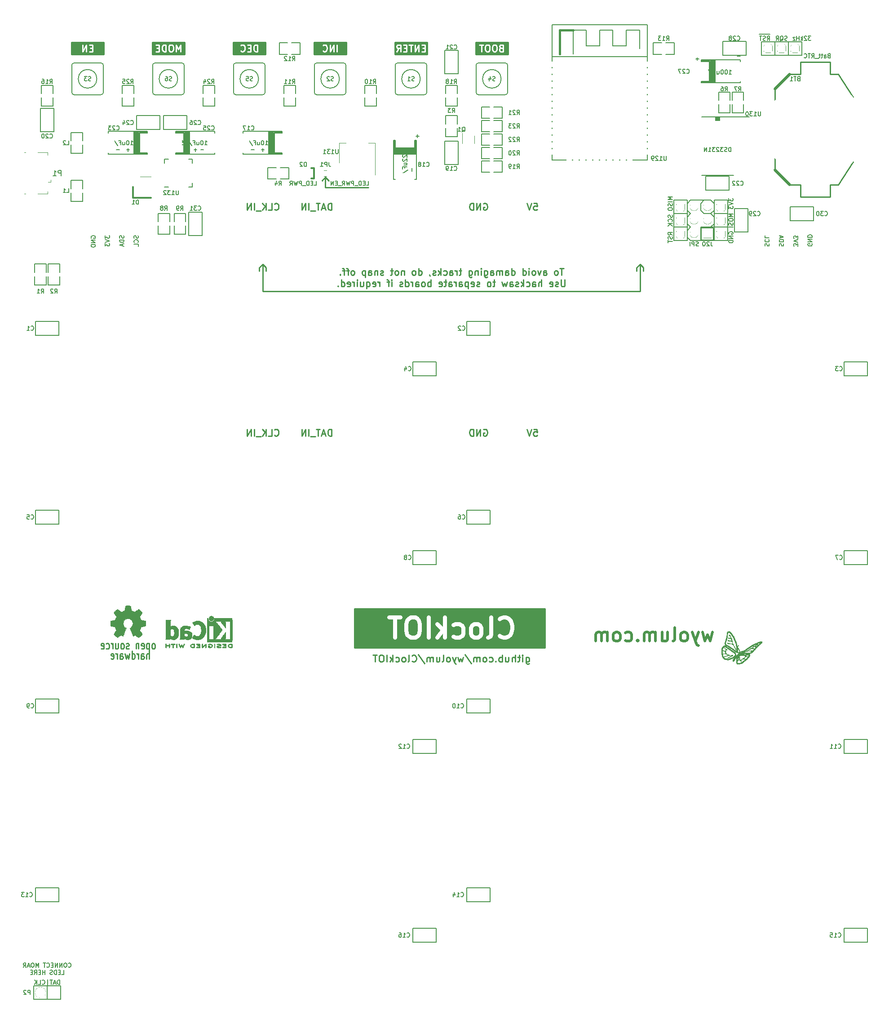
<source format=gbo>
G04 #@! TF.GenerationSoftware,KiCad,Pcbnew,5.0.0-rc2-dev-unknown-94dbcc7~63~ubuntu16.04.1*
G04 #@! TF.CreationDate,2018-04-08T19:39:25+05:30*
G04 #@! TF.ProjectId,ClockIOT,436C6F636B494F542E6B696361645F70,rev 1*
G04 #@! TF.SameCoordinates,Original*
G04 #@! TF.FileFunction,Legend,Bot*
G04 #@! TF.FilePolarity,Positive*
%FSLAX46Y46*%
G04 Gerber Fmt 4.6, Leading zero omitted, Abs format (unit mm)*
G04 Created by KiCad (PCBNEW 5.0.0-rc2-dev-unknown-94dbcc7~63~ubuntu16.04.1) date Sun Apr  8 19:39:25 2018*
%MOMM*%
%LPD*%
G01*
G04 APERTURE LIST*
%ADD10C,0.254000*%
%ADD11C,0.150000*%
%ADD12C,0.508000*%
%ADD13C,0.152400*%
%ADD14C,0.127000*%
%ADD15C,0.300000*%
%ADD16C,0.120000*%
%ADD17C,0.200000*%
%ADD18C,0.400000*%
%ADD19C,0.002540*%
%ADD20C,0.010000*%
%ADD21C,0.762000*%
%ADD22C,18.796000*%
%ADD23R,5.080000X2.794000*%
%ADD24C,2.000000*%
%ADD25C,1.270000*%
%ADD26R,2.100000X1.400000*%
%ADD27R,3.048000X3.048000*%
%ADD28R,1.400000X1.200000*%
%ADD29R,1.400000X1.400000*%
%ADD30R,1.900000X1.500000*%
%ADD31C,1.450000*%
%ADD32R,1.350000X0.400000*%
%ADD33O,1.900000X1.200000*%
%ADD34R,1.900000X1.200000*%
%ADD35C,0.800000*%
%ADD36C,6.400000*%
%ADD37O,0.850000X0.300000*%
%ADD38O,0.300000X0.850000*%
%ADD39R,1.675000X1.675000*%
%ADD40R,1.498600X1.300480*%
%ADD41R,1.550000X1.350000*%
%ADD42C,3.200000*%
%ADD43R,1.350000X1.550000*%
%ADD44R,1.500000X2.000000*%
%ADD45R,3.800000X2.000000*%
%ADD46R,1.300480X1.498600*%
%ADD47R,0.400000X0.650000*%
%ADD48C,1.600000*%
%ADD49R,1.998980X0.599440*%
%ADD50C,5.200000*%
%ADD51C,1.524000*%
%ADD52R,1.524000X1.524000*%
%ADD53C,1.800000*%
%ADD54R,0.400000X0.600000*%
%ADD55O,1.000000X2.000000*%
%ADD56O,2.000000X1.000000*%
%ADD57R,4.000000X4.000000*%
%ADD58R,2.000000X1.000000*%
%ADD59R,1.000000X2.000000*%
%ADD60R,1.198880X1.198880*%
%ADD61C,0.508000*%
%ADD62R,2.000000X2.000000*%
%ADD63O,2.000000X2.000000*%
%ADD64C,2.082800*%
G04 APERTURE END LIST*
D10*
X107696000Y-80137000D02*
X107696000Y-78232000D01*
X98092380Y-84273571D02*
X98152857Y-84334047D01*
X98334285Y-84394523D01*
X98455238Y-84394523D01*
X98636666Y-84334047D01*
X98757619Y-84213095D01*
X98818095Y-84092142D01*
X98878571Y-83850238D01*
X98878571Y-83668809D01*
X98818095Y-83426904D01*
X98757619Y-83305952D01*
X98636666Y-83185000D01*
X98455238Y-83124523D01*
X98334285Y-83124523D01*
X98152857Y-83185000D01*
X98092380Y-83245476D01*
X96943333Y-84394523D02*
X97548095Y-84394523D01*
X97548095Y-83124523D01*
X96520000Y-84394523D02*
X96520000Y-83124523D01*
X95794285Y-84394523D02*
X96338571Y-83668809D01*
X95794285Y-83124523D02*
X96520000Y-83850238D01*
X95552380Y-84515476D02*
X94584761Y-84515476D01*
X94282380Y-84394523D02*
X94282380Y-83124523D01*
X93677619Y-84394523D02*
X93677619Y-83124523D01*
X92951904Y-84394523D01*
X92951904Y-83124523D01*
X108857142Y-84394523D02*
X108857142Y-83124523D01*
X108554761Y-83124523D01*
X108373333Y-83185000D01*
X108252380Y-83305952D01*
X108191904Y-83426904D01*
X108131428Y-83668809D01*
X108131428Y-83850238D01*
X108191904Y-84092142D01*
X108252380Y-84213095D01*
X108373333Y-84334047D01*
X108554761Y-84394523D01*
X108857142Y-84394523D01*
X107647619Y-84031666D02*
X107042857Y-84031666D01*
X107768571Y-84394523D02*
X107345238Y-83124523D01*
X106921904Y-84394523D01*
X106680000Y-83124523D02*
X105954285Y-83124523D01*
X106317142Y-84394523D02*
X106317142Y-83124523D01*
X105833333Y-84515476D02*
X104865714Y-84515476D01*
X104563333Y-84394523D02*
X104563333Y-83124523D01*
X103958571Y-84394523D02*
X103958571Y-83124523D01*
X103232857Y-84394523D01*
X103232857Y-83124523D01*
X137492619Y-83185000D02*
X137613571Y-83124523D01*
X137795000Y-83124523D01*
X137976428Y-83185000D01*
X138097380Y-83305952D01*
X138157857Y-83426904D01*
X138218333Y-83668809D01*
X138218333Y-83850238D01*
X138157857Y-84092142D01*
X138097380Y-84213095D01*
X137976428Y-84334047D01*
X137795000Y-84394523D01*
X137674047Y-84394523D01*
X137492619Y-84334047D01*
X137432142Y-84273571D01*
X137432142Y-83850238D01*
X137674047Y-83850238D01*
X136887857Y-84394523D02*
X136887857Y-83124523D01*
X136162142Y-84394523D01*
X136162142Y-83124523D01*
X135557380Y-84394523D02*
X135557380Y-83124523D01*
X135255000Y-83124523D01*
X135073571Y-83185000D01*
X134952619Y-83305952D01*
X134892142Y-83426904D01*
X134831666Y-83668809D01*
X134831666Y-83850238D01*
X134892142Y-84092142D01*
X134952619Y-84213095D01*
X135073571Y-84334047D01*
X135255000Y-84394523D01*
X135557380Y-84394523D01*
X146926904Y-83124523D02*
X147531666Y-83124523D01*
X147592142Y-83729285D01*
X147531666Y-83668809D01*
X147410714Y-83608333D01*
X147108333Y-83608333D01*
X146987380Y-83668809D01*
X146926904Y-83729285D01*
X146866428Y-83850238D01*
X146866428Y-84152619D01*
X146926904Y-84273571D01*
X146987380Y-84334047D01*
X147108333Y-84394523D01*
X147410714Y-84394523D01*
X147531666Y-84334047D01*
X147592142Y-84273571D01*
X146503571Y-83124523D02*
X146080238Y-84394523D01*
X145656904Y-83124523D01*
X107696000Y-80137000D02*
X115824000Y-80137000D01*
X107696000Y-78232000D02*
X107061000Y-78867000D01*
X108331000Y-78867000D02*
X107696000Y-78232000D01*
D11*
X199395000Y-90732976D02*
X199433095Y-90809166D01*
X199433095Y-90923452D01*
X199395000Y-91037738D01*
X199318809Y-91113928D01*
X199242619Y-91152023D01*
X199090238Y-91190119D01*
X198975952Y-91190119D01*
X198823571Y-91152023D01*
X198747380Y-91113928D01*
X198671190Y-91037738D01*
X198633095Y-90923452D01*
X198633095Y-90847261D01*
X198671190Y-90732976D01*
X198709285Y-90694880D01*
X198975952Y-90694880D01*
X198975952Y-90847261D01*
X198633095Y-90352023D02*
X199433095Y-90352023D01*
X198633095Y-89894880D01*
X199433095Y-89894880D01*
X198633095Y-89513928D02*
X199433095Y-89513928D01*
X199433095Y-89323452D01*
X199395000Y-89209166D01*
X199318809Y-89132976D01*
X199242619Y-89094880D01*
X199090238Y-89056785D01*
X198975952Y-89056785D01*
X198823571Y-89094880D01*
X198747380Y-89132976D01*
X198671190Y-89209166D01*
X198633095Y-89323452D01*
X198633095Y-89513928D01*
X196733095Y-91228214D02*
X196733095Y-90732976D01*
X196428333Y-90999642D01*
X196428333Y-90885357D01*
X196390238Y-90809166D01*
X196352142Y-90771071D01*
X196275952Y-90732976D01*
X196085476Y-90732976D01*
X196009285Y-90771071D01*
X195971190Y-90809166D01*
X195933095Y-90885357D01*
X195933095Y-91113928D01*
X195971190Y-91190119D01*
X196009285Y-91228214D01*
X196733095Y-90504404D02*
X195933095Y-90237738D01*
X196733095Y-89971071D01*
X196733095Y-89780595D02*
X196733095Y-89285357D01*
X196428333Y-89552023D01*
X196428333Y-89437738D01*
X196390238Y-89361547D01*
X196352142Y-89323452D01*
X196275952Y-89285357D01*
X196085476Y-89285357D01*
X196009285Y-89323452D01*
X195971190Y-89361547D01*
X195933095Y-89437738D01*
X195933095Y-89666309D01*
X195971190Y-89742500D01*
X196009285Y-89780595D01*
X193271190Y-91190119D02*
X193233095Y-91075833D01*
X193233095Y-90885357D01*
X193271190Y-90809166D01*
X193309285Y-90771071D01*
X193385476Y-90732976D01*
X193461666Y-90732976D01*
X193537857Y-90771071D01*
X193575952Y-90809166D01*
X193614047Y-90885357D01*
X193652142Y-91037738D01*
X193690238Y-91113928D01*
X193728333Y-91152023D01*
X193804523Y-91190119D01*
X193880714Y-91190119D01*
X193956904Y-91152023D01*
X193995000Y-91113928D01*
X194033095Y-91037738D01*
X194033095Y-90847261D01*
X193995000Y-90732976D01*
X193233095Y-90390119D02*
X194033095Y-90390119D01*
X194033095Y-90199642D01*
X193995000Y-90085357D01*
X193918809Y-90009166D01*
X193842619Y-89971071D01*
X193690238Y-89932976D01*
X193575952Y-89932976D01*
X193423571Y-89971071D01*
X193347380Y-90009166D01*
X193271190Y-90085357D01*
X193233095Y-90199642D01*
X193233095Y-90390119D01*
X193461666Y-89628214D02*
X193461666Y-89247261D01*
X193233095Y-89704404D02*
X194033095Y-89437738D01*
X193233095Y-89171071D01*
X190571190Y-91190119D02*
X190533095Y-91075833D01*
X190533095Y-90885357D01*
X190571190Y-90809166D01*
X190609285Y-90771071D01*
X190685476Y-90732976D01*
X190761666Y-90732976D01*
X190837857Y-90771071D01*
X190875952Y-90809166D01*
X190914047Y-90885357D01*
X190952142Y-91037738D01*
X190990238Y-91113928D01*
X191028333Y-91152023D01*
X191104523Y-91190119D01*
X191180714Y-91190119D01*
X191256904Y-91152023D01*
X191295000Y-91113928D01*
X191333095Y-91037738D01*
X191333095Y-90847261D01*
X191295000Y-90732976D01*
X190609285Y-89932976D02*
X190571190Y-89971071D01*
X190533095Y-90085357D01*
X190533095Y-90161547D01*
X190571190Y-90275833D01*
X190647380Y-90352023D01*
X190723571Y-90390119D01*
X190875952Y-90428214D01*
X190990238Y-90428214D01*
X191142619Y-90390119D01*
X191218809Y-90352023D01*
X191295000Y-90275833D01*
X191333095Y-90161547D01*
X191333095Y-90085357D01*
X191295000Y-89971071D01*
X191256904Y-89932976D01*
X190533095Y-89209166D02*
X190533095Y-89590119D01*
X191333095Y-89590119D01*
X63550000Y-89707023D02*
X63511904Y-89630833D01*
X63511904Y-89516547D01*
X63550000Y-89402261D01*
X63626190Y-89326071D01*
X63702380Y-89287976D01*
X63854761Y-89249880D01*
X63969047Y-89249880D01*
X64121428Y-89287976D01*
X64197619Y-89326071D01*
X64273809Y-89402261D01*
X64311904Y-89516547D01*
X64311904Y-89592738D01*
X64273809Y-89707023D01*
X64235714Y-89745119D01*
X63969047Y-89745119D01*
X63969047Y-89592738D01*
X64311904Y-90087976D02*
X63511904Y-90087976D01*
X64311904Y-90545119D01*
X63511904Y-90545119D01*
X64311904Y-90926071D02*
X63511904Y-90926071D01*
X63511904Y-91116547D01*
X63550000Y-91230833D01*
X63626190Y-91307023D01*
X63702380Y-91345119D01*
X63854761Y-91383214D01*
X63969047Y-91383214D01*
X64121428Y-91345119D01*
X64197619Y-91307023D01*
X64273809Y-91230833D01*
X64311904Y-91116547D01*
X64311904Y-90926071D01*
X66211904Y-89211785D02*
X66211904Y-89707023D01*
X66516666Y-89440357D01*
X66516666Y-89554642D01*
X66554761Y-89630833D01*
X66592857Y-89668928D01*
X66669047Y-89707023D01*
X66859523Y-89707023D01*
X66935714Y-89668928D01*
X66973809Y-89630833D01*
X67011904Y-89554642D01*
X67011904Y-89326071D01*
X66973809Y-89249880D01*
X66935714Y-89211785D01*
X66211904Y-89935595D02*
X67011904Y-90202261D01*
X66211904Y-90468928D01*
X66211904Y-90659404D02*
X66211904Y-91154642D01*
X66516666Y-90887976D01*
X66516666Y-91002261D01*
X66554761Y-91078452D01*
X66592857Y-91116547D01*
X66669047Y-91154642D01*
X66859523Y-91154642D01*
X66935714Y-91116547D01*
X66973809Y-91078452D01*
X67011904Y-91002261D01*
X67011904Y-90773690D01*
X66973809Y-90697500D01*
X66935714Y-90659404D01*
X69673809Y-89249880D02*
X69711904Y-89364166D01*
X69711904Y-89554642D01*
X69673809Y-89630833D01*
X69635714Y-89668928D01*
X69559523Y-89707023D01*
X69483333Y-89707023D01*
X69407142Y-89668928D01*
X69369047Y-89630833D01*
X69330952Y-89554642D01*
X69292857Y-89402261D01*
X69254761Y-89326071D01*
X69216666Y-89287976D01*
X69140476Y-89249880D01*
X69064285Y-89249880D01*
X68988095Y-89287976D01*
X68950000Y-89326071D01*
X68911904Y-89402261D01*
X68911904Y-89592738D01*
X68950000Y-89707023D01*
X69711904Y-90049880D02*
X68911904Y-90049880D01*
X68911904Y-90240357D01*
X68950000Y-90354642D01*
X69026190Y-90430833D01*
X69102380Y-90468928D01*
X69254761Y-90507023D01*
X69369047Y-90507023D01*
X69521428Y-90468928D01*
X69597619Y-90430833D01*
X69673809Y-90354642D01*
X69711904Y-90240357D01*
X69711904Y-90049880D01*
X69483333Y-90811785D02*
X69483333Y-91192738D01*
X69711904Y-90735595D02*
X68911904Y-91002261D01*
X69711904Y-91268928D01*
X72373809Y-89249880D02*
X72411904Y-89364166D01*
X72411904Y-89554642D01*
X72373809Y-89630833D01*
X72335714Y-89668928D01*
X72259523Y-89707023D01*
X72183333Y-89707023D01*
X72107142Y-89668928D01*
X72069047Y-89630833D01*
X72030952Y-89554642D01*
X71992857Y-89402261D01*
X71954761Y-89326071D01*
X71916666Y-89287976D01*
X71840476Y-89249880D01*
X71764285Y-89249880D01*
X71688095Y-89287976D01*
X71650000Y-89326071D01*
X71611904Y-89402261D01*
X71611904Y-89592738D01*
X71650000Y-89707023D01*
X72335714Y-90507023D02*
X72373809Y-90468928D01*
X72411904Y-90354642D01*
X72411904Y-90278452D01*
X72373809Y-90164166D01*
X72297619Y-90087976D01*
X72221428Y-90049880D01*
X72069047Y-90011785D01*
X71954761Y-90011785D01*
X71802380Y-90049880D01*
X71726190Y-90087976D01*
X71650000Y-90164166D01*
X71611904Y-90278452D01*
X71611904Y-90354642D01*
X71650000Y-90468928D01*
X71688095Y-90507023D01*
X72411904Y-91230833D02*
X72411904Y-90849880D01*
X71611904Y-90849880D01*
D10*
X145483942Y-168637857D02*
X145483942Y-169665952D01*
X145548047Y-169786904D01*
X145612152Y-169847380D01*
X145740361Y-169907857D01*
X145932676Y-169907857D01*
X146060885Y-169847380D01*
X145483942Y-169424047D02*
X145612152Y-169484523D01*
X145868571Y-169484523D01*
X145996780Y-169424047D01*
X146060885Y-169363571D01*
X146124990Y-169242619D01*
X146124990Y-168879761D01*
X146060885Y-168758809D01*
X145996780Y-168698333D01*
X145868571Y-168637857D01*
X145612152Y-168637857D01*
X145483942Y-168698333D01*
X144842895Y-169484523D02*
X144842895Y-168637857D01*
X144842895Y-168214523D02*
X144907000Y-168275000D01*
X144842895Y-168335476D01*
X144778790Y-168275000D01*
X144842895Y-168214523D01*
X144842895Y-168335476D01*
X144394161Y-168637857D02*
X143881323Y-168637857D01*
X144201847Y-168214523D02*
X144201847Y-169303095D01*
X144137742Y-169424047D01*
X144009533Y-169484523D01*
X143881323Y-169484523D01*
X143432590Y-169484523D02*
X143432590Y-168214523D01*
X142855647Y-169484523D02*
X142855647Y-168819285D01*
X142919752Y-168698333D01*
X143047961Y-168637857D01*
X143240276Y-168637857D01*
X143368485Y-168698333D01*
X143432590Y-168758809D01*
X141637657Y-168637857D02*
X141637657Y-169484523D01*
X142214600Y-168637857D02*
X142214600Y-169303095D01*
X142150495Y-169424047D01*
X142022285Y-169484523D01*
X141829971Y-169484523D01*
X141701761Y-169424047D01*
X141637657Y-169363571D01*
X140996609Y-169484523D02*
X140996609Y-168214523D01*
X140996609Y-168698333D02*
X140868400Y-168637857D01*
X140611980Y-168637857D01*
X140483771Y-168698333D01*
X140419666Y-168758809D01*
X140355561Y-168879761D01*
X140355561Y-169242619D01*
X140419666Y-169363571D01*
X140483771Y-169424047D01*
X140611980Y-169484523D01*
X140868400Y-169484523D01*
X140996609Y-169424047D01*
X139778619Y-169363571D02*
X139714514Y-169424047D01*
X139778619Y-169484523D01*
X139842723Y-169424047D01*
X139778619Y-169363571D01*
X139778619Y-169484523D01*
X138560628Y-169424047D02*
X138688838Y-169484523D01*
X138945257Y-169484523D01*
X139073466Y-169424047D01*
X139137571Y-169363571D01*
X139201676Y-169242619D01*
X139201676Y-168879761D01*
X139137571Y-168758809D01*
X139073466Y-168698333D01*
X138945257Y-168637857D01*
X138688838Y-168637857D01*
X138560628Y-168698333D01*
X137791371Y-169484523D02*
X137919580Y-169424047D01*
X137983685Y-169363571D01*
X138047790Y-169242619D01*
X138047790Y-168879761D01*
X137983685Y-168758809D01*
X137919580Y-168698333D01*
X137791371Y-168637857D01*
X137599057Y-168637857D01*
X137470847Y-168698333D01*
X137406742Y-168758809D01*
X137342638Y-168879761D01*
X137342638Y-169242619D01*
X137406742Y-169363571D01*
X137470847Y-169424047D01*
X137599057Y-169484523D01*
X137791371Y-169484523D01*
X136765695Y-169484523D02*
X136765695Y-168637857D01*
X136765695Y-168758809D02*
X136701590Y-168698333D01*
X136573380Y-168637857D01*
X136381066Y-168637857D01*
X136252857Y-168698333D01*
X136188752Y-168819285D01*
X136188752Y-169484523D01*
X136188752Y-168819285D02*
X136124647Y-168698333D01*
X135996438Y-168637857D01*
X135804123Y-168637857D01*
X135675914Y-168698333D01*
X135611809Y-168819285D01*
X135611809Y-169484523D01*
X134009190Y-168154047D02*
X135163076Y-169786904D01*
X133688666Y-168637857D02*
X133432247Y-169484523D01*
X133175828Y-168879761D01*
X132919409Y-169484523D01*
X132662990Y-168637857D01*
X132278361Y-168637857D02*
X131957838Y-169484523D01*
X131637314Y-168637857D02*
X131957838Y-169484523D01*
X132086047Y-169786904D01*
X132150152Y-169847380D01*
X132278361Y-169907857D01*
X130932161Y-169484523D02*
X131060371Y-169424047D01*
X131124476Y-169363571D01*
X131188580Y-169242619D01*
X131188580Y-168879761D01*
X131124476Y-168758809D01*
X131060371Y-168698333D01*
X130932161Y-168637857D01*
X130739847Y-168637857D01*
X130611638Y-168698333D01*
X130547533Y-168758809D01*
X130483428Y-168879761D01*
X130483428Y-169242619D01*
X130547533Y-169363571D01*
X130611638Y-169424047D01*
X130739847Y-169484523D01*
X130932161Y-169484523D01*
X129714171Y-169484523D02*
X129842380Y-169424047D01*
X129906485Y-169303095D01*
X129906485Y-168214523D01*
X128624390Y-168637857D02*
X128624390Y-169484523D01*
X129201333Y-168637857D02*
X129201333Y-169303095D01*
X129137228Y-169424047D01*
X129009019Y-169484523D01*
X128816704Y-169484523D01*
X128688495Y-169424047D01*
X128624390Y-169363571D01*
X127983342Y-169484523D02*
X127983342Y-168637857D01*
X127983342Y-168758809D02*
X127919238Y-168698333D01*
X127791028Y-168637857D01*
X127598714Y-168637857D01*
X127470504Y-168698333D01*
X127406400Y-168819285D01*
X127406400Y-169484523D01*
X127406400Y-168819285D02*
X127342295Y-168698333D01*
X127214085Y-168637857D01*
X127021771Y-168637857D01*
X126893561Y-168698333D01*
X126829457Y-168819285D01*
X126829457Y-169484523D01*
X125226838Y-168154047D02*
X126380723Y-169786904D01*
X124008847Y-169363571D02*
X124072952Y-169424047D01*
X124265266Y-169484523D01*
X124393476Y-169484523D01*
X124585790Y-169424047D01*
X124714000Y-169303095D01*
X124778104Y-169182142D01*
X124842209Y-168940238D01*
X124842209Y-168758809D01*
X124778104Y-168516904D01*
X124714000Y-168395952D01*
X124585790Y-168275000D01*
X124393476Y-168214523D01*
X124265266Y-168214523D01*
X124072952Y-168275000D01*
X124008847Y-168335476D01*
X123239590Y-169484523D02*
X123367800Y-169424047D01*
X123431904Y-169303095D01*
X123431904Y-168214523D01*
X122534438Y-169484523D02*
X122662647Y-169424047D01*
X122726752Y-169363571D01*
X122790857Y-169242619D01*
X122790857Y-168879761D01*
X122726752Y-168758809D01*
X122662647Y-168698333D01*
X122534438Y-168637857D01*
X122342123Y-168637857D01*
X122213914Y-168698333D01*
X122149809Y-168758809D01*
X122085704Y-168879761D01*
X122085704Y-169242619D01*
X122149809Y-169363571D01*
X122213914Y-169424047D01*
X122342123Y-169484523D01*
X122534438Y-169484523D01*
X120931819Y-169424047D02*
X121060028Y-169484523D01*
X121316447Y-169484523D01*
X121444657Y-169424047D01*
X121508761Y-169363571D01*
X121572866Y-169242619D01*
X121572866Y-168879761D01*
X121508761Y-168758809D01*
X121444657Y-168698333D01*
X121316447Y-168637857D01*
X121060028Y-168637857D01*
X120931819Y-168698333D01*
X120354876Y-169484523D02*
X120354876Y-168214523D01*
X120226666Y-169000714D02*
X119842038Y-169484523D01*
X119842038Y-168637857D02*
X120354876Y-169121666D01*
X119265095Y-169484523D02*
X119265095Y-168214523D01*
X118367628Y-168214523D02*
X118111209Y-168214523D01*
X117983000Y-168275000D01*
X117854790Y-168395952D01*
X117790685Y-168637857D01*
X117790685Y-169061190D01*
X117854790Y-169303095D01*
X117983000Y-169424047D01*
X118111209Y-169484523D01*
X118367628Y-169484523D01*
X118495838Y-169424047D01*
X118624047Y-169303095D01*
X118688152Y-169061190D01*
X118688152Y-168637857D01*
X118624047Y-168395952D01*
X118495838Y-168275000D01*
X118367628Y-168214523D01*
X117406057Y-168214523D02*
X116636800Y-168214523D01*
X117021428Y-169484523D02*
X117021428Y-168214523D01*
X166370000Y-95885000D02*
X166370000Y-95885000D01*
X166370000Y-95250000D02*
X166370000Y-95885000D01*
X167005000Y-94615000D02*
X166370000Y-95250000D01*
X167640000Y-95885000D02*
X167640000Y-95885000D01*
X167640000Y-95250000D02*
X167640000Y-95885000D01*
X167005000Y-94615000D02*
X167640000Y-95250000D01*
X167005000Y-99695000D02*
X167005000Y-94615000D01*
X131445000Y-99695000D02*
X167005000Y-99695000D01*
X95250000Y-95885000D02*
X95250000Y-95885000D01*
X95250000Y-95250000D02*
X95250000Y-95885000D01*
X95885000Y-94615000D02*
X95250000Y-95250000D01*
X96520000Y-95885000D02*
X96520000Y-95250000D01*
X95885000Y-94615000D02*
X96520000Y-95250000D01*
X95885000Y-99695000D02*
X95885000Y-94615000D01*
X131445000Y-99695000D02*
X95885000Y-99695000D01*
X152581428Y-95380023D02*
X151855714Y-95380023D01*
X152218571Y-96650023D02*
X152218571Y-95380023D01*
X151250952Y-96650023D02*
X151371904Y-96589547D01*
X151432380Y-96529071D01*
X151492857Y-96408119D01*
X151492857Y-96045261D01*
X151432380Y-95924309D01*
X151371904Y-95863833D01*
X151250952Y-95803357D01*
X151069523Y-95803357D01*
X150948571Y-95863833D01*
X150888095Y-95924309D01*
X150827619Y-96045261D01*
X150827619Y-96408119D01*
X150888095Y-96529071D01*
X150948571Y-96589547D01*
X151069523Y-96650023D01*
X151250952Y-96650023D01*
X148771428Y-96650023D02*
X148771428Y-95984785D01*
X148831904Y-95863833D01*
X148952857Y-95803357D01*
X149194761Y-95803357D01*
X149315714Y-95863833D01*
X148771428Y-96589547D02*
X148892380Y-96650023D01*
X149194761Y-96650023D01*
X149315714Y-96589547D01*
X149376190Y-96468595D01*
X149376190Y-96347642D01*
X149315714Y-96226690D01*
X149194761Y-96166214D01*
X148892380Y-96166214D01*
X148771428Y-96105738D01*
X148287619Y-95803357D02*
X147985238Y-96650023D01*
X147682857Y-95803357D01*
X147017619Y-96650023D02*
X147138571Y-96589547D01*
X147199047Y-96529071D01*
X147259523Y-96408119D01*
X147259523Y-96045261D01*
X147199047Y-95924309D01*
X147138571Y-95863833D01*
X147017619Y-95803357D01*
X146836190Y-95803357D01*
X146715238Y-95863833D01*
X146654761Y-95924309D01*
X146594285Y-96045261D01*
X146594285Y-96408119D01*
X146654761Y-96529071D01*
X146715238Y-96589547D01*
X146836190Y-96650023D01*
X147017619Y-96650023D01*
X146050000Y-96650023D02*
X146050000Y-95803357D01*
X146050000Y-95380023D02*
X146110476Y-95440500D01*
X146050000Y-95500976D01*
X145989523Y-95440500D01*
X146050000Y-95380023D01*
X146050000Y-95500976D01*
X144900952Y-96650023D02*
X144900952Y-95380023D01*
X144900952Y-96589547D02*
X145021904Y-96650023D01*
X145263809Y-96650023D01*
X145384761Y-96589547D01*
X145445238Y-96529071D01*
X145505714Y-96408119D01*
X145505714Y-96045261D01*
X145445238Y-95924309D01*
X145384761Y-95863833D01*
X145263809Y-95803357D01*
X145021904Y-95803357D01*
X144900952Y-95863833D01*
X142784285Y-96650023D02*
X142784285Y-95380023D01*
X142784285Y-96589547D02*
X142905238Y-96650023D01*
X143147142Y-96650023D01*
X143268095Y-96589547D01*
X143328571Y-96529071D01*
X143389047Y-96408119D01*
X143389047Y-96045261D01*
X143328571Y-95924309D01*
X143268095Y-95863833D01*
X143147142Y-95803357D01*
X142905238Y-95803357D01*
X142784285Y-95863833D01*
X141635238Y-96650023D02*
X141635238Y-95984785D01*
X141695714Y-95863833D01*
X141816666Y-95803357D01*
X142058571Y-95803357D01*
X142179523Y-95863833D01*
X141635238Y-96589547D02*
X141756190Y-96650023D01*
X142058571Y-96650023D01*
X142179523Y-96589547D01*
X142240000Y-96468595D01*
X142240000Y-96347642D01*
X142179523Y-96226690D01*
X142058571Y-96166214D01*
X141756190Y-96166214D01*
X141635238Y-96105738D01*
X141030476Y-96650023D02*
X141030476Y-95803357D01*
X141030476Y-95924309D02*
X140970000Y-95863833D01*
X140849047Y-95803357D01*
X140667619Y-95803357D01*
X140546666Y-95863833D01*
X140486190Y-95984785D01*
X140486190Y-96650023D01*
X140486190Y-95984785D02*
X140425714Y-95863833D01*
X140304761Y-95803357D01*
X140123333Y-95803357D01*
X140002380Y-95863833D01*
X139941904Y-95984785D01*
X139941904Y-96650023D01*
X138792857Y-96650023D02*
X138792857Y-95984785D01*
X138853333Y-95863833D01*
X138974285Y-95803357D01*
X139216190Y-95803357D01*
X139337142Y-95863833D01*
X138792857Y-96589547D02*
X138913809Y-96650023D01*
X139216190Y-96650023D01*
X139337142Y-96589547D01*
X139397619Y-96468595D01*
X139397619Y-96347642D01*
X139337142Y-96226690D01*
X139216190Y-96166214D01*
X138913809Y-96166214D01*
X138792857Y-96105738D01*
X137643809Y-95803357D02*
X137643809Y-96831452D01*
X137704285Y-96952404D01*
X137764761Y-97012880D01*
X137885714Y-97073357D01*
X138067142Y-97073357D01*
X138188095Y-97012880D01*
X137643809Y-96589547D02*
X137764761Y-96650023D01*
X138006666Y-96650023D01*
X138127619Y-96589547D01*
X138188095Y-96529071D01*
X138248571Y-96408119D01*
X138248571Y-96045261D01*
X138188095Y-95924309D01*
X138127619Y-95863833D01*
X138006666Y-95803357D01*
X137764761Y-95803357D01*
X137643809Y-95863833D01*
X137039047Y-96650023D02*
X137039047Y-95803357D01*
X137039047Y-95380023D02*
X137099523Y-95440500D01*
X137039047Y-95500976D01*
X136978571Y-95440500D01*
X137039047Y-95380023D01*
X137039047Y-95500976D01*
X136434285Y-95803357D02*
X136434285Y-96650023D01*
X136434285Y-95924309D02*
X136373809Y-95863833D01*
X136252857Y-95803357D01*
X136071428Y-95803357D01*
X135950476Y-95863833D01*
X135890000Y-95984785D01*
X135890000Y-96650023D01*
X134740952Y-95803357D02*
X134740952Y-96831452D01*
X134801428Y-96952404D01*
X134861904Y-97012880D01*
X134982857Y-97073357D01*
X135164285Y-97073357D01*
X135285238Y-97012880D01*
X134740952Y-96589547D02*
X134861904Y-96650023D01*
X135103809Y-96650023D01*
X135224761Y-96589547D01*
X135285238Y-96529071D01*
X135345714Y-96408119D01*
X135345714Y-96045261D01*
X135285238Y-95924309D01*
X135224761Y-95863833D01*
X135103809Y-95803357D01*
X134861904Y-95803357D01*
X134740952Y-95863833D01*
X133350000Y-95803357D02*
X132866190Y-95803357D01*
X133168571Y-95380023D02*
X133168571Y-96468595D01*
X133108095Y-96589547D01*
X132987142Y-96650023D01*
X132866190Y-96650023D01*
X132442857Y-96650023D02*
X132442857Y-95803357D01*
X132442857Y-96045261D02*
X132382380Y-95924309D01*
X132321904Y-95863833D01*
X132200952Y-95803357D01*
X132080000Y-95803357D01*
X131112380Y-96650023D02*
X131112380Y-95984785D01*
X131172857Y-95863833D01*
X131293809Y-95803357D01*
X131535714Y-95803357D01*
X131656666Y-95863833D01*
X131112380Y-96589547D02*
X131233333Y-96650023D01*
X131535714Y-96650023D01*
X131656666Y-96589547D01*
X131717142Y-96468595D01*
X131717142Y-96347642D01*
X131656666Y-96226690D01*
X131535714Y-96166214D01*
X131233333Y-96166214D01*
X131112380Y-96105738D01*
X129963333Y-96589547D02*
X130084285Y-96650023D01*
X130326190Y-96650023D01*
X130447142Y-96589547D01*
X130507619Y-96529071D01*
X130568095Y-96408119D01*
X130568095Y-96045261D01*
X130507619Y-95924309D01*
X130447142Y-95863833D01*
X130326190Y-95803357D01*
X130084285Y-95803357D01*
X129963333Y-95863833D01*
X129419047Y-96650023D02*
X129419047Y-95380023D01*
X129298095Y-96166214D02*
X128935238Y-96650023D01*
X128935238Y-95803357D02*
X129419047Y-96287166D01*
X128451428Y-96589547D02*
X128330476Y-96650023D01*
X128088571Y-96650023D01*
X127967619Y-96589547D01*
X127907142Y-96468595D01*
X127907142Y-96408119D01*
X127967619Y-96287166D01*
X128088571Y-96226690D01*
X128270000Y-96226690D01*
X128390952Y-96166214D01*
X128451428Y-96045261D01*
X128451428Y-95984785D01*
X128390952Y-95863833D01*
X128270000Y-95803357D01*
X128088571Y-95803357D01*
X127967619Y-95863833D01*
X127302380Y-96589547D02*
X127302380Y-96650023D01*
X127362857Y-96770976D01*
X127423333Y-96831452D01*
X125246190Y-96650023D02*
X125246190Y-95380023D01*
X125246190Y-96589547D02*
X125367142Y-96650023D01*
X125609047Y-96650023D01*
X125730000Y-96589547D01*
X125790476Y-96529071D01*
X125850952Y-96408119D01*
X125850952Y-96045261D01*
X125790476Y-95924309D01*
X125730000Y-95863833D01*
X125609047Y-95803357D01*
X125367142Y-95803357D01*
X125246190Y-95863833D01*
X124460000Y-96650023D02*
X124580952Y-96589547D01*
X124641428Y-96529071D01*
X124701904Y-96408119D01*
X124701904Y-96045261D01*
X124641428Y-95924309D01*
X124580952Y-95863833D01*
X124460000Y-95803357D01*
X124278571Y-95803357D01*
X124157619Y-95863833D01*
X124097142Y-95924309D01*
X124036666Y-96045261D01*
X124036666Y-96408119D01*
X124097142Y-96529071D01*
X124157619Y-96589547D01*
X124278571Y-96650023D01*
X124460000Y-96650023D01*
X122524761Y-95803357D02*
X122524761Y-96650023D01*
X122524761Y-95924309D02*
X122464285Y-95863833D01*
X122343333Y-95803357D01*
X122161904Y-95803357D01*
X122040952Y-95863833D01*
X121980476Y-95984785D01*
X121980476Y-96650023D01*
X121194285Y-96650023D02*
X121315238Y-96589547D01*
X121375714Y-96529071D01*
X121436190Y-96408119D01*
X121436190Y-96045261D01*
X121375714Y-95924309D01*
X121315238Y-95863833D01*
X121194285Y-95803357D01*
X121012857Y-95803357D01*
X120891904Y-95863833D01*
X120831428Y-95924309D01*
X120770952Y-96045261D01*
X120770952Y-96408119D01*
X120831428Y-96529071D01*
X120891904Y-96589547D01*
X121012857Y-96650023D01*
X121194285Y-96650023D01*
X120408095Y-95803357D02*
X119924285Y-95803357D01*
X120226666Y-95380023D02*
X120226666Y-96468595D01*
X120166190Y-96589547D01*
X120045238Y-96650023D01*
X119924285Y-96650023D01*
X118593809Y-96589547D02*
X118472857Y-96650023D01*
X118230952Y-96650023D01*
X118110000Y-96589547D01*
X118049523Y-96468595D01*
X118049523Y-96408119D01*
X118110000Y-96287166D01*
X118230952Y-96226690D01*
X118412380Y-96226690D01*
X118533333Y-96166214D01*
X118593809Y-96045261D01*
X118593809Y-95984785D01*
X118533333Y-95863833D01*
X118412380Y-95803357D01*
X118230952Y-95803357D01*
X118110000Y-95863833D01*
X117505238Y-95803357D02*
X117505238Y-96650023D01*
X117505238Y-95924309D02*
X117444761Y-95863833D01*
X117323809Y-95803357D01*
X117142380Y-95803357D01*
X117021428Y-95863833D01*
X116960952Y-95984785D01*
X116960952Y-96650023D01*
X115811904Y-96650023D02*
X115811904Y-95984785D01*
X115872380Y-95863833D01*
X115993333Y-95803357D01*
X116235238Y-95803357D01*
X116356190Y-95863833D01*
X115811904Y-96589547D02*
X115932857Y-96650023D01*
X116235238Y-96650023D01*
X116356190Y-96589547D01*
X116416666Y-96468595D01*
X116416666Y-96347642D01*
X116356190Y-96226690D01*
X116235238Y-96166214D01*
X115932857Y-96166214D01*
X115811904Y-96105738D01*
X115207142Y-95803357D02*
X115207142Y-97073357D01*
X115207142Y-95863833D02*
X115086190Y-95803357D01*
X114844285Y-95803357D01*
X114723333Y-95863833D01*
X114662857Y-95924309D01*
X114602380Y-96045261D01*
X114602380Y-96408119D01*
X114662857Y-96529071D01*
X114723333Y-96589547D01*
X114844285Y-96650023D01*
X115086190Y-96650023D01*
X115207142Y-96589547D01*
X112909047Y-96650023D02*
X113030000Y-96589547D01*
X113090476Y-96529071D01*
X113150952Y-96408119D01*
X113150952Y-96045261D01*
X113090476Y-95924309D01*
X113030000Y-95863833D01*
X112909047Y-95803357D01*
X112727619Y-95803357D01*
X112606666Y-95863833D01*
X112546190Y-95924309D01*
X112485714Y-96045261D01*
X112485714Y-96408119D01*
X112546190Y-96529071D01*
X112606666Y-96589547D01*
X112727619Y-96650023D01*
X112909047Y-96650023D01*
X112122857Y-95803357D02*
X111639047Y-95803357D01*
X111941428Y-96650023D02*
X111941428Y-95561452D01*
X111880952Y-95440500D01*
X111760000Y-95380023D01*
X111639047Y-95380023D01*
X111397142Y-95803357D02*
X110913333Y-95803357D01*
X111215714Y-96650023D02*
X111215714Y-95561452D01*
X111155238Y-95440500D01*
X111034285Y-95380023D01*
X110913333Y-95380023D01*
X110490000Y-96529071D02*
X110429523Y-96589547D01*
X110490000Y-96650023D01*
X110550476Y-96589547D01*
X110490000Y-96529071D01*
X110490000Y-96650023D01*
X152823333Y-97539023D02*
X152823333Y-98567119D01*
X152762857Y-98688071D01*
X152702380Y-98748547D01*
X152581428Y-98809023D01*
X152339523Y-98809023D01*
X152218571Y-98748547D01*
X152158095Y-98688071D01*
X152097619Y-98567119D01*
X152097619Y-97539023D01*
X151553333Y-98748547D02*
X151432380Y-98809023D01*
X151190476Y-98809023D01*
X151069523Y-98748547D01*
X151009047Y-98627595D01*
X151009047Y-98567119D01*
X151069523Y-98446166D01*
X151190476Y-98385690D01*
X151371904Y-98385690D01*
X151492857Y-98325214D01*
X151553333Y-98204261D01*
X151553333Y-98143785D01*
X151492857Y-98022833D01*
X151371904Y-97962357D01*
X151190476Y-97962357D01*
X151069523Y-98022833D01*
X149980952Y-98748547D02*
X150101904Y-98809023D01*
X150343809Y-98809023D01*
X150464761Y-98748547D01*
X150525238Y-98627595D01*
X150525238Y-98143785D01*
X150464761Y-98022833D01*
X150343809Y-97962357D01*
X150101904Y-97962357D01*
X149980952Y-98022833D01*
X149920476Y-98143785D01*
X149920476Y-98264738D01*
X150525238Y-98385690D01*
X148408571Y-98809023D02*
X148408571Y-97539023D01*
X147864285Y-98809023D02*
X147864285Y-98143785D01*
X147924761Y-98022833D01*
X148045714Y-97962357D01*
X148227142Y-97962357D01*
X148348095Y-98022833D01*
X148408571Y-98083309D01*
X146715238Y-98809023D02*
X146715238Y-98143785D01*
X146775714Y-98022833D01*
X146896666Y-97962357D01*
X147138571Y-97962357D01*
X147259523Y-98022833D01*
X146715238Y-98748547D02*
X146836190Y-98809023D01*
X147138571Y-98809023D01*
X147259523Y-98748547D01*
X147320000Y-98627595D01*
X147320000Y-98506642D01*
X147259523Y-98385690D01*
X147138571Y-98325214D01*
X146836190Y-98325214D01*
X146715238Y-98264738D01*
X145566190Y-98748547D02*
X145687142Y-98809023D01*
X145929047Y-98809023D01*
X146050000Y-98748547D01*
X146110476Y-98688071D01*
X146170952Y-98567119D01*
X146170952Y-98204261D01*
X146110476Y-98083309D01*
X146050000Y-98022833D01*
X145929047Y-97962357D01*
X145687142Y-97962357D01*
X145566190Y-98022833D01*
X145021904Y-98809023D02*
X145021904Y-97539023D01*
X144900952Y-98325214D02*
X144538095Y-98809023D01*
X144538095Y-97962357D02*
X145021904Y-98446166D01*
X144054285Y-98748547D02*
X143933333Y-98809023D01*
X143691428Y-98809023D01*
X143570476Y-98748547D01*
X143510000Y-98627595D01*
X143510000Y-98567119D01*
X143570476Y-98446166D01*
X143691428Y-98385690D01*
X143872857Y-98385690D01*
X143993809Y-98325214D01*
X144054285Y-98204261D01*
X144054285Y-98143785D01*
X143993809Y-98022833D01*
X143872857Y-97962357D01*
X143691428Y-97962357D01*
X143570476Y-98022833D01*
X142421428Y-98809023D02*
X142421428Y-98143785D01*
X142481904Y-98022833D01*
X142602857Y-97962357D01*
X142844761Y-97962357D01*
X142965714Y-98022833D01*
X142421428Y-98748547D02*
X142542380Y-98809023D01*
X142844761Y-98809023D01*
X142965714Y-98748547D01*
X143026190Y-98627595D01*
X143026190Y-98506642D01*
X142965714Y-98385690D01*
X142844761Y-98325214D01*
X142542380Y-98325214D01*
X142421428Y-98264738D01*
X141937619Y-97962357D02*
X141695714Y-98809023D01*
X141453809Y-98204261D01*
X141211904Y-98809023D01*
X140970000Y-97962357D01*
X139700000Y-97962357D02*
X139216190Y-97962357D01*
X139518571Y-97539023D02*
X139518571Y-98627595D01*
X139458095Y-98748547D01*
X139337142Y-98809023D01*
X139216190Y-98809023D01*
X138611428Y-98809023D02*
X138732380Y-98748547D01*
X138792857Y-98688071D01*
X138853333Y-98567119D01*
X138853333Y-98204261D01*
X138792857Y-98083309D01*
X138732380Y-98022833D01*
X138611428Y-97962357D01*
X138430000Y-97962357D01*
X138309047Y-98022833D01*
X138248571Y-98083309D01*
X138188095Y-98204261D01*
X138188095Y-98567119D01*
X138248571Y-98688071D01*
X138309047Y-98748547D01*
X138430000Y-98809023D01*
X138611428Y-98809023D01*
X136736666Y-98748547D02*
X136615714Y-98809023D01*
X136373809Y-98809023D01*
X136252857Y-98748547D01*
X136192380Y-98627595D01*
X136192380Y-98567119D01*
X136252857Y-98446166D01*
X136373809Y-98385690D01*
X136555238Y-98385690D01*
X136676190Y-98325214D01*
X136736666Y-98204261D01*
X136736666Y-98143785D01*
X136676190Y-98022833D01*
X136555238Y-97962357D01*
X136373809Y-97962357D01*
X136252857Y-98022833D01*
X135164285Y-98748547D02*
X135285238Y-98809023D01*
X135527142Y-98809023D01*
X135648095Y-98748547D01*
X135708571Y-98627595D01*
X135708571Y-98143785D01*
X135648095Y-98022833D01*
X135527142Y-97962357D01*
X135285238Y-97962357D01*
X135164285Y-98022833D01*
X135103809Y-98143785D01*
X135103809Y-98264738D01*
X135708571Y-98385690D01*
X134559523Y-97962357D02*
X134559523Y-99232357D01*
X134559523Y-98022833D02*
X134438571Y-97962357D01*
X134196666Y-97962357D01*
X134075714Y-98022833D01*
X134015238Y-98083309D01*
X133954761Y-98204261D01*
X133954761Y-98567119D01*
X134015238Y-98688071D01*
X134075714Y-98748547D01*
X134196666Y-98809023D01*
X134438571Y-98809023D01*
X134559523Y-98748547D01*
X132866190Y-98809023D02*
X132866190Y-98143785D01*
X132926666Y-98022833D01*
X133047619Y-97962357D01*
X133289523Y-97962357D01*
X133410476Y-98022833D01*
X132866190Y-98748547D02*
X132987142Y-98809023D01*
X133289523Y-98809023D01*
X133410476Y-98748547D01*
X133470952Y-98627595D01*
X133470952Y-98506642D01*
X133410476Y-98385690D01*
X133289523Y-98325214D01*
X132987142Y-98325214D01*
X132866190Y-98264738D01*
X132261428Y-98809023D02*
X132261428Y-97962357D01*
X132261428Y-98204261D02*
X132200952Y-98083309D01*
X132140476Y-98022833D01*
X132019523Y-97962357D01*
X131898571Y-97962357D01*
X130930952Y-98809023D02*
X130930952Y-98143785D01*
X130991428Y-98022833D01*
X131112380Y-97962357D01*
X131354285Y-97962357D01*
X131475238Y-98022833D01*
X130930952Y-98748547D02*
X131051904Y-98809023D01*
X131354285Y-98809023D01*
X131475238Y-98748547D01*
X131535714Y-98627595D01*
X131535714Y-98506642D01*
X131475238Y-98385690D01*
X131354285Y-98325214D01*
X131051904Y-98325214D01*
X130930952Y-98264738D01*
X130507619Y-97962357D02*
X130023809Y-97962357D01*
X130326190Y-97539023D02*
X130326190Y-98627595D01*
X130265714Y-98748547D01*
X130144761Y-98809023D01*
X130023809Y-98809023D01*
X129116666Y-98748547D02*
X129237619Y-98809023D01*
X129479523Y-98809023D01*
X129600476Y-98748547D01*
X129660952Y-98627595D01*
X129660952Y-98143785D01*
X129600476Y-98022833D01*
X129479523Y-97962357D01*
X129237619Y-97962357D01*
X129116666Y-98022833D01*
X129056190Y-98143785D01*
X129056190Y-98264738D01*
X129660952Y-98385690D01*
X127544285Y-98809023D02*
X127544285Y-97539023D01*
X127544285Y-98022833D02*
X127423333Y-97962357D01*
X127181428Y-97962357D01*
X127060476Y-98022833D01*
X126999999Y-98083309D01*
X126939523Y-98204261D01*
X126939523Y-98567119D01*
X126999999Y-98688071D01*
X127060476Y-98748547D01*
X127181428Y-98809023D01*
X127423333Y-98809023D01*
X127544285Y-98748547D01*
X126213809Y-98809023D02*
X126334761Y-98748547D01*
X126395238Y-98688071D01*
X126455714Y-98567119D01*
X126455714Y-98204261D01*
X126395238Y-98083309D01*
X126334761Y-98022833D01*
X126213809Y-97962357D01*
X126032380Y-97962357D01*
X125911428Y-98022833D01*
X125850952Y-98083309D01*
X125790476Y-98204261D01*
X125790476Y-98567119D01*
X125850952Y-98688071D01*
X125911428Y-98748547D01*
X126032380Y-98809023D01*
X126213809Y-98809023D01*
X124701904Y-98809023D02*
X124701904Y-98143785D01*
X124762380Y-98022833D01*
X124883333Y-97962357D01*
X125125238Y-97962357D01*
X125246190Y-98022833D01*
X124701904Y-98748547D02*
X124822857Y-98809023D01*
X125125238Y-98809023D01*
X125246190Y-98748547D01*
X125306666Y-98627595D01*
X125306666Y-98506642D01*
X125246190Y-98385690D01*
X125125238Y-98325214D01*
X124822857Y-98325214D01*
X124701904Y-98264738D01*
X124097142Y-98809023D02*
X124097142Y-97962357D01*
X124097142Y-98204261D02*
X124036666Y-98083309D01*
X123976190Y-98022833D01*
X123855238Y-97962357D01*
X123734285Y-97962357D01*
X122766666Y-98809023D02*
X122766666Y-97539023D01*
X122766666Y-98748547D02*
X122887619Y-98809023D01*
X123129523Y-98809023D01*
X123250476Y-98748547D01*
X123310952Y-98688071D01*
X123371428Y-98567119D01*
X123371428Y-98204261D01*
X123310952Y-98083309D01*
X123250476Y-98022833D01*
X123129523Y-97962357D01*
X122887619Y-97962357D01*
X122766666Y-98022833D01*
X122222380Y-98748547D02*
X122101428Y-98809023D01*
X121859523Y-98809023D01*
X121738571Y-98748547D01*
X121678095Y-98627595D01*
X121678095Y-98567119D01*
X121738571Y-98446166D01*
X121859523Y-98385690D01*
X122040952Y-98385690D01*
X122161904Y-98325214D01*
X122222380Y-98204261D01*
X122222380Y-98143785D01*
X122161904Y-98022833D01*
X122040952Y-97962357D01*
X121859523Y-97962357D01*
X121738571Y-98022833D01*
X120166190Y-98809023D02*
X120166190Y-97962357D01*
X120166190Y-97539023D02*
X120226666Y-97599500D01*
X120166190Y-97659976D01*
X120105714Y-97599500D01*
X120166190Y-97539023D01*
X120166190Y-97659976D01*
X119742857Y-97962357D02*
X119259047Y-97962357D01*
X119561428Y-98809023D02*
X119561428Y-97720452D01*
X119500952Y-97599500D01*
X119379999Y-97539023D01*
X119259047Y-97539023D01*
X117868095Y-98809023D02*
X117868095Y-97962357D01*
X117868095Y-98204261D02*
X117807619Y-98083309D01*
X117747142Y-98022833D01*
X117626190Y-97962357D01*
X117505238Y-97962357D01*
X116598095Y-98748547D02*
X116719047Y-98809023D01*
X116960952Y-98809023D01*
X117081904Y-98748547D01*
X117142380Y-98627595D01*
X117142380Y-98143785D01*
X117081904Y-98022833D01*
X116960952Y-97962357D01*
X116719047Y-97962357D01*
X116598095Y-98022833D01*
X116537619Y-98143785D01*
X116537619Y-98264738D01*
X117142380Y-98385690D01*
X115449047Y-97962357D02*
X115449047Y-99232357D01*
X115449047Y-98748547D02*
X115569999Y-98809023D01*
X115811904Y-98809023D01*
X115932857Y-98748547D01*
X115993333Y-98688071D01*
X116053809Y-98567119D01*
X116053809Y-98204261D01*
X115993333Y-98083309D01*
X115932857Y-98022833D01*
X115811904Y-97962357D01*
X115569999Y-97962357D01*
X115449047Y-98022833D01*
X114299999Y-97962357D02*
X114299999Y-98809023D01*
X114844285Y-97962357D02*
X114844285Y-98627595D01*
X114783809Y-98748547D01*
X114662857Y-98809023D01*
X114481428Y-98809023D01*
X114360476Y-98748547D01*
X114299999Y-98688071D01*
X113695238Y-98809023D02*
X113695238Y-97962357D01*
X113695238Y-97539023D02*
X113755714Y-97599500D01*
X113695238Y-97659976D01*
X113634761Y-97599500D01*
X113695238Y-97539023D01*
X113695238Y-97659976D01*
X113090476Y-98809023D02*
X113090476Y-97962357D01*
X113090476Y-98204261D02*
X113029999Y-98083309D01*
X112969523Y-98022833D01*
X112848571Y-97962357D01*
X112727619Y-97962357D01*
X111820476Y-98748547D02*
X111941428Y-98809023D01*
X112183333Y-98809023D01*
X112304285Y-98748547D01*
X112364761Y-98627595D01*
X112364761Y-98143785D01*
X112304285Y-98022833D01*
X112183333Y-97962357D01*
X111941428Y-97962357D01*
X111820476Y-98022833D01*
X111759999Y-98143785D01*
X111759999Y-98264738D01*
X112364761Y-98385690D01*
X110671428Y-98809023D02*
X110671428Y-97539023D01*
X110671428Y-98748547D02*
X110792380Y-98809023D01*
X111034285Y-98809023D01*
X111155238Y-98748547D01*
X111215714Y-98688071D01*
X111276190Y-98567119D01*
X111276190Y-98204261D01*
X111215714Y-98083309D01*
X111155238Y-98022833D01*
X111034285Y-97962357D01*
X110792380Y-97962357D01*
X110671428Y-98022833D01*
X110066666Y-98688071D02*
X110006190Y-98748547D01*
X110066666Y-98809023D01*
X110127142Y-98748547D01*
X110066666Y-98688071D01*
X110066666Y-98809023D01*
D12*
X180672619Y-163920714D02*
X180188809Y-165614047D01*
X179705000Y-164404523D01*
X179221190Y-165614047D01*
X178737380Y-163920714D01*
X178011666Y-163920714D02*
X177406904Y-165614047D01*
X176802142Y-163920714D02*
X177406904Y-165614047D01*
X177648809Y-166218809D01*
X177769761Y-166339761D01*
X178011666Y-166460714D01*
X175471666Y-165614047D02*
X175713571Y-165493095D01*
X175834523Y-165372142D01*
X175955476Y-165130238D01*
X175955476Y-164404523D01*
X175834523Y-164162619D01*
X175713571Y-164041666D01*
X175471666Y-163920714D01*
X175108809Y-163920714D01*
X174866904Y-164041666D01*
X174745952Y-164162619D01*
X174625000Y-164404523D01*
X174625000Y-165130238D01*
X174745952Y-165372142D01*
X174866904Y-165493095D01*
X175108809Y-165614047D01*
X175471666Y-165614047D01*
X173173571Y-165614047D02*
X173415476Y-165493095D01*
X173536428Y-165251190D01*
X173536428Y-163074047D01*
X171117380Y-163920714D02*
X171117380Y-165614047D01*
X172205952Y-163920714D02*
X172205952Y-165251190D01*
X172085000Y-165493095D01*
X171843095Y-165614047D01*
X171480238Y-165614047D01*
X171238333Y-165493095D01*
X171117380Y-165372142D01*
X169907857Y-165614047D02*
X169907857Y-163920714D01*
X169907857Y-164162619D02*
X169786904Y-164041666D01*
X169545000Y-163920714D01*
X169182142Y-163920714D01*
X168940238Y-164041666D01*
X168819285Y-164283571D01*
X168819285Y-165614047D01*
X168819285Y-164283571D02*
X168698333Y-164041666D01*
X168456428Y-163920714D01*
X168093571Y-163920714D01*
X167851666Y-164041666D01*
X167730714Y-164283571D01*
X167730714Y-165614047D01*
X166521190Y-165372142D02*
X166400238Y-165493095D01*
X166521190Y-165614047D01*
X166642142Y-165493095D01*
X166521190Y-165372142D01*
X166521190Y-165614047D01*
X164223095Y-165493095D02*
X164465000Y-165614047D01*
X164948809Y-165614047D01*
X165190714Y-165493095D01*
X165311666Y-165372142D01*
X165432619Y-165130238D01*
X165432619Y-164404523D01*
X165311666Y-164162619D01*
X165190714Y-164041666D01*
X164948809Y-163920714D01*
X164465000Y-163920714D01*
X164223095Y-164041666D01*
X162771666Y-165614047D02*
X163013571Y-165493095D01*
X163134523Y-165372142D01*
X163255476Y-165130238D01*
X163255476Y-164404523D01*
X163134523Y-164162619D01*
X163013571Y-164041666D01*
X162771666Y-163920714D01*
X162408809Y-163920714D01*
X162166904Y-164041666D01*
X162045952Y-164162619D01*
X161925000Y-164404523D01*
X161925000Y-165130238D01*
X162045952Y-165372142D01*
X162166904Y-165493095D01*
X162408809Y-165614047D01*
X162771666Y-165614047D01*
X160836428Y-165614047D02*
X160836428Y-163920714D01*
X160836428Y-164162619D02*
X160715476Y-164041666D01*
X160473571Y-163920714D01*
X160110714Y-163920714D01*
X159868809Y-164041666D01*
X159747857Y-164283571D01*
X159747857Y-165614047D01*
X159747857Y-164283571D02*
X159626904Y-164041666D01*
X159385000Y-163920714D01*
X159022142Y-163920714D01*
X158780238Y-164041666D01*
X158659285Y-164283571D01*
X158659285Y-165614047D01*
D10*
X74483685Y-168964428D02*
X74483685Y-167440428D01*
X73993828Y-168964428D02*
X73993828Y-168166142D01*
X74048257Y-168021000D01*
X74157114Y-167948428D01*
X74320400Y-167948428D01*
X74429257Y-168021000D01*
X74483685Y-168093571D01*
X72959685Y-168964428D02*
X72959685Y-168166142D01*
X73014114Y-168021000D01*
X73122971Y-167948428D01*
X73340685Y-167948428D01*
X73449542Y-168021000D01*
X72959685Y-168891857D02*
X73068542Y-168964428D01*
X73340685Y-168964428D01*
X73449542Y-168891857D01*
X73503971Y-168746714D01*
X73503971Y-168601571D01*
X73449542Y-168456428D01*
X73340685Y-168383857D01*
X73068542Y-168383857D01*
X72959685Y-168311285D01*
X72415400Y-168964428D02*
X72415400Y-167948428D01*
X72415400Y-168238714D02*
X72360971Y-168093571D01*
X72306542Y-168021000D01*
X72197685Y-167948428D01*
X72088828Y-167948428D01*
X71217971Y-168964428D02*
X71217971Y-167440428D01*
X71217971Y-168891857D02*
X71326828Y-168964428D01*
X71544542Y-168964428D01*
X71653400Y-168891857D01*
X71707828Y-168819285D01*
X71762257Y-168674142D01*
X71762257Y-168238714D01*
X71707828Y-168093571D01*
X71653400Y-168021000D01*
X71544542Y-167948428D01*
X71326828Y-167948428D01*
X71217971Y-168021000D01*
X70782542Y-167948428D02*
X70564828Y-168964428D01*
X70347114Y-168238714D01*
X70129400Y-168964428D01*
X69911685Y-167948428D01*
X68986400Y-168964428D02*
X68986400Y-168166142D01*
X69040828Y-168021000D01*
X69149685Y-167948428D01*
X69367400Y-167948428D01*
X69476257Y-168021000D01*
X68986400Y-168891857D02*
X69095257Y-168964428D01*
X69367400Y-168964428D01*
X69476257Y-168891857D01*
X69530685Y-168746714D01*
X69530685Y-168601571D01*
X69476257Y-168456428D01*
X69367400Y-168383857D01*
X69095257Y-168383857D01*
X68986400Y-168311285D01*
X68442114Y-168964428D02*
X68442114Y-167948428D01*
X68442114Y-168238714D02*
X68387685Y-168093571D01*
X68333257Y-168021000D01*
X68224400Y-167948428D01*
X68115542Y-167948428D01*
X67299114Y-168891857D02*
X67407971Y-168964428D01*
X67625685Y-168964428D01*
X67734542Y-168891857D01*
X67788971Y-168746714D01*
X67788971Y-168166142D01*
X67734542Y-168021000D01*
X67625685Y-167948428D01*
X67407971Y-167948428D01*
X67299114Y-168021000D01*
X67244685Y-168166142D01*
X67244685Y-168311285D01*
X67788971Y-168456428D01*
X75356357Y-167059428D02*
X75465214Y-166986857D01*
X75519642Y-166914285D01*
X75574071Y-166769142D01*
X75574071Y-166333714D01*
X75519642Y-166188571D01*
X75465214Y-166116000D01*
X75356357Y-166043428D01*
X75193071Y-166043428D01*
X75084214Y-166116000D01*
X75029785Y-166188571D01*
X74975357Y-166333714D01*
X74975357Y-166769142D01*
X75029785Y-166914285D01*
X75084214Y-166986857D01*
X75193071Y-167059428D01*
X75356357Y-167059428D01*
X74485500Y-166043428D02*
X74485500Y-167567428D01*
X74485500Y-166116000D02*
X74376642Y-166043428D01*
X74158928Y-166043428D01*
X74050071Y-166116000D01*
X73995642Y-166188571D01*
X73941214Y-166333714D01*
X73941214Y-166769142D01*
X73995642Y-166914285D01*
X74050071Y-166986857D01*
X74158928Y-167059428D01*
X74376642Y-167059428D01*
X74485500Y-166986857D01*
X73015928Y-166986857D02*
X73124785Y-167059428D01*
X73342500Y-167059428D01*
X73451357Y-166986857D01*
X73505785Y-166841714D01*
X73505785Y-166261142D01*
X73451357Y-166116000D01*
X73342500Y-166043428D01*
X73124785Y-166043428D01*
X73015928Y-166116000D01*
X72961500Y-166261142D01*
X72961500Y-166406285D01*
X73505785Y-166551428D01*
X72471642Y-166043428D02*
X72471642Y-167059428D01*
X72471642Y-166188571D02*
X72417214Y-166116000D01*
X72308357Y-166043428D01*
X72145071Y-166043428D01*
X72036214Y-166116000D01*
X71981785Y-166261142D01*
X71981785Y-167059428D01*
X70621071Y-166986857D02*
X70512214Y-167059428D01*
X70294500Y-167059428D01*
X70185642Y-166986857D01*
X70131214Y-166841714D01*
X70131214Y-166769142D01*
X70185642Y-166624000D01*
X70294500Y-166551428D01*
X70457785Y-166551428D01*
X70566642Y-166478857D01*
X70621071Y-166333714D01*
X70621071Y-166261142D01*
X70566642Y-166116000D01*
X70457785Y-166043428D01*
X70294500Y-166043428D01*
X70185642Y-166116000D01*
X69478071Y-167059428D02*
X69586928Y-166986857D01*
X69641357Y-166914285D01*
X69695785Y-166769142D01*
X69695785Y-166333714D01*
X69641357Y-166188571D01*
X69586928Y-166116000D01*
X69478071Y-166043428D01*
X69314785Y-166043428D01*
X69205928Y-166116000D01*
X69151500Y-166188571D01*
X69097071Y-166333714D01*
X69097071Y-166769142D01*
X69151500Y-166914285D01*
X69205928Y-166986857D01*
X69314785Y-167059428D01*
X69478071Y-167059428D01*
X68117357Y-166043428D02*
X68117357Y-167059428D01*
X68607214Y-166043428D02*
X68607214Y-166841714D01*
X68552785Y-166986857D01*
X68443928Y-167059428D01*
X68280642Y-167059428D01*
X68171785Y-166986857D01*
X68117357Y-166914285D01*
X67573071Y-167059428D02*
X67573071Y-166043428D01*
X67573071Y-166333714D02*
X67518642Y-166188571D01*
X67464214Y-166116000D01*
X67355357Y-166043428D01*
X67246500Y-166043428D01*
X66375642Y-166986857D02*
X66484500Y-167059428D01*
X66702214Y-167059428D01*
X66811071Y-166986857D01*
X66865500Y-166914285D01*
X66919928Y-166769142D01*
X66919928Y-166333714D01*
X66865500Y-166188571D01*
X66811071Y-166116000D01*
X66702214Y-166043428D01*
X66484500Y-166043428D01*
X66375642Y-166116000D01*
X65450357Y-166986857D02*
X65559214Y-167059428D01*
X65776928Y-167059428D01*
X65885785Y-166986857D01*
X65940214Y-166841714D01*
X65940214Y-166261142D01*
X65885785Y-166116000D01*
X65776928Y-166043428D01*
X65559214Y-166043428D01*
X65450357Y-166116000D01*
X65395928Y-166261142D01*
X65395928Y-166406285D01*
X65940214Y-166551428D01*
D11*
X59245000Y-226940714D02*
X59283095Y-226978809D01*
X59397380Y-227016904D01*
X59473571Y-227016904D01*
X59587857Y-226978809D01*
X59664047Y-226902619D01*
X59702142Y-226826428D01*
X59740238Y-226674047D01*
X59740238Y-226559761D01*
X59702142Y-226407380D01*
X59664047Y-226331190D01*
X59587857Y-226255000D01*
X59473571Y-226216904D01*
X59397380Y-226216904D01*
X59283095Y-226255000D01*
X59245000Y-226293095D01*
X58749761Y-226216904D02*
X58597380Y-226216904D01*
X58521190Y-226255000D01*
X58445000Y-226331190D01*
X58406904Y-226483571D01*
X58406904Y-226750238D01*
X58445000Y-226902619D01*
X58521190Y-226978809D01*
X58597380Y-227016904D01*
X58749761Y-227016904D01*
X58825952Y-226978809D01*
X58902142Y-226902619D01*
X58940238Y-226750238D01*
X58940238Y-226483571D01*
X58902142Y-226331190D01*
X58825952Y-226255000D01*
X58749761Y-226216904D01*
X58064047Y-227016904D02*
X58064047Y-226216904D01*
X57606904Y-227016904D01*
X57606904Y-226216904D01*
X57225952Y-227016904D02*
X57225952Y-226216904D01*
X56768809Y-227016904D01*
X56768809Y-226216904D01*
X56387857Y-226597857D02*
X56121190Y-226597857D01*
X56006904Y-227016904D02*
X56387857Y-227016904D01*
X56387857Y-226216904D01*
X56006904Y-226216904D01*
X55206904Y-226940714D02*
X55245000Y-226978809D01*
X55359285Y-227016904D01*
X55435476Y-227016904D01*
X55549761Y-226978809D01*
X55625952Y-226902619D01*
X55664047Y-226826428D01*
X55702142Y-226674047D01*
X55702142Y-226559761D01*
X55664047Y-226407380D01*
X55625952Y-226331190D01*
X55549761Y-226255000D01*
X55435476Y-226216904D01*
X55359285Y-226216904D01*
X55245000Y-226255000D01*
X55206904Y-226293095D01*
X54978333Y-226216904D02*
X54521190Y-226216904D01*
X54749761Y-227016904D02*
X54749761Y-226216904D01*
X53645000Y-227016904D02*
X53645000Y-226216904D01*
X53378333Y-226788333D01*
X53111666Y-226216904D01*
X53111666Y-227016904D01*
X52578333Y-226216904D02*
X52425952Y-226216904D01*
X52349761Y-226255000D01*
X52273571Y-226331190D01*
X52235476Y-226483571D01*
X52235476Y-226750238D01*
X52273571Y-226902619D01*
X52349761Y-226978809D01*
X52425952Y-227016904D01*
X52578333Y-227016904D01*
X52654523Y-226978809D01*
X52730714Y-226902619D01*
X52768809Y-226750238D01*
X52768809Y-226483571D01*
X52730714Y-226331190D01*
X52654523Y-226255000D01*
X52578333Y-226216904D01*
X51930714Y-226788333D02*
X51549761Y-226788333D01*
X52006904Y-227016904D02*
X51740238Y-226216904D01*
X51473571Y-227016904D01*
X50749761Y-227016904D02*
X51016428Y-226635952D01*
X51206904Y-227016904D02*
X51206904Y-226216904D01*
X50902142Y-226216904D01*
X50825952Y-226255000D01*
X50787857Y-226293095D01*
X50749761Y-226369285D01*
X50749761Y-226483571D01*
X50787857Y-226559761D01*
X50825952Y-226597857D01*
X50902142Y-226635952D01*
X51206904Y-226635952D01*
X57987857Y-228366904D02*
X58368809Y-228366904D01*
X58368809Y-227566904D01*
X57721190Y-227947857D02*
X57454523Y-227947857D01*
X57340238Y-228366904D02*
X57721190Y-228366904D01*
X57721190Y-227566904D01*
X57340238Y-227566904D01*
X56997380Y-228366904D02*
X56997380Y-227566904D01*
X56806904Y-227566904D01*
X56692619Y-227605000D01*
X56616428Y-227681190D01*
X56578333Y-227757380D01*
X56540238Y-227909761D01*
X56540238Y-228024047D01*
X56578333Y-228176428D01*
X56616428Y-228252619D01*
X56692619Y-228328809D01*
X56806904Y-228366904D01*
X56997380Y-228366904D01*
X56235476Y-228328809D02*
X56121190Y-228366904D01*
X55930714Y-228366904D01*
X55854523Y-228328809D01*
X55816428Y-228290714D01*
X55778333Y-228214523D01*
X55778333Y-228138333D01*
X55816428Y-228062142D01*
X55854523Y-228024047D01*
X55930714Y-227985952D01*
X56083095Y-227947857D01*
X56159285Y-227909761D01*
X56197380Y-227871666D01*
X56235476Y-227795476D01*
X56235476Y-227719285D01*
X56197380Y-227643095D01*
X56159285Y-227605000D01*
X56083095Y-227566904D01*
X55892619Y-227566904D01*
X55778333Y-227605000D01*
X54825952Y-228366904D02*
X54825952Y-227566904D01*
X54825952Y-227947857D02*
X54368809Y-227947857D01*
X54368809Y-228366904D02*
X54368809Y-227566904D01*
X53987857Y-227947857D02*
X53721190Y-227947857D01*
X53606904Y-228366904D02*
X53987857Y-228366904D01*
X53987857Y-227566904D01*
X53606904Y-227566904D01*
X52806904Y-228366904D02*
X53073571Y-227985952D01*
X53264047Y-228366904D02*
X53264047Y-227566904D01*
X52959285Y-227566904D01*
X52883095Y-227605000D01*
X52845000Y-227643095D01*
X52806904Y-227719285D01*
X52806904Y-227833571D01*
X52845000Y-227909761D01*
X52883095Y-227947857D01*
X52959285Y-227985952D01*
X53264047Y-227985952D01*
X52464047Y-227947857D02*
X52197380Y-227947857D01*
X52083095Y-228366904D02*
X52464047Y-228366904D01*
X52464047Y-227566904D01*
X52083095Y-227566904D01*
X57606904Y-230231904D02*
X57606904Y-229431904D01*
X57416428Y-229431904D01*
X57302142Y-229470000D01*
X57225952Y-229546190D01*
X57187857Y-229622380D01*
X57149761Y-229774761D01*
X57149761Y-229889047D01*
X57187857Y-230041428D01*
X57225952Y-230117619D01*
X57302142Y-230193809D01*
X57416428Y-230231904D01*
X57606904Y-230231904D01*
X56845000Y-230003333D02*
X56464047Y-230003333D01*
X56921190Y-230231904D02*
X56654523Y-229431904D01*
X56387857Y-230231904D01*
X56235476Y-229431904D02*
X55778333Y-229431904D01*
X56006904Y-230231904D02*
X56006904Y-229431904D01*
X55321190Y-230498571D02*
X55321190Y-229355714D01*
X54292619Y-230155714D02*
X54330714Y-230193809D01*
X54445000Y-230231904D01*
X54521190Y-230231904D01*
X54635476Y-230193809D01*
X54711666Y-230117619D01*
X54749761Y-230041428D01*
X54787857Y-229889047D01*
X54787857Y-229774761D01*
X54749761Y-229622380D01*
X54711666Y-229546190D01*
X54635476Y-229470000D01*
X54521190Y-229431904D01*
X54445000Y-229431904D01*
X54330714Y-229470000D01*
X54292619Y-229508095D01*
X53568809Y-230231904D02*
X53949761Y-230231904D01*
X53949761Y-229431904D01*
X53302142Y-230231904D02*
X53302142Y-229431904D01*
X52845000Y-230231904D02*
X53187857Y-229774761D01*
X52845000Y-229431904D02*
X53302142Y-229889047D01*
D10*
X108857142Y-126939523D02*
X108857142Y-125669523D01*
X108554761Y-125669523D01*
X108373333Y-125730000D01*
X108252380Y-125850952D01*
X108191904Y-125971904D01*
X108131428Y-126213809D01*
X108131428Y-126395238D01*
X108191904Y-126637142D01*
X108252380Y-126758095D01*
X108373333Y-126879047D01*
X108554761Y-126939523D01*
X108857142Y-126939523D01*
X107647619Y-126576666D02*
X107042857Y-126576666D01*
X107768571Y-126939523D02*
X107345238Y-125669523D01*
X106921904Y-126939523D01*
X106680000Y-125669523D02*
X105954285Y-125669523D01*
X106317142Y-126939523D02*
X106317142Y-125669523D01*
X105833333Y-127060476D02*
X104865714Y-127060476D01*
X104563333Y-126939523D02*
X104563333Y-125669523D01*
X103958571Y-126939523D02*
X103958571Y-125669523D01*
X103232857Y-126939523D01*
X103232857Y-125669523D01*
X98092380Y-126818571D02*
X98152857Y-126879047D01*
X98334285Y-126939523D01*
X98455238Y-126939523D01*
X98636666Y-126879047D01*
X98757619Y-126758095D01*
X98818095Y-126637142D01*
X98878571Y-126395238D01*
X98878571Y-126213809D01*
X98818095Y-125971904D01*
X98757619Y-125850952D01*
X98636666Y-125730000D01*
X98455238Y-125669523D01*
X98334285Y-125669523D01*
X98152857Y-125730000D01*
X98092380Y-125790476D01*
X96943333Y-126939523D02*
X97548095Y-126939523D01*
X97548095Y-125669523D01*
X96520000Y-126939523D02*
X96520000Y-125669523D01*
X95794285Y-126939523D02*
X96338571Y-126213809D01*
X95794285Y-125669523D02*
X96520000Y-126395238D01*
X95552380Y-127060476D02*
X94584761Y-127060476D01*
X94282380Y-126939523D02*
X94282380Y-125669523D01*
X93677619Y-126939523D02*
X93677619Y-125669523D01*
X92951904Y-126939523D01*
X92951904Y-125669523D01*
X146926904Y-125669523D02*
X147531666Y-125669523D01*
X147592142Y-126274285D01*
X147531666Y-126213809D01*
X147410714Y-126153333D01*
X147108333Y-126153333D01*
X146987380Y-126213809D01*
X146926904Y-126274285D01*
X146866428Y-126395238D01*
X146866428Y-126697619D01*
X146926904Y-126818571D01*
X146987380Y-126879047D01*
X147108333Y-126939523D01*
X147410714Y-126939523D01*
X147531666Y-126879047D01*
X147592142Y-126818571D01*
X146503571Y-125669523D02*
X146080238Y-126939523D01*
X145656904Y-125669523D01*
X137492619Y-125730000D02*
X137613571Y-125669523D01*
X137795000Y-125669523D01*
X137976428Y-125730000D01*
X138097380Y-125850952D01*
X138157857Y-125971904D01*
X138218333Y-126213809D01*
X138218333Y-126395238D01*
X138157857Y-126637142D01*
X138097380Y-126758095D01*
X137976428Y-126879047D01*
X137795000Y-126939523D01*
X137674047Y-126939523D01*
X137492619Y-126879047D01*
X137432142Y-126818571D01*
X137432142Y-126395238D01*
X137674047Y-126395238D01*
X136887857Y-126939523D02*
X136887857Y-125669523D01*
X136162142Y-126939523D01*
X136162142Y-125669523D01*
X135557380Y-126939523D02*
X135557380Y-125669523D01*
X135255000Y-125669523D01*
X135073571Y-125730000D01*
X134952619Y-125850952D01*
X134892142Y-125971904D01*
X134831666Y-126213809D01*
X134831666Y-126395238D01*
X134892142Y-126637142D01*
X134952619Y-126758095D01*
X135073571Y-126879047D01*
X135255000Y-126939523D01*
X135557380Y-126939523D01*
X207137000Y-63119000D02*
G75*
G03X207137000Y-75311000I10668000J-6096000D01*
G01*
X204343000Y-79629000D02*
X207137000Y-75311000D01*
X204343000Y-58801000D02*
X207137000Y-63119000D01*
X202819000Y-79629000D02*
X204343000Y-79629000D01*
X202819000Y-81915000D02*
X202819000Y-79629000D01*
X202819000Y-58801000D02*
X204343000Y-58801000D01*
X202819000Y-56515000D02*
X202819000Y-58801000D01*
X197231000Y-56515000D02*
X202819000Y-56515000D01*
X197231000Y-58801000D02*
X197231000Y-56515000D01*
X197231000Y-81915000D02*
X202819000Y-81915000D01*
X197231000Y-79629000D02*
X197231000Y-81915000D01*
X195199000Y-79629000D02*
X197231000Y-79629000D01*
D12*
X192405000Y-76835000D02*
X195199000Y-79629000D01*
D10*
X192405000Y-61595000D02*
X192405000Y-76835000D01*
D12*
X192405000Y-61595000D02*
X195199000Y-58801000D01*
D10*
X197231000Y-58801000D02*
X195199000Y-58801000D01*
D13*
X209169000Y-69215000D02*
G75*
G03X209169000Y-69215000I-9144000J0D01*
G01*
D11*
X95095000Y-59690000D02*
G75*
G03X95095000Y-59690000I-1750000J0D01*
G01*
X90845000Y-62690000D02*
G75*
G02X90345000Y-62190000I0J500000D01*
G01*
X96345000Y-62190000D02*
G75*
G02X95845000Y-62690000I-500000J0D01*
G01*
X95845000Y-56690000D02*
G75*
G02X96345000Y-57190000I0J-500000D01*
G01*
X90345000Y-57190000D02*
G75*
G02X90845000Y-56690000I500000J0D01*
G01*
X95845000Y-56690000D02*
X90845000Y-56690000D01*
X96345000Y-62190000D02*
X96345000Y-57190000D01*
X90845000Y-62690000D02*
X95845000Y-62690000D01*
X90345000Y-57190000D02*
X90345000Y-62190000D01*
D14*
X99568000Y-73914000D02*
X99568000Y-73596500D01*
X92202000Y-73914000D02*
X99568000Y-73914000D01*
X92202000Y-69596000D02*
X92202000Y-69913500D01*
X99568000Y-69596000D02*
X92202000Y-69596000D01*
X99568000Y-69913500D02*
X99568000Y-69596000D01*
X92202000Y-73596500D02*
X92202000Y-73914000D01*
X98107500Y-69913500D02*
X99568000Y-69913500D01*
X98107500Y-73596500D02*
X98107500Y-69913500D01*
X99568000Y-73596500D02*
X98107500Y-73596500D01*
X97980500Y-73723500D02*
X99504500Y-73723500D01*
X97980500Y-69786500D02*
X97980500Y-73723500D01*
X99568000Y-69786500D02*
X97980500Y-69786500D01*
X97853500Y-69659500D02*
X99504500Y-69659500D01*
X97853500Y-73850500D02*
X97853500Y-69659500D01*
X99504500Y-73850500D02*
X97853500Y-73850500D01*
X97726500Y-73850500D02*
X97726500Y-69659500D01*
X97599500Y-69659500D02*
X97599500Y-73850500D01*
X97472500Y-73850500D02*
X97472500Y-69659500D01*
X97345500Y-69659500D02*
X97345500Y-73850500D01*
X97218500Y-73850500D02*
X97218500Y-69659500D01*
X97091500Y-73850500D02*
X97091500Y-69659500D01*
X96964500Y-73850500D02*
X96964500Y-69659500D01*
D15*
X74787000Y-82060000D02*
X71437000Y-82060000D01*
D16*
X72787000Y-78110000D02*
X74787000Y-78110000D01*
D15*
X71437000Y-82060000D02*
X71437000Y-80060000D01*
D16*
X55355000Y-81370000D02*
X55355000Y-80920000D01*
X53505000Y-81370000D02*
X55355000Y-81370000D01*
X50955000Y-73570000D02*
X51205000Y-73570000D01*
X50955000Y-81370000D02*
X51205000Y-81370000D01*
X53505000Y-73570000D02*
X55355000Y-73570000D01*
X55355000Y-73570000D02*
X55355000Y-74020000D01*
X55905000Y-79170000D02*
X55905000Y-78720000D01*
X55905000Y-79170000D02*
X55455000Y-79170000D01*
D11*
X79855000Y-59690000D02*
G75*
G03X79855000Y-59690000I-1750000J0D01*
G01*
X75605000Y-62690000D02*
G75*
G02X75105000Y-62190000I0J500000D01*
G01*
X81105000Y-62190000D02*
G75*
G02X80605000Y-62690000I-500000J0D01*
G01*
X80605000Y-56690000D02*
G75*
G02X81105000Y-57190000I0J-500000D01*
G01*
X75105000Y-57190000D02*
G75*
G02X75605000Y-56690000I500000J0D01*
G01*
X80605000Y-56690000D02*
X75605000Y-56690000D01*
X81105000Y-62190000D02*
X81105000Y-57190000D01*
X75605000Y-62690000D02*
X80605000Y-62690000D01*
X75105000Y-57190000D02*
X75105000Y-62190000D01*
D14*
X178562000Y-56134000D02*
X178562000Y-56451500D01*
X185928000Y-56134000D02*
X178562000Y-56134000D01*
X185928000Y-60452000D02*
X185928000Y-60134500D01*
X178562000Y-60452000D02*
X185928000Y-60452000D01*
X178562000Y-60134500D02*
X178562000Y-60452000D01*
X185928000Y-56451500D02*
X185928000Y-56134000D01*
X180022500Y-60134500D02*
X178562000Y-60134500D01*
X180022500Y-56451500D02*
X180022500Y-60134500D01*
X178562000Y-56451500D02*
X180022500Y-56451500D01*
X180149500Y-56324500D02*
X178625500Y-56324500D01*
X180149500Y-60261500D02*
X180149500Y-56324500D01*
X178562000Y-60261500D02*
X180149500Y-60261500D01*
X180276500Y-60388500D02*
X178625500Y-60388500D01*
X180276500Y-56197500D02*
X180276500Y-60388500D01*
X178625500Y-56197500D02*
X180276500Y-56197500D01*
X180403500Y-56197500D02*
X180403500Y-60388500D01*
X180530500Y-60388500D02*
X180530500Y-56197500D01*
X180657500Y-56197500D02*
X180657500Y-60388500D01*
X180784500Y-60388500D02*
X180784500Y-56197500D01*
X180911500Y-56197500D02*
X180911500Y-60388500D01*
X181038500Y-56197500D02*
X181038500Y-60388500D01*
X181165500Y-56197500D02*
X181165500Y-60388500D01*
D11*
X82635000Y-80095000D02*
X82635000Y-79345000D01*
X77385000Y-74845000D02*
X77385000Y-75595000D01*
X82635000Y-74845000D02*
X82635000Y-75595000D01*
X77385000Y-80095000D02*
X78135000Y-80095000D01*
X77385000Y-74845000D02*
X78135000Y-74845000D01*
X82635000Y-74845000D02*
X81885000Y-74845000D01*
X82635000Y-80095000D02*
X81885000Y-80095000D01*
D13*
X69405500Y-62484000D02*
X69405500Y-60896500D01*
X69405500Y-60896500D02*
X71564500Y-60896500D01*
X71564500Y-60896500D02*
X71564500Y-62484000D01*
X71564500Y-63246000D02*
X71564500Y-64770000D01*
X71564500Y-64770000D02*
X71564500Y-64833500D01*
X71564500Y-64833500D02*
X69405500Y-64833500D01*
X69405500Y-64833500D02*
X69405500Y-63246000D01*
X84645500Y-62484000D02*
X84645500Y-60896500D01*
X84645500Y-60896500D02*
X86804500Y-60896500D01*
X86804500Y-60896500D02*
X86804500Y-62484000D01*
X86804500Y-63246000D02*
X86804500Y-64770000D01*
X86804500Y-64770000D02*
X86804500Y-64833500D01*
X86804500Y-64833500D02*
X84645500Y-64833500D01*
X84645500Y-64833500D02*
X84645500Y-63246000D01*
D11*
X81885000Y-89195000D02*
X84485000Y-89195000D01*
X81885000Y-84795000D02*
X81885000Y-89195000D01*
X84485000Y-84795000D02*
X81885000Y-84795000D01*
X84485000Y-89195000D02*
X84485000Y-84795000D01*
X140815000Y-59690000D02*
G75*
G03X140815000Y-59690000I-1750000J0D01*
G01*
X141565000Y-56690000D02*
G75*
G02X142065000Y-57190000I0J-500000D01*
G01*
X136065000Y-57190000D02*
G75*
G02X136565000Y-56690000I500000J0D01*
G01*
X136565000Y-62690000D02*
G75*
G02X136065000Y-62190000I0J500000D01*
G01*
X142065000Y-62190000D02*
G75*
G02X141565000Y-62690000I-500000J0D01*
G01*
X136565000Y-62690000D02*
X141565000Y-62690000D01*
X136065000Y-57190000D02*
X136065000Y-62190000D01*
X141565000Y-56690000D02*
X136565000Y-56690000D01*
X142065000Y-62190000D02*
X142065000Y-57190000D01*
D14*
X124841000Y-71247000D02*
X124523500Y-71247000D01*
X124841000Y-78613000D02*
X124841000Y-71247000D01*
X120523000Y-78613000D02*
X120840500Y-78613000D01*
X120523000Y-71247000D02*
X120523000Y-78613000D01*
X120840500Y-71247000D02*
X120523000Y-71247000D01*
X124523500Y-78613000D02*
X124841000Y-78613000D01*
X120840500Y-72707500D02*
X120840500Y-71247000D01*
X124523500Y-72707500D02*
X120840500Y-72707500D01*
X124523500Y-71247000D02*
X124523500Y-72707500D01*
X124650500Y-72834500D02*
X124650500Y-71310500D01*
X120713500Y-72834500D02*
X124650500Y-72834500D01*
X120713500Y-71247000D02*
X120713500Y-72834500D01*
X120586500Y-72961500D02*
X120586500Y-71310500D01*
X124777500Y-72961500D02*
X120586500Y-72961500D01*
X124777500Y-71310500D02*
X124777500Y-72961500D01*
X124777500Y-73088500D02*
X120586500Y-73088500D01*
X120586500Y-73215500D02*
X124777500Y-73215500D01*
X124777500Y-73342500D02*
X120586500Y-73342500D01*
X120586500Y-73469500D02*
X124777500Y-73469500D01*
X124777500Y-73596500D02*
X120586500Y-73596500D01*
X124777500Y-73723500D02*
X120586500Y-73723500D01*
X124777500Y-73850500D02*
X120586500Y-73850500D01*
D11*
X179410000Y-80675000D02*
X183810000Y-80675000D01*
X183810000Y-80675000D02*
X183810000Y-78075000D01*
X183810000Y-78075000D02*
X179410000Y-78075000D01*
X179410000Y-78075000D02*
X179410000Y-80675000D01*
D13*
X99885500Y-62484000D02*
X99885500Y-60896500D01*
X99885500Y-60896500D02*
X102044500Y-60896500D01*
X102044500Y-60896500D02*
X102044500Y-62484000D01*
X102044500Y-63246000D02*
X102044500Y-64770000D01*
X102044500Y-64770000D02*
X102044500Y-64833500D01*
X102044500Y-64833500D02*
X99885500Y-64833500D01*
X99885500Y-64833500D02*
X99885500Y-63246000D01*
X115125500Y-62484000D02*
X115125500Y-60896500D01*
X115125500Y-60896500D02*
X117284500Y-60896500D01*
X117284500Y-60896500D02*
X117284500Y-62484000D01*
X117284500Y-63246000D02*
X117284500Y-64770000D01*
X117284500Y-64770000D02*
X117284500Y-64833500D01*
X117284500Y-64833500D02*
X115125500Y-64833500D01*
X115125500Y-64833500D02*
X115125500Y-63246000D01*
X79170500Y-86619000D02*
X79170500Y-85031500D01*
X79170500Y-85031500D02*
X81329500Y-85031500D01*
X81329500Y-85031500D02*
X81329500Y-86619000D01*
X81329500Y-87381000D02*
X81329500Y-88905000D01*
X81329500Y-88905000D02*
X81329500Y-88968500D01*
X81329500Y-88968500D02*
X79170500Y-88968500D01*
X79170500Y-88968500D02*
X79170500Y-87381000D01*
D16*
X117075000Y-77760000D02*
X117075000Y-71750000D01*
X110255000Y-75510000D02*
X110255000Y-71750000D01*
X117075000Y-71750000D02*
X115815000Y-71750000D01*
X110255000Y-71750000D02*
X111515000Y-71750000D01*
D13*
X139446000Y-67500500D02*
X141033500Y-67500500D01*
X141033500Y-67500500D02*
X141033500Y-69659500D01*
X141033500Y-69659500D02*
X139446000Y-69659500D01*
X138684000Y-69659500D02*
X137160000Y-69659500D01*
X137160000Y-69659500D02*
X137096500Y-69659500D01*
X137096500Y-69659500D02*
X137096500Y-67500500D01*
X137096500Y-67500500D02*
X138684000Y-67500500D01*
X138684000Y-72199500D02*
X137096500Y-72199500D01*
X137096500Y-72199500D02*
X137096500Y-70040500D01*
X137096500Y-70040500D02*
X138684000Y-70040500D01*
X139446000Y-70040500D02*
X140970000Y-70040500D01*
X140970000Y-70040500D02*
X141033500Y-70040500D01*
X141033500Y-70040500D02*
X141033500Y-72199500D01*
X141033500Y-72199500D02*
X139446000Y-72199500D01*
X139446000Y-72580500D02*
X141033500Y-72580500D01*
X141033500Y-72580500D02*
X141033500Y-74739500D01*
X141033500Y-74739500D02*
X139446000Y-74739500D01*
X138684000Y-74739500D02*
X137160000Y-74739500D01*
X137160000Y-74739500D02*
X137096500Y-74739500D01*
X137096500Y-74739500D02*
X137096500Y-72580500D01*
X137096500Y-72580500D02*
X138684000Y-72580500D01*
X139446000Y-75120500D02*
X141033500Y-75120500D01*
X141033500Y-75120500D02*
X141033500Y-77279500D01*
X141033500Y-77279500D02*
X139446000Y-77279500D01*
X138684000Y-77279500D02*
X137160000Y-77279500D01*
X137160000Y-77279500D02*
X137096500Y-77279500D01*
X137096500Y-77279500D02*
X137096500Y-75120500D01*
X137096500Y-75120500D02*
X138684000Y-75120500D01*
X132524500Y-63246000D02*
X132524500Y-64833500D01*
X132524500Y-64833500D02*
X130365500Y-64833500D01*
X130365500Y-64833500D02*
X130365500Y-63246000D01*
X130365500Y-62484000D02*
X130365500Y-60960000D01*
X130365500Y-60960000D02*
X130365500Y-60896500D01*
X130365500Y-60896500D02*
X132524500Y-60896500D01*
X132524500Y-60896500D02*
X132524500Y-62484000D01*
X56324500Y-63246000D02*
X56324500Y-64833500D01*
X56324500Y-64833500D02*
X54165500Y-64833500D01*
X54165500Y-64833500D02*
X54165500Y-63246000D01*
X54165500Y-62484000D02*
X54165500Y-60960000D01*
X54165500Y-60960000D02*
X54165500Y-60896500D01*
X54165500Y-60896500D02*
X56324500Y-60896500D01*
X56324500Y-60896500D02*
X56324500Y-62484000D01*
X98425000Y-78549500D02*
X96837500Y-78549500D01*
X96837500Y-78549500D02*
X96837500Y-76390500D01*
X96837500Y-76390500D02*
X98425000Y-76390500D01*
X99187000Y-76390500D02*
X100711000Y-76390500D01*
X100711000Y-76390500D02*
X100774500Y-76390500D01*
X100774500Y-76390500D02*
X100774500Y-78549500D01*
X100774500Y-78549500D02*
X99187000Y-78549500D01*
X130365500Y-68199000D02*
X130365500Y-66611500D01*
X130365500Y-66611500D02*
X132524500Y-66611500D01*
X132524500Y-66611500D02*
X132524500Y-68199000D01*
X132524500Y-68961000D02*
X132524500Y-70485000D01*
X132524500Y-70485000D02*
X132524500Y-70548500D01*
X132524500Y-70548500D02*
X130365500Y-70548500D01*
X130365500Y-70548500D02*
X130365500Y-68961000D01*
D16*
X135780000Y-70420000D02*
X135780000Y-71820000D01*
X133460000Y-71820000D02*
X133460000Y-69920000D01*
D11*
X186985000Y-52675000D02*
X182585000Y-52675000D01*
X182585000Y-52675000D02*
X182585000Y-55275000D01*
X182585000Y-55275000D02*
X186985000Y-55275000D01*
X186985000Y-55275000D02*
X186985000Y-52675000D01*
X81575000Y-66645000D02*
X77175000Y-66645000D01*
X77175000Y-66645000D02*
X77175000Y-69245000D01*
X77175000Y-69245000D02*
X81575000Y-69245000D01*
X81575000Y-69245000D02*
X81575000Y-66645000D01*
D14*
X79502000Y-69596000D02*
X79502000Y-69913500D01*
X86868000Y-69596000D02*
X79502000Y-69596000D01*
X86868000Y-73914000D02*
X86868000Y-73596500D01*
X79502000Y-73914000D02*
X86868000Y-73914000D01*
X79502000Y-73596500D02*
X79502000Y-73914000D01*
X86868000Y-69913500D02*
X86868000Y-69596000D01*
X80962500Y-73596500D02*
X79502000Y-73596500D01*
X80962500Y-69913500D02*
X80962500Y-73596500D01*
X79502000Y-69913500D02*
X80962500Y-69913500D01*
X81089500Y-69786500D02*
X79565500Y-69786500D01*
X81089500Y-73723500D02*
X81089500Y-69786500D01*
X79502000Y-73723500D02*
X81089500Y-73723500D01*
X81216500Y-73850500D02*
X79565500Y-73850500D01*
X81216500Y-69659500D02*
X81216500Y-73850500D01*
X79565500Y-69659500D02*
X81216500Y-69659500D01*
X81343500Y-69659500D02*
X81343500Y-73850500D01*
X81470500Y-73850500D02*
X81470500Y-69659500D01*
X81597500Y-69659500D02*
X81597500Y-73850500D01*
X81724500Y-73850500D02*
X81724500Y-69659500D01*
X81851500Y-69659500D02*
X81851500Y-73850500D01*
X81978500Y-69659500D02*
X81978500Y-73850500D01*
X82105500Y-69659500D02*
X82105500Y-73850500D01*
D11*
X72095000Y-69245000D02*
X76495000Y-69245000D01*
X76495000Y-69245000D02*
X76495000Y-66645000D01*
X76495000Y-66645000D02*
X72095000Y-66645000D01*
X72095000Y-66645000D02*
X72095000Y-69245000D01*
D14*
X74168000Y-73914000D02*
X74168000Y-73596500D01*
X66802000Y-73914000D02*
X74168000Y-73914000D01*
X66802000Y-69596000D02*
X66802000Y-69913500D01*
X74168000Y-69596000D02*
X66802000Y-69596000D01*
X74168000Y-69913500D02*
X74168000Y-69596000D01*
X66802000Y-73596500D02*
X66802000Y-73914000D01*
X72707500Y-69913500D02*
X74168000Y-69913500D01*
X72707500Y-73596500D02*
X72707500Y-69913500D01*
X74168000Y-73596500D02*
X72707500Y-73596500D01*
X72580500Y-73723500D02*
X74104500Y-73723500D01*
X72580500Y-69786500D02*
X72580500Y-73723500D01*
X74168000Y-69786500D02*
X72580500Y-69786500D01*
X72453500Y-69659500D02*
X74104500Y-69659500D01*
X72453500Y-73850500D02*
X72453500Y-69659500D01*
X74104500Y-73850500D02*
X72453500Y-73850500D01*
X72326500Y-73850500D02*
X72326500Y-69659500D01*
X72199500Y-69659500D02*
X72199500Y-73850500D01*
X72072500Y-73850500D02*
X72072500Y-69659500D01*
X71945500Y-69659500D02*
X71945500Y-73850500D01*
X71818500Y-73850500D02*
X71818500Y-69659500D01*
X71691500Y-73850500D02*
X71691500Y-69659500D01*
X71564500Y-73850500D02*
X71564500Y-69659500D01*
D11*
X130145000Y-54315000D02*
X130145000Y-58715000D01*
X130145000Y-58715000D02*
X132745000Y-58715000D01*
X132745000Y-58715000D02*
X132745000Y-54315000D01*
X132745000Y-54315000D02*
X130145000Y-54315000D01*
X56545000Y-69637000D02*
X56545000Y-65237000D01*
X56545000Y-65237000D02*
X53945000Y-65237000D01*
X53945000Y-65237000D02*
X53945000Y-69637000D01*
X53945000Y-69637000D02*
X56545000Y-69637000D01*
D13*
X76170500Y-86619000D02*
X76170500Y-85031500D01*
X76170500Y-85031500D02*
X78329500Y-85031500D01*
X78329500Y-85031500D02*
X78329500Y-86619000D01*
X78329500Y-87381000D02*
X78329500Y-88905000D01*
X78329500Y-88905000D02*
X78329500Y-88968500D01*
X78329500Y-88968500D02*
X76170500Y-88968500D01*
X76170500Y-88968500D02*
X76170500Y-87381000D01*
X184340500Y-63754000D02*
X184340500Y-62166500D01*
X184340500Y-62166500D02*
X186499500Y-62166500D01*
X186499500Y-62166500D02*
X186499500Y-63754000D01*
X186499500Y-64516000D02*
X186499500Y-66040000D01*
X186499500Y-66040000D02*
X186499500Y-66103500D01*
X186499500Y-66103500D02*
X184340500Y-66103500D01*
X184340500Y-66103500D02*
X184340500Y-64516000D01*
X181800500Y-63754000D02*
X181800500Y-62166500D01*
X181800500Y-62166500D02*
X183959500Y-62166500D01*
X183959500Y-62166500D02*
X183959500Y-63754000D01*
X183959500Y-64516000D02*
X183959500Y-66040000D01*
X183959500Y-66040000D02*
X183959500Y-66103500D01*
X183959500Y-66103500D02*
X181800500Y-66103500D01*
X181800500Y-66103500D02*
X181800500Y-64516000D01*
X192405000Y-55245000D02*
X192405000Y-52705000D01*
X189865000Y-52705000D02*
X189865000Y-55245000D01*
X189865000Y-55245000D02*
X192405000Y-55245000D01*
X192405000Y-52705000D02*
X189865000Y-52705000D01*
D11*
X110335000Y-59690000D02*
G75*
G03X110335000Y-59690000I-1750000J0D01*
G01*
X106085000Y-62690000D02*
G75*
G02X105585000Y-62190000I0J500000D01*
G01*
X111585000Y-62190000D02*
G75*
G02X111085000Y-62690000I-500000J0D01*
G01*
X111085000Y-56690000D02*
G75*
G02X111585000Y-57190000I0J-500000D01*
G01*
X105585000Y-57190000D02*
G75*
G02X106085000Y-56690000I500000J0D01*
G01*
X111085000Y-56690000D02*
X106085000Y-56690000D01*
X111585000Y-62190000D02*
X111585000Y-57190000D01*
X106085000Y-62690000D02*
X111085000Y-62690000D01*
X105585000Y-57190000D02*
X105585000Y-62190000D01*
D13*
X178610000Y-66890000D02*
X187610000Y-66890000D01*
X184610000Y-77890000D02*
X178610000Y-77890000D01*
X181229000Y-67310000D02*
X181991000Y-67310000D01*
X181229000Y-67056000D02*
X181991000Y-67056000D01*
X181229000Y-67183000D02*
X181991000Y-67183000D01*
X181229000Y-67437000D02*
X181991000Y-67437000D01*
X181229000Y-67564000D02*
X181991000Y-67564000D01*
X181229000Y-66929000D02*
X181229000Y-67564000D01*
X181991000Y-66929000D02*
X181991000Y-67564000D01*
D11*
X64615000Y-59690000D02*
G75*
G03X64615000Y-59690000I-1750000J0D01*
G01*
X65365000Y-56690000D02*
G75*
G02X65865000Y-57190000I0J-500000D01*
G01*
X59865000Y-57190000D02*
G75*
G02X60365000Y-56690000I500000J0D01*
G01*
X60365000Y-62690000D02*
G75*
G02X59865000Y-62190000I0J500000D01*
G01*
X65865000Y-62190000D02*
G75*
G02X65365000Y-62690000I-500000J0D01*
G01*
X60365000Y-62690000D02*
X65365000Y-62690000D01*
X59865000Y-57190000D02*
X59865000Y-62190000D01*
X65365000Y-56690000D02*
X60365000Y-56690000D01*
X65865000Y-62190000D02*
X65865000Y-57190000D01*
D13*
X183515000Y-87630000D02*
X180975000Y-87630000D01*
X180975000Y-90170000D02*
X183515000Y-90170000D01*
X183515000Y-90170000D02*
X183515000Y-87630000D01*
X180975000Y-87630000D02*
X180975000Y-90170000D01*
X173355000Y-87630000D02*
X173355000Y-90170000D01*
X175895000Y-90170000D02*
X175895000Y-87630000D01*
X173355000Y-90170000D02*
X175895000Y-90170000D01*
X175895000Y-87630000D02*
X173355000Y-87630000D01*
X180975000Y-85090000D02*
X180975000Y-87630000D01*
X183515000Y-87630000D02*
X183515000Y-85090000D01*
X180975000Y-87630000D02*
X183515000Y-87630000D01*
X183515000Y-85090000D02*
X180975000Y-85090000D01*
X180975000Y-84455000D02*
X180975000Y-83185000D01*
X180975000Y-86995000D02*
X180975000Y-85725000D01*
X180975000Y-89535000D02*
X180975000Y-88265000D01*
X176530000Y-90170000D02*
X180340000Y-90170000D01*
X175895000Y-88265000D02*
X175895000Y-89535000D01*
X175895000Y-85725000D02*
X175895000Y-86995000D01*
X175895000Y-83185000D02*
X175895000Y-84455000D01*
X180340000Y-82550000D02*
X176530000Y-82550000D01*
X175895000Y-89535000D02*
X176530000Y-90170000D01*
X175895000Y-86995000D02*
X176530000Y-87630000D01*
X176530000Y-87630000D02*
X175895000Y-88265000D01*
X175895000Y-84455000D02*
X176530000Y-85090000D01*
X176530000Y-85090000D02*
X175895000Y-85725000D01*
X176530000Y-82550000D02*
X175895000Y-83185000D01*
X180975000Y-83185000D02*
X180340000Y-82550000D01*
X180975000Y-85725000D02*
X180340000Y-85090000D01*
X180340000Y-85090000D02*
X180975000Y-84455000D01*
X180340000Y-87630000D02*
X180975000Y-86995000D01*
X178435000Y-83185000D02*
X179070000Y-82550000D01*
X178435000Y-84455000D02*
X178435000Y-83185000D01*
X179070000Y-85090000D02*
X178435000Y-84455000D01*
X180340000Y-85090000D02*
X179070000Y-85090000D01*
D11*
X180975000Y-90170000D02*
X180975000Y-89535000D01*
X180340000Y-90170000D02*
X180975000Y-90170000D01*
X180975000Y-87630000D02*
X180340000Y-87630000D01*
X180975000Y-88265000D02*
X180975000Y-87630000D01*
X180340000Y-87630000D02*
X178435000Y-87630000D01*
X178435000Y-87630000D02*
X178435000Y-90170000D01*
X178562000Y-87757000D02*
X178562000Y-90043000D01*
X180848000Y-87757000D02*
X178562000Y-87757000D01*
X180848000Y-90043000D02*
X180848000Y-87757000D01*
X178435000Y-90043000D02*
X180848000Y-90043000D01*
D13*
X175895000Y-85090000D02*
X173355000Y-85090000D01*
X173355000Y-87630000D02*
X175895000Y-87630000D01*
X175895000Y-87630000D02*
X175895000Y-85090000D01*
X173355000Y-85090000D02*
X173355000Y-87630000D01*
X183515000Y-82550000D02*
X180975000Y-82550000D01*
X180975000Y-85090000D02*
X183515000Y-85090000D01*
X183515000Y-85090000D02*
X183515000Y-82550000D01*
X180975000Y-82550000D02*
X180975000Y-85090000D01*
X173355000Y-82550000D02*
X173355000Y-85090000D01*
X175895000Y-85090000D02*
X175895000Y-82550000D01*
X173355000Y-85090000D02*
X175895000Y-85090000D01*
X175895000Y-82550000D02*
X173355000Y-82550000D01*
D11*
X184755000Y-88560000D02*
X187355000Y-88560000D01*
X184755000Y-84160000D02*
X184755000Y-88560000D01*
X187355000Y-84160000D02*
X184755000Y-84160000D01*
X187355000Y-88560000D02*
X187355000Y-84160000D01*
D13*
X197485000Y-55245000D02*
X197485000Y-52705000D01*
X194945000Y-52705000D02*
X194945000Y-55245000D01*
X194945000Y-55245000D02*
X197485000Y-55245000D01*
X197485000Y-52705000D02*
X194945000Y-52705000D01*
X194945000Y-52705000D02*
X192405000Y-52705000D01*
X192405000Y-55245000D02*
X194945000Y-55245000D01*
X192405000Y-52705000D02*
X192405000Y-55245000D01*
X194945000Y-55245000D02*
X194945000Y-52705000D01*
D11*
X199685000Y-83790000D02*
X195285000Y-83790000D01*
X195285000Y-83790000D02*
X195285000Y-86390000D01*
X195285000Y-86390000D02*
X199685000Y-86390000D01*
X199685000Y-86390000D02*
X199685000Y-83790000D01*
D16*
X107446000Y-76940000D02*
X107946000Y-76940000D01*
X107946000Y-78000000D02*
X107446000Y-78000000D01*
D17*
X159385000Y-49480000D02*
X150385000Y-49480000D01*
X150385000Y-49480000D02*
X150385000Y-74980000D01*
X150385000Y-74980000D02*
X168385000Y-74980000D01*
X168385000Y-74980000D02*
X168385000Y-49480000D01*
X168385000Y-49480000D02*
X159385000Y-49480000D01*
X168385000Y-55480000D02*
X150385000Y-55480000D01*
X164385000Y-50480000D02*
X166885000Y-50480000D01*
X154385000Y-50480000D02*
X154385000Y-54980000D01*
X156885000Y-50480000D02*
X154385000Y-50480000D01*
D18*
X151885000Y-50480000D02*
X151885000Y-54980000D01*
X154385000Y-50480000D02*
X151885000Y-50480000D01*
D17*
X159385000Y-53480000D02*
X156885000Y-53480000D01*
X159385000Y-50480000D02*
X161885000Y-50480000D01*
X161885000Y-53480000D02*
X164385000Y-53480000D01*
X156885000Y-50480000D02*
X156885000Y-53480000D01*
X159385000Y-50480000D02*
X159385000Y-53480000D01*
X161885000Y-50480000D02*
X161885000Y-53480000D01*
X164385000Y-50480000D02*
X164385000Y-53480000D01*
X166885000Y-50480000D02*
X166885000Y-53980000D01*
D13*
X139446000Y-64960500D02*
X141033500Y-64960500D01*
X141033500Y-64960500D02*
X141033500Y-67119500D01*
X141033500Y-67119500D02*
X139446000Y-67119500D01*
X138684000Y-67119500D02*
X137160000Y-67119500D01*
X137160000Y-67119500D02*
X137096500Y-67119500D01*
X137096500Y-67119500D02*
X137096500Y-64960500D01*
X137096500Y-64960500D02*
X138684000Y-64960500D01*
D11*
X132745000Y-75860000D02*
X132745000Y-71460000D01*
X132745000Y-71460000D02*
X130145000Y-71460000D01*
X130145000Y-71460000D02*
X130145000Y-75860000D01*
X130145000Y-75860000D02*
X132745000Y-75860000D01*
X125575000Y-59690000D02*
G75*
G03X125575000Y-59690000I-1750000J0D01*
G01*
X121325000Y-62690000D02*
G75*
G02X120825000Y-62190000I0J500000D01*
G01*
X126825000Y-62190000D02*
G75*
G02X126325000Y-62690000I-500000J0D01*
G01*
X126325000Y-56690000D02*
G75*
G02X126825000Y-57190000I0J-500000D01*
G01*
X120825000Y-57190000D02*
G75*
G02X121325000Y-56690000I500000J0D01*
G01*
X126325000Y-56690000D02*
X121325000Y-56690000D01*
X126825000Y-62190000D02*
X126825000Y-57190000D01*
X121325000Y-62690000D02*
X126325000Y-62690000D01*
X120825000Y-57190000D02*
X120825000Y-62190000D01*
D15*
X105505000Y-78470000D02*
X105505000Y-76470000D01*
X105505000Y-78470000D02*
X105005000Y-78470000D01*
X105505000Y-76470000D02*
X105005000Y-76470000D01*
D11*
X57445000Y-179100000D02*
X57445000Y-176500000D01*
X53045000Y-179100000D02*
X57445000Y-179100000D01*
X53045000Y-176500000D02*
X53045000Y-179100000D01*
X57445000Y-176500000D02*
X53045000Y-176500000D01*
X138725000Y-143540000D02*
X138725000Y-140940000D01*
X134325000Y-143540000D02*
X138725000Y-143540000D01*
X134325000Y-140940000D02*
X134325000Y-143540000D01*
X138725000Y-140940000D02*
X134325000Y-140940000D01*
X57445000Y-107980000D02*
X57445000Y-105380000D01*
X53045000Y-107980000D02*
X57445000Y-107980000D01*
X53045000Y-105380000D02*
X53045000Y-107980000D01*
X57445000Y-105380000D02*
X53045000Y-105380000D01*
X55245000Y-230505000D02*
X55245000Y-233045000D01*
X57785000Y-230505000D02*
X57785000Y-233045000D01*
X57785000Y-233045000D02*
X55245000Y-233045000D01*
X55245000Y-233045000D02*
X52705000Y-233045000D01*
X52705000Y-233045000D02*
X52705000Y-230505000D01*
X52705000Y-230505000D02*
X57785000Y-230505000D01*
D13*
X52895500Y-98488500D02*
X52895500Y-96901000D01*
X55054500Y-98488500D02*
X52895500Y-98488500D01*
X55054500Y-98425000D02*
X55054500Y-98488500D01*
X55054500Y-96901000D02*
X55054500Y-98425000D01*
X55054500Y-94551500D02*
X55054500Y-96139000D01*
X52895500Y-94551500D02*
X55054500Y-94551500D01*
X52895500Y-96139000D02*
X52895500Y-94551500D01*
X55435500Y-98488500D02*
X55435500Y-96901000D01*
X57594500Y-98488500D02*
X55435500Y-98488500D01*
X57594500Y-98425000D02*
X57594500Y-98488500D01*
X57594500Y-96901000D02*
X57594500Y-98425000D01*
X57594500Y-94551500D02*
X57594500Y-96139000D01*
X55435500Y-94551500D02*
X57594500Y-94551500D01*
X55435500Y-96139000D02*
X55435500Y-94551500D01*
X102933500Y-55054500D02*
X101346000Y-55054500D01*
X102933500Y-52895500D02*
X102933500Y-55054500D01*
X102870000Y-52895500D02*
X102933500Y-52895500D01*
X101346000Y-52895500D02*
X102870000Y-52895500D01*
X98996500Y-52895500D02*
X100584000Y-52895500D01*
X98996500Y-55054500D02*
X98996500Y-52895500D01*
X100584000Y-55054500D02*
X98996500Y-55054500D01*
X169481500Y-52895500D02*
X171069000Y-52895500D01*
X169481500Y-55054500D02*
X169481500Y-52895500D01*
X169545000Y-55054500D02*
X169481500Y-55054500D01*
X171069000Y-55054500D02*
X169545000Y-55054500D01*
X173418500Y-55054500D02*
X171831000Y-55054500D01*
X173418500Y-52895500D02*
X173418500Y-55054500D01*
X171831000Y-52895500D02*
X173418500Y-52895500D01*
D11*
X138725000Y-107980000D02*
X138725000Y-105380000D01*
X134325000Y-107980000D02*
X138725000Y-107980000D01*
X134325000Y-105380000D02*
X134325000Y-107980000D01*
X138725000Y-105380000D02*
X134325000Y-105380000D01*
X205445000Y-113000000D02*
X205445000Y-115600000D01*
X209845000Y-113000000D02*
X205445000Y-113000000D01*
X209845000Y-115600000D02*
X209845000Y-113000000D01*
X205445000Y-115600000D02*
X209845000Y-115600000D01*
X124165000Y-113000000D02*
X124165000Y-115600000D01*
X128565000Y-113000000D02*
X124165000Y-113000000D01*
X128565000Y-115600000D02*
X128565000Y-113000000D01*
X124165000Y-115600000D02*
X128565000Y-115600000D01*
X57445000Y-143540000D02*
X57445000Y-140940000D01*
X53045000Y-143540000D02*
X57445000Y-143540000D01*
X53045000Y-140940000D02*
X53045000Y-143540000D01*
X57445000Y-140940000D02*
X53045000Y-140940000D01*
X205445000Y-148560000D02*
X205445000Y-151160000D01*
X209845000Y-148560000D02*
X205445000Y-148560000D01*
X209845000Y-151160000D02*
X209845000Y-148560000D01*
X205445000Y-151160000D02*
X209845000Y-151160000D01*
X124165000Y-148560000D02*
X124165000Y-151160000D01*
X128565000Y-148560000D02*
X124165000Y-148560000D01*
X128565000Y-151160000D02*
X128565000Y-148560000D01*
X124165000Y-151160000D02*
X128565000Y-151160000D01*
X138725000Y-179100000D02*
X138725000Y-176500000D01*
X134325000Y-179100000D02*
X138725000Y-179100000D01*
X134325000Y-176500000D02*
X134325000Y-179100000D01*
X138725000Y-176500000D02*
X134325000Y-176500000D01*
X205445000Y-184120000D02*
X205445000Y-186720000D01*
X209845000Y-184120000D02*
X205445000Y-184120000D01*
X209845000Y-186720000D02*
X209845000Y-184120000D01*
X205445000Y-186720000D02*
X209845000Y-186720000D01*
X124165000Y-184120000D02*
X124165000Y-186720000D01*
X128565000Y-184120000D02*
X124165000Y-184120000D01*
X128565000Y-186720000D02*
X128565000Y-184120000D01*
X124165000Y-186720000D02*
X128565000Y-186720000D01*
X57445000Y-214660000D02*
X57445000Y-212060000D01*
X53045000Y-214660000D02*
X57445000Y-214660000D01*
X53045000Y-212060000D02*
X53045000Y-214660000D01*
X57445000Y-212060000D02*
X53045000Y-212060000D01*
X138725000Y-214660000D02*
X138725000Y-212060000D01*
X134325000Y-214660000D02*
X138725000Y-214660000D01*
X134325000Y-212060000D02*
X134325000Y-214660000D01*
X138725000Y-212060000D02*
X134325000Y-212060000D01*
X205445000Y-219680000D02*
X205445000Y-222280000D01*
X209845000Y-219680000D02*
X205445000Y-219680000D01*
X209845000Y-222280000D02*
X209845000Y-219680000D01*
X205445000Y-222280000D02*
X209845000Y-222280000D01*
X124165000Y-219680000D02*
X124165000Y-222280000D01*
X128565000Y-219680000D02*
X124165000Y-219680000D01*
X128565000Y-222280000D02*
X128565000Y-219680000D01*
X124165000Y-222280000D02*
X128565000Y-222280000D01*
D19*
G36*
X183794400Y-163753800D02*
X183769000Y-163753800D01*
X183769000Y-163779200D01*
X183794400Y-163779200D01*
X183794400Y-163753800D01*
X183794400Y-163753800D01*
G37*
X183794400Y-163753800D02*
X183769000Y-163753800D01*
X183769000Y-163779200D01*
X183794400Y-163779200D01*
X183794400Y-163753800D01*
G36*
X183769000Y-163753800D02*
X183743600Y-163753800D01*
X183743600Y-163779200D01*
X183769000Y-163779200D01*
X183769000Y-163753800D01*
X183769000Y-163753800D01*
G37*
X183769000Y-163753800D02*
X183743600Y-163753800D01*
X183743600Y-163779200D01*
X183769000Y-163779200D01*
X183769000Y-163753800D01*
G36*
X183743600Y-163753800D02*
X183718200Y-163753800D01*
X183718200Y-163779200D01*
X183743600Y-163779200D01*
X183743600Y-163753800D01*
X183743600Y-163753800D01*
G37*
X183743600Y-163753800D02*
X183718200Y-163753800D01*
X183718200Y-163779200D01*
X183743600Y-163779200D01*
X183743600Y-163753800D01*
G36*
X183718200Y-163753800D02*
X183692800Y-163753800D01*
X183692800Y-163779200D01*
X183718200Y-163779200D01*
X183718200Y-163753800D01*
X183718200Y-163753800D01*
G37*
X183718200Y-163753800D02*
X183692800Y-163753800D01*
X183692800Y-163779200D01*
X183718200Y-163779200D01*
X183718200Y-163753800D01*
G36*
X183692800Y-163753800D02*
X183667400Y-163753800D01*
X183667400Y-163779200D01*
X183692800Y-163779200D01*
X183692800Y-163753800D01*
X183692800Y-163753800D01*
G37*
X183692800Y-163753800D02*
X183667400Y-163753800D01*
X183667400Y-163779200D01*
X183692800Y-163779200D01*
X183692800Y-163753800D01*
G36*
X183819800Y-163779200D02*
X183794400Y-163779200D01*
X183794400Y-163804600D01*
X183819800Y-163804600D01*
X183819800Y-163779200D01*
X183819800Y-163779200D01*
G37*
X183819800Y-163779200D02*
X183794400Y-163779200D01*
X183794400Y-163804600D01*
X183819800Y-163804600D01*
X183819800Y-163779200D01*
G36*
X183794400Y-163779200D02*
X183769000Y-163779200D01*
X183769000Y-163804600D01*
X183794400Y-163804600D01*
X183794400Y-163779200D01*
X183794400Y-163779200D01*
G37*
X183794400Y-163779200D02*
X183769000Y-163779200D01*
X183769000Y-163804600D01*
X183794400Y-163804600D01*
X183794400Y-163779200D01*
G36*
X183769000Y-163779200D02*
X183743600Y-163779200D01*
X183743600Y-163804600D01*
X183769000Y-163804600D01*
X183769000Y-163779200D01*
X183769000Y-163779200D01*
G37*
X183769000Y-163779200D02*
X183743600Y-163779200D01*
X183743600Y-163804600D01*
X183769000Y-163804600D01*
X183769000Y-163779200D01*
G36*
X183743600Y-163779200D02*
X183718200Y-163779200D01*
X183718200Y-163804600D01*
X183743600Y-163804600D01*
X183743600Y-163779200D01*
X183743600Y-163779200D01*
G37*
X183743600Y-163779200D02*
X183718200Y-163779200D01*
X183718200Y-163804600D01*
X183743600Y-163804600D01*
X183743600Y-163779200D01*
G36*
X183718200Y-163779200D02*
X183692800Y-163779200D01*
X183692800Y-163804600D01*
X183718200Y-163804600D01*
X183718200Y-163779200D01*
X183718200Y-163779200D01*
G37*
X183718200Y-163779200D02*
X183692800Y-163779200D01*
X183692800Y-163804600D01*
X183718200Y-163804600D01*
X183718200Y-163779200D01*
G36*
X183692800Y-163779200D02*
X183667400Y-163779200D01*
X183667400Y-163804600D01*
X183692800Y-163804600D01*
X183692800Y-163779200D01*
X183692800Y-163779200D01*
G37*
X183692800Y-163779200D02*
X183667400Y-163779200D01*
X183667400Y-163804600D01*
X183692800Y-163804600D01*
X183692800Y-163779200D01*
G36*
X183667400Y-163779200D02*
X183642000Y-163779200D01*
X183642000Y-163804600D01*
X183667400Y-163804600D01*
X183667400Y-163779200D01*
X183667400Y-163779200D01*
G37*
X183667400Y-163779200D02*
X183642000Y-163779200D01*
X183642000Y-163804600D01*
X183667400Y-163804600D01*
X183667400Y-163779200D01*
G36*
X183642000Y-163779200D02*
X183616600Y-163779200D01*
X183616600Y-163804600D01*
X183642000Y-163804600D01*
X183642000Y-163779200D01*
X183642000Y-163779200D01*
G37*
X183642000Y-163779200D02*
X183616600Y-163779200D01*
X183616600Y-163804600D01*
X183642000Y-163804600D01*
X183642000Y-163779200D01*
G36*
X183616600Y-163779200D02*
X183591200Y-163779200D01*
X183591200Y-163804600D01*
X183616600Y-163804600D01*
X183616600Y-163779200D01*
X183616600Y-163779200D01*
G37*
X183616600Y-163779200D02*
X183591200Y-163779200D01*
X183591200Y-163804600D01*
X183616600Y-163804600D01*
X183616600Y-163779200D01*
G36*
X183591200Y-163779200D02*
X183565800Y-163779200D01*
X183565800Y-163804600D01*
X183591200Y-163804600D01*
X183591200Y-163779200D01*
X183591200Y-163779200D01*
G37*
X183591200Y-163779200D02*
X183565800Y-163779200D01*
X183565800Y-163804600D01*
X183591200Y-163804600D01*
X183591200Y-163779200D01*
G36*
X183870600Y-163804600D02*
X183845200Y-163804600D01*
X183845200Y-163830000D01*
X183870600Y-163830000D01*
X183870600Y-163804600D01*
X183870600Y-163804600D01*
G37*
X183870600Y-163804600D02*
X183845200Y-163804600D01*
X183845200Y-163830000D01*
X183870600Y-163830000D01*
X183870600Y-163804600D01*
G36*
X183845200Y-163804600D02*
X183819800Y-163804600D01*
X183819800Y-163830000D01*
X183845200Y-163830000D01*
X183845200Y-163804600D01*
X183845200Y-163804600D01*
G37*
X183845200Y-163804600D02*
X183819800Y-163804600D01*
X183819800Y-163830000D01*
X183845200Y-163830000D01*
X183845200Y-163804600D01*
G36*
X183819800Y-163804600D02*
X183794400Y-163804600D01*
X183794400Y-163830000D01*
X183819800Y-163830000D01*
X183819800Y-163804600D01*
X183819800Y-163804600D01*
G37*
X183819800Y-163804600D02*
X183794400Y-163804600D01*
X183794400Y-163830000D01*
X183819800Y-163830000D01*
X183819800Y-163804600D01*
G36*
X183794400Y-163804600D02*
X183769000Y-163804600D01*
X183769000Y-163830000D01*
X183794400Y-163830000D01*
X183794400Y-163804600D01*
X183794400Y-163804600D01*
G37*
X183794400Y-163804600D02*
X183769000Y-163804600D01*
X183769000Y-163830000D01*
X183794400Y-163830000D01*
X183794400Y-163804600D01*
G36*
X183769000Y-163804600D02*
X183743600Y-163804600D01*
X183743600Y-163830000D01*
X183769000Y-163830000D01*
X183769000Y-163804600D01*
X183769000Y-163804600D01*
G37*
X183769000Y-163804600D02*
X183743600Y-163804600D01*
X183743600Y-163830000D01*
X183769000Y-163830000D01*
X183769000Y-163804600D01*
G36*
X183743600Y-163804600D02*
X183718200Y-163804600D01*
X183718200Y-163830000D01*
X183743600Y-163830000D01*
X183743600Y-163804600D01*
X183743600Y-163804600D01*
G37*
X183743600Y-163804600D02*
X183718200Y-163804600D01*
X183718200Y-163830000D01*
X183743600Y-163830000D01*
X183743600Y-163804600D01*
G36*
X183718200Y-163804600D02*
X183692800Y-163804600D01*
X183692800Y-163830000D01*
X183718200Y-163830000D01*
X183718200Y-163804600D01*
X183718200Y-163804600D01*
G37*
X183718200Y-163804600D02*
X183692800Y-163804600D01*
X183692800Y-163830000D01*
X183718200Y-163830000D01*
X183718200Y-163804600D01*
G36*
X183692800Y-163804600D02*
X183667400Y-163804600D01*
X183667400Y-163830000D01*
X183692800Y-163830000D01*
X183692800Y-163804600D01*
X183692800Y-163804600D01*
G37*
X183692800Y-163804600D02*
X183667400Y-163804600D01*
X183667400Y-163830000D01*
X183692800Y-163830000D01*
X183692800Y-163804600D01*
G36*
X183667400Y-163804600D02*
X183642000Y-163804600D01*
X183642000Y-163830000D01*
X183667400Y-163830000D01*
X183667400Y-163804600D01*
X183667400Y-163804600D01*
G37*
X183667400Y-163804600D02*
X183642000Y-163804600D01*
X183642000Y-163830000D01*
X183667400Y-163830000D01*
X183667400Y-163804600D01*
G36*
X183642000Y-163804600D02*
X183616600Y-163804600D01*
X183616600Y-163830000D01*
X183642000Y-163830000D01*
X183642000Y-163804600D01*
X183642000Y-163804600D01*
G37*
X183642000Y-163804600D02*
X183616600Y-163804600D01*
X183616600Y-163830000D01*
X183642000Y-163830000D01*
X183642000Y-163804600D01*
G36*
X183616600Y-163804600D02*
X183591200Y-163804600D01*
X183591200Y-163830000D01*
X183616600Y-163830000D01*
X183616600Y-163804600D01*
X183616600Y-163804600D01*
G37*
X183616600Y-163804600D02*
X183591200Y-163804600D01*
X183591200Y-163830000D01*
X183616600Y-163830000D01*
X183616600Y-163804600D01*
G36*
X183591200Y-163804600D02*
X183565800Y-163804600D01*
X183565800Y-163830000D01*
X183591200Y-163830000D01*
X183591200Y-163804600D01*
X183591200Y-163804600D01*
G37*
X183591200Y-163804600D02*
X183565800Y-163804600D01*
X183565800Y-163830000D01*
X183591200Y-163830000D01*
X183591200Y-163804600D01*
G36*
X183565800Y-163804600D02*
X183540400Y-163804600D01*
X183540400Y-163830000D01*
X183565800Y-163830000D01*
X183565800Y-163804600D01*
X183565800Y-163804600D01*
G37*
X183565800Y-163804600D02*
X183540400Y-163804600D01*
X183540400Y-163830000D01*
X183565800Y-163830000D01*
X183565800Y-163804600D01*
G36*
X183540400Y-163804600D02*
X183515000Y-163804600D01*
X183515000Y-163830000D01*
X183540400Y-163830000D01*
X183540400Y-163804600D01*
X183540400Y-163804600D01*
G37*
X183540400Y-163804600D02*
X183515000Y-163804600D01*
X183515000Y-163830000D01*
X183540400Y-163830000D01*
X183540400Y-163804600D01*
G36*
X183515000Y-163804600D02*
X183489600Y-163804600D01*
X183489600Y-163830000D01*
X183515000Y-163830000D01*
X183515000Y-163804600D01*
X183515000Y-163804600D01*
G37*
X183515000Y-163804600D02*
X183489600Y-163804600D01*
X183489600Y-163830000D01*
X183515000Y-163830000D01*
X183515000Y-163804600D01*
G36*
X183921400Y-163830000D02*
X183896000Y-163830000D01*
X183896000Y-163855400D01*
X183921400Y-163855400D01*
X183921400Y-163830000D01*
X183921400Y-163830000D01*
G37*
X183921400Y-163830000D02*
X183896000Y-163830000D01*
X183896000Y-163855400D01*
X183921400Y-163855400D01*
X183921400Y-163830000D01*
G36*
X183896000Y-163830000D02*
X183870600Y-163830000D01*
X183870600Y-163855400D01*
X183896000Y-163855400D01*
X183896000Y-163830000D01*
X183896000Y-163830000D01*
G37*
X183896000Y-163830000D02*
X183870600Y-163830000D01*
X183870600Y-163855400D01*
X183896000Y-163855400D01*
X183896000Y-163830000D01*
G36*
X183870600Y-163830000D02*
X183845200Y-163830000D01*
X183845200Y-163855400D01*
X183870600Y-163855400D01*
X183870600Y-163830000D01*
X183870600Y-163830000D01*
G37*
X183870600Y-163830000D02*
X183845200Y-163830000D01*
X183845200Y-163855400D01*
X183870600Y-163855400D01*
X183870600Y-163830000D01*
G36*
X183845200Y-163830000D02*
X183819800Y-163830000D01*
X183819800Y-163855400D01*
X183845200Y-163855400D01*
X183845200Y-163830000D01*
X183845200Y-163830000D01*
G37*
X183845200Y-163830000D02*
X183819800Y-163830000D01*
X183819800Y-163855400D01*
X183845200Y-163855400D01*
X183845200Y-163830000D01*
G36*
X183819800Y-163830000D02*
X183794400Y-163830000D01*
X183794400Y-163855400D01*
X183819800Y-163855400D01*
X183819800Y-163830000D01*
X183819800Y-163830000D01*
G37*
X183819800Y-163830000D02*
X183794400Y-163830000D01*
X183794400Y-163855400D01*
X183819800Y-163855400D01*
X183819800Y-163830000D01*
G36*
X183794400Y-163830000D02*
X183769000Y-163830000D01*
X183769000Y-163855400D01*
X183794400Y-163855400D01*
X183794400Y-163830000D01*
X183794400Y-163830000D01*
G37*
X183794400Y-163830000D02*
X183769000Y-163830000D01*
X183769000Y-163855400D01*
X183794400Y-163855400D01*
X183794400Y-163830000D01*
G36*
X183769000Y-163830000D02*
X183743600Y-163830000D01*
X183743600Y-163855400D01*
X183769000Y-163855400D01*
X183769000Y-163830000D01*
X183769000Y-163830000D01*
G37*
X183769000Y-163830000D02*
X183743600Y-163830000D01*
X183743600Y-163855400D01*
X183769000Y-163855400D01*
X183769000Y-163830000D01*
G36*
X183743600Y-163830000D02*
X183718200Y-163830000D01*
X183718200Y-163855400D01*
X183743600Y-163855400D01*
X183743600Y-163830000D01*
X183743600Y-163830000D01*
G37*
X183743600Y-163830000D02*
X183718200Y-163830000D01*
X183718200Y-163855400D01*
X183743600Y-163855400D01*
X183743600Y-163830000D01*
G36*
X183718200Y-163830000D02*
X183692800Y-163830000D01*
X183692800Y-163855400D01*
X183718200Y-163855400D01*
X183718200Y-163830000D01*
X183718200Y-163830000D01*
G37*
X183718200Y-163830000D02*
X183692800Y-163830000D01*
X183692800Y-163855400D01*
X183718200Y-163855400D01*
X183718200Y-163830000D01*
G36*
X183692800Y-163830000D02*
X183667400Y-163830000D01*
X183667400Y-163855400D01*
X183692800Y-163855400D01*
X183692800Y-163830000D01*
X183692800Y-163830000D01*
G37*
X183692800Y-163830000D02*
X183667400Y-163830000D01*
X183667400Y-163855400D01*
X183692800Y-163855400D01*
X183692800Y-163830000D01*
G36*
X183667400Y-163830000D02*
X183642000Y-163830000D01*
X183642000Y-163855400D01*
X183667400Y-163855400D01*
X183667400Y-163830000D01*
X183667400Y-163830000D01*
G37*
X183667400Y-163830000D02*
X183642000Y-163830000D01*
X183642000Y-163855400D01*
X183667400Y-163855400D01*
X183667400Y-163830000D01*
G36*
X183642000Y-163830000D02*
X183616600Y-163830000D01*
X183616600Y-163855400D01*
X183642000Y-163855400D01*
X183642000Y-163830000D01*
X183642000Y-163830000D01*
G37*
X183642000Y-163830000D02*
X183616600Y-163830000D01*
X183616600Y-163855400D01*
X183642000Y-163855400D01*
X183642000Y-163830000D01*
G36*
X183616600Y-163830000D02*
X183591200Y-163830000D01*
X183591200Y-163855400D01*
X183616600Y-163855400D01*
X183616600Y-163830000D01*
X183616600Y-163830000D01*
G37*
X183616600Y-163830000D02*
X183591200Y-163830000D01*
X183591200Y-163855400D01*
X183616600Y-163855400D01*
X183616600Y-163830000D01*
G36*
X183591200Y-163830000D02*
X183565800Y-163830000D01*
X183565800Y-163855400D01*
X183591200Y-163855400D01*
X183591200Y-163830000D01*
X183591200Y-163830000D01*
G37*
X183591200Y-163830000D02*
X183565800Y-163830000D01*
X183565800Y-163855400D01*
X183591200Y-163855400D01*
X183591200Y-163830000D01*
G36*
X183565800Y-163830000D02*
X183540400Y-163830000D01*
X183540400Y-163855400D01*
X183565800Y-163855400D01*
X183565800Y-163830000D01*
X183565800Y-163830000D01*
G37*
X183565800Y-163830000D02*
X183540400Y-163830000D01*
X183540400Y-163855400D01*
X183565800Y-163855400D01*
X183565800Y-163830000D01*
G36*
X183540400Y-163830000D02*
X183515000Y-163830000D01*
X183515000Y-163855400D01*
X183540400Y-163855400D01*
X183540400Y-163830000D01*
X183540400Y-163830000D01*
G37*
X183540400Y-163830000D02*
X183515000Y-163830000D01*
X183515000Y-163855400D01*
X183540400Y-163855400D01*
X183540400Y-163830000D01*
G36*
X183515000Y-163830000D02*
X183489600Y-163830000D01*
X183489600Y-163855400D01*
X183515000Y-163855400D01*
X183515000Y-163830000D01*
X183515000Y-163830000D01*
G37*
X183515000Y-163830000D02*
X183489600Y-163830000D01*
X183489600Y-163855400D01*
X183515000Y-163855400D01*
X183515000Y-163830000D01*
G36*
X183489600Y-163830000D02*
X183464200Y-163830000D01*
X183464200Y-163855400D01*
X183489600Y-163855400D01*
X183489600Y-163830000D01*
X183489600Y-163830000D01*
G37*
X183489600Y-163830000D02*
X183464200Y-163830000D01*
X183464200Y-163855400D01*
X183489600Y-163855400D01*
X183489600Y-163830000D01*
G36*
X183946800Y-163855400D02*
X183921400Y-163855400D01*
X183921400Y-163880800D01*
X183946800Y-163880800D01*
X183946800Y-163855400D01*
X183946800Y-163855400D01*
G37*
X183946800Y-163855400D02*
X183921400Y-163855400D01*
X183921400Y-163880800D01*
X183946800Y-163880800D01*
X183946800Y-163855400D01*
G36*
X183921400Y-163855400D02*
X183896000Y-163855400D01*
X183896000Y-163880800D01*
X183921400Y-163880800D01*
X183921400Y-163855400D01*
X183921400Y-163855400D01*
G37*
X183921400Y-163855400D02*
X183896000Y-163855400D01*
X183896000Y-163880800D01*
X183921400Y-163880800D01*
X183921400Y-163855400D01*
G36*
X183896000Y-163855400D02*
X183870600Y-163855400D01*
X183870600Y-163880800D01*
X183896000Y-163880800D01*
X183896000Y-163855400D01*
X183896000Y-163855400D01*
G37*
X183896000Y-163855400D02*
X183870600Y-163855400D01*
X183870600Y-163880800D01*
X183896000Y-163880800D01*
X183896000Y-163855400D01*
G36*
X183870600Y-163855400D02*
X183845200Y-163855400D01*
X183845200Y-163880800D01*
X183870600Y-163880800D01*
X183870600Y-163855400D01*
X183870600Y-163855400D01*
G37*
X183870600Y-163855400D02*
X183845200Y-163855400D01*
X183845200Y-163880800D01*
X183870600Y-163880800D01*
X183870600Y-163855400D01*
G36*
X183845200Y-163855400D02*
X183819800Y-163855400D01*
X183819800Y-163880800D01*
X183845200Y-163880800D01*
X183845200Y-163855400D01*
X183845200Y-163855400D01*
G37*
X183845200Y-163855400D02*
X183819800Y-163855400D01*
X183819800Y-163880800D01*
X183845200Y-163880800D01*
X183845200Y-163855400D01*
G36*
X183819800Y-163855400D02*
X183794400Y-163855400D01*
X183794400Y-163880800D01*
X183819800Y-163880800D01*
X183819800Y-163855400D01*
X183819800Y-163855400D01*
G37*
X183819800Y-163855400D02*
X183794400Y-163855400D01*
X183794400Y-163880800D01*
X183819800Y-163880800D01*
X183819800Y-163855400D01*
G36*
X183794400Y-163855400D02*
X183769000Y-163855400D01*
X183769000Y-163880800D01*
X183794400Y-163880800D01*
X183794400Y-163855400D01*
X183794400Y-163855400D01*
G37*
X183794400Y-163855400D02*
X183769000Y-163855400D01*
X183769000Y-163880800D01*
X183794400Y-163880800D01*
X183794400Y-163855400D01*
G36*
X183769000Y-163855400D02*
X183743600Y-163855400D01*
X183743600Y-163880800D01*
X183769000Y-163880800D01*
X183769000Y-163855400D01*
X183769000Y-163855400D01*
G37*
X183769000Y-163855400D02*
X183743600Y-163855400D01*
X183743600Y-163880800D01*
X183769000Y-163880800D01*
X183769000Y-163855400D01*
G36*
X183743600Y-163855400D02*
X183718200Y-163855400D01*
X183718200Y-163880800D01*
X183743600Y-163880800D01*
X183743600Y-163855400D01*
X183743600Y-163855400D01*
G37*
X183743600Y-163855400D02*
X183718200Y-163855400D01*
X183718200Y-163880800D01*
X183743600Y-163880800D01*
X183743600Y-163855400D01*
G36*
X183718200Y-163855400D02*
X183692800Y-163855400D01*
X183692800Y-163880800D01*
X183718200Y-163880800D01*
X183718200Y-163855400D01*
X183718200Y-163855400D01*
G37*
X183718200Y-163855400D02*
X183692800Y-163855400D01*
X183692800Y-163880800D01*
X183718200Y-163880800D01*
X183718200Y-163855400D01*
G36*
X183692800Y-163855400D02*
X183667400Y-163855400D01*
X183667400Y-163880800D01*
X183692800Y-163880800D01*
X183692800Y-163855400D01*
X183692800Y-163855400D01*
G37*
X183692800Y-163855400D02*
X183667400Y-163855400D01*
X183667400Y-163880800D01*
X183692800Y-163880800D01*
X183692800Y-163855400D01*
G36*
X183667400Y-163855400D02*
X183642000Y-163855400D01*
X183642000Y-163880800D01*
X183667400Y-163880800D01*
X183667400Y-163855400D01*
X183667400Y-163855400D01*
G37*
X183667400Y-163855400D02*
X183642000Y-163855400D01*
X183642000Y-163880800D01*
X183667400Y-163880800D01*
X183667400Y-163855400D01*
G36*
X183642000Y-163855400D02*
X183616600Y-163855400D01*
X183616600Y-163880800D01*
X183642000Y-163880800D01*
X183642000Y-163855400D01*
X183642000Y-163855400D01*
G37*
X183642000Y-163855400D02*
X183616600Y-163855400D01*
X183616600Y-163880800D01*
X183642000Y-163880800D01*
X183642000Y-163855400D01*
G36*
X183616600Y-163855400D02*
X183591200Y-163855400D01*
X183591200Y-163880800D01*
X183616600Y-163880800D01*
X183616600Y-163855400D01*
X183616600Y-163855400D01*
G37*
X183616600Y-163855400D02*
X183591200Y-163855400D01*
X183591200Y-163880800D01*
X183616600Y-163880800D01*
X183616600Y-163855400D01*
G36*
X183591200Y-163855400D02*
X183565800Y-163855400D01*
X183565800Y-163880800D01*
X183591200Y-163880800D01*
X183591200Y-163855400D01*
X183591200Y-163855400D01*
G37*
X183591200Y-163855400D02*
X183565800Y-163855400D01*
X183565800Y-163880800D01*
X183591200Y-163880800D01*
X183591200Y-163855400D01*
G36*
X183565800Y-163855400D02*
X183540400Y-163855400D01*
X183540400Y-163880800D01*
X183565800Y-163880800D01*
X183565800Y-163855400D01*
X183565800Y-163855400D01*
G37*
X183565800Y-163855400D02*
X183540400Y-163855400D01*
X183540400Y-163880800D01*
X183565800Y-163880800D01*
X183565800Y-163855400D01*
G36*
X183540400Y-163855400D02*
X183515000Y-163855400D01*
X183515000Y-163880800D01*
X183540400Y-163880800D01*
X183540400Y-163855400D01*
X183540400Y-163855400D01*
G37*
X183540400Y-163855400D02*
X183515000Y-163855400D01*
X183515000Y-163880800D01*
X183540400Y-163880800D01*
X183540400Y-163855400D01*
G36*
X183515000Y-163855400D02*
X183489600Y-163855400D01*
X183489600Y-163880800D01*
X183515000Y-163880800D01*
X183515000Y-163855400D01*
X183515000Y-163855400D01*
G37*
X183515000Y-163855400D02*
X183489600Y-163855400D01*
X183489600Y-163880800D01*
X183515000Y-163880800D01*
X183515000Y-163855400D01*
G36*
X183489600Y-163855400D02*
X183464200Y-163855400D01*
X183464200Y-163880800D01*
X183489600Y-163880800D01*
X183489600Y-163855400D01*
X183489600Y-163855400D01*
G37*
X183489600Y-163855400D02*
X183464200Y-163855400D01*
X183464200Y-163880800D01*
X183489600Y-163880800D01*
X183489600Y-163855400D01*
G36*
X183464200Y-163855400D02*
X183438800Y-163855400D01*
X183438800Y-163880800D01*
X183464200Y-163880800D01*
X183464200Y-163855400D01*
X183464200Y-163855400D01*
G37*
X183464200Y-163855400D02*
X183438800Y-163855400D01*
X183438800Y-163880800D01*
X183464200Y-163880800D01*
X183464200Y-163855400D01*
G36*
X183997600Y-163880800D02*
X183972200Y-163880800D01*
X183972200Y-163906200D01*
X183997600Y-163906200D01*
X183997600Y-163880800D01*
X183997600Y-163880800D01*
G37*
X183997600Y-163880800D02*
X183972200Y-163880800D01*
X183972200Y-163906200D01*
X183997600Y-163906200D01*
X183997600Y-163880800D01*
G36*
X183972200Y-163880800D02*
X183946800Y-163880800D01*
X183946800Y-163906200D01*
X183972200Y-163906200D01*
X183972200Y-163880800D01*
X183972200Y-163880800D01*
G37*
X183972200Y-163880800D02*
X183946800Y-163880800D01*
X183946800Y-163906200D01*
X183972200Y-163906200D01*
X183972200Y-163880800D01*
G36*
X183946800Y-163880800D02*
X183921400Y-163880800D01*
X183921400Y-163906200D01*
X183946800Y-163906200D01*
X183946800Y-163880800D01*
X183946800Y-163880800D01*
G37*
X183946800Y-163880800D02*
X183921400Y-163880800D01*
X183921400Y-163906200D01*
X183946800Y-163906200D01*
X183946800Y-163880800D01*
G36*
X183921400Y-163880800D02*
X183896000Y-163880800D01*
X183896000Y-163906200D01*
X183921400Y-163906200D01*
X183921400Y-163880800D01*
X183921400Y-163880800D01*
G37*
X183921400Y-163880800D02*
X183896000Y-163880800D01*
X183896000Y-163906200D01*
X183921400Y-163906200D01*
X183921400Y-163880800D01*
G36*
X183896000Y-163880800D02*
X183870600Y-163880800D01*
X183870600Y-163906200D01*
X183896000Y-163906200D01*
X183896000Y-163880800D01*
X183896000Y-163880800D01*
G37*
X183896000Y-163880800D02*
X183870600Y-163880800D01*
X183870600Y-163906200D01*
X183896000Y-163906200D01*
X183896000Y-163880800D01*
G36*
X183870600Y-163880800D02*
X183845200Y-163880800D01*
X183845200Y-163906200D01*
X183870600Y-163906200D01*
X183870600Y-163880800D01*
X183870600Y-163880800D01*
G37*
X183870600Y-163880800D02*
X183845200Y-163880800D01*
X183845200Y-163906200D01*
X183870600Y-163906200D01*
X183870600Y-163880800D01*
G36*
X183845200Y-163880800D02*
X183819800Y-163880800D01*
X183819800Y-163906200D01*
X183845200Y-163906200D01*
X183845200Y-163880800D01*
X183845200Y-163880800D01*
G37*
X183845200Y-163880800D02*
X183819800Y-163880800D01*
X183819800Y-163906200D01*
X183845200Y-163906200D01*
X183845200Y-163880800D01*
G36*
X183819800Y-163880800D02*
X183794400Y-163880800D01*
X183794400Y-163906200D01*
X183819800Y-163906200D01*
X183819800Y-163880800D01*
X183819800Y-163880800D01*
G37*
X183819800Y-163880800D02*
X183794400Y-163880800D01*
X183794400Y-163906200D01*
X183819800Y-163906200D01*
X183819800Y-163880800D01*
G36*
X183794400Y-163880800D02*
X183769000Y-163880800D01*
X183769000Y-163906200D01*
X183794400Y-163906200D01*
X183794400Y-163880800D01*
X183794400Y-163880800D01*
G37*
X183794400Y-163880800D02*
X183769000Y-163880800D01*
X183769000Y-163906200D01*
X183794400Y-163906200D01*
X183794400Y-163880800D01*
G36*
X183769000Y-163880800D02*
X183743600Y-163880800D01*
X183743600Y-163906200D01*
X183769000Y-163906200D01*
X183769000Y-163880800D01*
X183769000Y-163880800D01*
G37*
X183769000Y-163880800D02*
X183743600Y-163880800D01*
X183743600Y-163906200D01*
X183769000Y-163906200D01*
X183769000Y-163880800D01*
G36*
X183743600Y-163880800D02*
X183718200Y-163880800D01*
X183718200Y-163906200D01*
X183743600Y-163906200D01*
X183743600Y-163880800D01*
X183743600Y-163880800D01*
G37*
X183743600Y-163880800D02*
X183718200Y-163880800D01*
X183718200Y-163906200D01*
X183743600Y-163906200D01*
X183743600Y-163880800D01*
G36*
X183718200Y-163880800D02*
X183692800Y-163880800D01*
X183692800Y-163906200D01*
X183718200Y-163906200D01*
X183718200Y-163880800D01*
X183718200Y-163880800D01*
G37*
X183718200Y-163880800D02*
X183692800Y-163880800D01*
X183692800Y-163906200D01*
X183718200Y-163906200D01*
X183718200Y-163880800D01*
G36*
X183692800Y-163880800D02*
X183667400Y-163880800D01*
X183667400Y-163906200D01*
X183692800Y-163906200D01*
X183692800Y-163880800D01*
X183692800Y-163880800D01*
G37*
X183692800Y-163880800D02*
X183667400Y-163880800D01*
X183667400Y-163906200D01*
X183692800Y-163906200D01*
X183692800Y-163880800D01*
G36*
X183667400Y-163880800D02*
X183642000Y-163880800D01*
X183642000Y-163906200D01*
X183667400Y-163906200D01*
X183667400Y-163880800D01*
X183667400Y-163880800D01*
G37*
X183667400Y-163880800D02*
X183642000Y-163880800D01*
X183642000Y-163906200D01*
X183667400Y-163906200D01*
X183667400Y-163880800D01*
G36*
X183642000Y-163880800D02*
X183616600Y-163880800D01*
X183616600Y-163906200D01*
X183642000Y-163906200D01*
X183642000Y-163880800D01*
X183642000Y-163880800D01*
G37*
X183642000Y-163880800D02*
X183616600Y-163880800D01*
X183616600Y-163906200D01*
X183642000Y-163906200D01*
X183642000Y-163880800D01*
G36*
X183616600Y-163880800D02*
X183591200Y-163880800D01*
X183591200Y-163906200D01*
X183616600Y-163906200D01*
X183616600Y-163880800D01*
X183616600Y-163880800D01*
G37*
X183616600Y-163880800D02*
X183591200Y-163880800D01*
X183591200Y-163906200D01*
X183616600Y-163906200D01*
X183616600Y-163880800D01*
G36*
X183591200Y-163880800D02*
X183565800Y-163880800D01*
X183565800Y-163906200D01*
X183591200Y-163906200D01*
X183591200Y-163880800D01*
X183591200Y-163880800D01*
G37*
X183591200Y-163880800D02*
X183565800Y-163880800D01*
X183565800Y-163906200D01*
X183591200Y-163906200D01*
X183591200Y-163880800D01*
G36*
X183565800Y-163880800D02*
X183540400Y-163880800D01*
X183540400Y-163906200D01*
X183565800Y-163906200D01*
X183565800Y-163880800D01*
X183565800Y-163880800D01*
G37*
X183565800Y-163880800D02*
X183540400Y-163880800D01*
X183540400Y-163906200D01*
X183565800Y-163906200D01*
X183565800Y-163880800D01*
G36*
X183540400Y-163880800D02*
X183515000Y-163880800D01*
X183515000Y-163906200D01*
X183540400Y-163906200D01*
X183540400Y-163880800D01*
X183540400Y-163880800D01*
G37*
X183540400Y-163880800D02*
X183515000Y-163880800D01*
X183515000Y-163906200D01*
X183540400Y-163906200D01*
X183540400Y-163880800D01*
G36*
X183515000Y-163880800D02*
X183489600Y-163880800D01*
X183489600Y-163906200D01*
X183515000Y-163906200D01*
X183515000Y-163880800D01*
X183515000Y-163880800D01*
G37*
X183515000Y-163880800D02*
X183489600Y-163880800D01*
X183489600Y-163906200D01*
X183515000Y-163906200D01*
X183515000Y-163880800D01*
G36*
X183489600Y-163880800D02*
X183464200Y-163880800D01*
X183464200Y-163906200D01*
X183489600Y-163906200D01*
X183489600Y-163880800D01*
X183489600Y-163880800D01*
G37*
X183489600Y-163880800D02*
X183464200Y-163880800D01*
X183464200Y-163906200D01*
X183489600Y-163906200D01*
X183489600Y-163880800D01*
G36*
X183464200Y-163880800D02*
X183438800Y-163880800D01*
X183438800Y-163906200D01*
X183464200Y-163906200D01*
X183464200Y-163880800D01*
X183464200Y-163880800D01*
G37*
X183464200Y-163880800D02*
X183438800Y-163880800D01*
X183438800Y-163906200D01*
X183464200Y-163906200D01*
X183464200Y-163880800D01*
G36*
X184023000Y-163906200D02*
X183997600Y-163906200D01*
X183997600Y-163931600D01*
X184023000Y-163931600D01*
X184023000Y-163906200D01*
X184023000Y-163906200D01*
G37*
X184023000Y-163906200D02*
X183997600Y-163906200D01*
X183997600Y-163931600D01*
X184023000Y-163931600D01*
X184023000Y-163906200D01*
G36*
X183997600Y-163906200D02*
X183972200Y-163906200D01*
X183972200Y-163931600D01*
X183997600Y-163931600D01*
X183997600Y-163906200D01*
X183997600Y-163906200D01*
G37*
X183997600Y-163906200D02*
X183972200Y-163906200D01*
X183972200Y-163931600D01*
X183997600Y-163931600D01*
X183997600Y-163906200D01*
G36*
X183972200Y-163906200D02*
X183946800Y-163906200D01*
X183946800Y-163931600D01*
X183972200Y-163931600D01*
X183972200Y-163906200D01*
X183972200Y-163906200D01*
G37*
X183972200Y-163906200D02*
X183946800Y-163906200D01*
X183946800Y-163931600D01*
X183972200Y-163931600D01*
X183972200Y-163906200D01*
G36*
X183946800Y-163906200D02*
X183921400Y-163906200D01*
X183921400Y-163931600D01*
X183946800Y-163931600D01*
X183946800Y-163906200D01*
X183946800Y-163906200D01*
G37*
X183946800Y-163906200D02*
X183921400Y-163906200D01*
X183921400Y-163931600D01*
X183946800Y-163931600D01*
X183946800Y-163906200D01*
G36*
X183921400Y-163906200D02*
X183896000Y-163906200D01*
X183896000Y-163931600D01*
X183921400Y-163931600D01*
X183921400Y-163906200D01*
X183921400Y-163906200D01*
G37*
X183921400Y-163906200D02*
X183896000Y-163906200D01*
X183896000Y-163931600D01*
X183921400Y-163931600D01*
X183921400Y-163906200D01*
G36*
X183896000Y-163906200D02*
X183870600Y-163906200D01*
X183870600Y-163931600D01*
X183896000Y-163931600D01*
X183896000Y-163906200D01*
X183896000Y-163906200D01*
G37*
X183896000Y-163906200D02*
X183870600Y-163906200D01*
X183870600Y-163931600D01*
X183896000Y-163931600D01*
X183896000Y-163906200D01*
G36*
X183870600Y-163906200D02*
X183845200Y-163906200D01*
X183845200Y-163931600D01*
X183870600Y-163931600D01*
X183870600Y-163906200D01*
X183870600Y-163906200D01*
G37*
X183870600Y-163906200D02*
X183845200Y-163906200D01*
X183845200Y-163931600D01*
X183870600Y-163931600D01*
X183870600Y-163906200D01*
G36*
X183845200Y-163906200D02*
X183819800Y-163906200D01*
X183819800Y-163931600D01*
X183845200Y-163931600D01*
X183845200Y-163906200D01*
X183845200Y-163906200D01*
G37*
X183845200Y-163906200D02*
X183819800Y-163906200D01*
X183819800Y-163931600D01*
X183845200Y-163931600D01*
X183845200Y-163906200D01*
G36*
X183819800Y-163906200D02*
X183794400Y-163906200D01*
X183794400Y-163931600D01*
X183819800Y-163931600D01*
X183819800Y-163906200D01*
X183819800Y-163906200D01*
G37*
X183819800Y-163906200D02*
X183794400Y-163906200D01*
X183794400Y-163931600D01*
X183819800Y-163931600D01*
X183819800Y-163906200D01*
G36*
X183794400Y-163906200D02*
X183769000Y-163906200D01*
X183769000Y-163931600D01*
X183794400Y-163931600D01*
X183794400Y-163906200D01*
X183794400Y-163906200D01*
G37*
X183794400Y-163906200D02*
X183769000Y-163906200D01*
X183769000Y-163931600D01*
X183794400Y-163931600D01*
X183794400Y-163906200D01*
G36*
X183769000Y-163906200D02*
X183743600Y-163906200D01*
X183743600Y-163931600D01*
X183769000Y-163931600D01*
X183769000Y-163906200D01*
X183769000Y-163906200D01*
G37*
X183769000Y-163906200D02*
X183743600Y-163906200D01*
X183743600Y-163931600D01*
X183769000Y-163931600D01*
X183769000Y-163906200D01*
G36*
X183743600Y-163906200D02*
X183718200Y-163906200D01*
X183718200Y-163931600D01*
X183743600Y-163931600D01*
X183743600Y-163906200D01*
X183743600Y-163906200D01*
G37*
X183743600Y-163906200D02*
X183718200Y-163906200D01*
X183718200Y-163931600D01*
X183743600Y-163931600D01*
X183743600Y-163906200D01*
G36*
X183718200Y-163906200D02*
X183692800Y-163906200D01*
X183692800Y-163931600D01*
X183718200Y-163931600D01*
X183718200Y-163906200D01*
X183718200Y-163906200D01*
G37*
X183718200Y-163906200D02*
X183692800Y-163906200D01*
X183692800Y-163931600D01*
X183718200Y-163931600D01*
X183718200Y-163906200D01*
G36*
X183692800Y-163906200D02*
X183667400Y-163906200D01*
X183667400Y-163931600D01*
X183692800Y-163931600D01*
X183692800Y-163906200D01*
X183692800Y-163906200D01*
G37*
X183692800Y-163906200D02*
X183667400Y-163906200D01*
X183667400Y-163931600D01*
X183692800Y-163931600D01*
X183692800Y-163906200D01*
G36*
X183667400Y-163906200D02*
X183642000Y-163906200D01*
X183642000Y-163931600D01*
X183667400Y-163931600D01*
X183667400Y-163906200D01*
X183667400Y-163906200D01*
G37*
X183667400Y-163906200D02*
X183642000Y-163906200D01*
X183642000Y-163931600D01*
X183667400Y-163931600D01*
X183667400Y-163906200D01*
G36*
X183642000Y-163906200D02*
X183616600Y-163906200D01*
X183616600Y-163931600D01*
X183642000Y-163931600D01*
X183642000Y-163906200D01*
X183642000Y-163906200D01*
G37*
X183642000Y-163906200D02*
X183616600Y-163906200D01*
X183616600Y-163931600D01*
X183642000Y-163931600D01*
X183642000Y-163906200D01*
G36*
X183616600Y-163906200D02*
X183591200Y-163906200D01*
X183591200Y-163931600D01*
X183616600Y-163931600D01*
X183616600Y-163906200D01*
X183616600Y-163906200D01*
G37*
X183616600Y-163906200D02*
X183591200Y-163906200D01*
X183591200Y-163931600D01*
X183616600Y-163931600D01*
X183616600Y-163906200D01*
G36*
X183591200Y-163906200D02*
X183565800Y-163906200D01*
X183565800Y-163931600D01*
X183591200Y-163931600D01*
X183591200Y-163906200D01*
X183591200Y-163906200D01*
G37*
X183591200Y-163906200D02*
X183565800Y-163906200D01*
X183565800Y-163931600D01*
X183591200Y-163931600D01*
X183591200Y-163906200D01*
G36*
X183565800Y-163906200D02*
X183540400Y-163906200D01*
X183540400Y-163931600D01*
X183565800Y-163931600D01*
X183565800Y-163906200D01*
X183565800Y-163906200D01*
G37*
X183565800Y-163906200D02*
X183540400Y-163906200D01*
X183540400Y-163931600D01*
X183565800Y-163931600D01*
X183565800Y-163906200D01*
G36*
X183540400Y-163906200D02*
X183515000Y-163906200D01*
X183515000Y-163931600D01*
X183540400Y-163931600D01*
X183540400Y-163906200D01*
X183540400Y-163906200D01*
G37*
X183540400Y-163906200D02*
X183515000Y-163906200D01*
X183515000Y-163931600D01*
X183540400Y-163931600D01*
X183540400Y-163906200D01*
G36*
X183515000Y-163906200D02*
X183489600Y-163906200D01*
X183489600Y-163931600D01*
X183515000Y-163931600D01*
X183515000Y-163906200D01*
X183515000Y-163906200D01*
G37*
X183515000Y-163906200D02*
X183489600Y-163906200D01*
X183489600Y-163931600D01*
X183515000Y-163931600D01*
X183515000Y-163906200D01*
G36*
X183489600Y-163906200D02*
X183464200Y-163906200D01*
X183464200Y-163931600D01*
X183489600Y-163931600D01*
X183489600Y-163906200D01*
X183489600Y-163906200D01*
G37*
X183489600Y-163906200D02*
X183464200Y-163906200D01*
X183464200Y-163931600D01*
X183489600Y-163931600D01*
X183489600Y-163906200D01*
G36*
X183464200Y-163906200D02*
X183438800Y-163906200D01*
X183438800Y-163931600D01*
X183464200Y-163931600D01*
X183464200Y-163906200D01*
X183464200Y-163906200D01*
G37*
X183464200Y-163906200D02*
X183438800Y-163906200D01*
X183438800Y-163931600D01*
X183464200Y-163931600D01*
X183464200Y-163906200D01*
G36*
X183438800Y-163906200D02*
X183413400Y-163906200D01*
X183413400Y-163931600D01*
X183438800Y-163931600D01*
X183438800Y-163906200D01*
X183438800Y-163906200D01*
G37*
X183438800Y-163906200D02*
X183413400Y-163906200D01*
X183413400Y-163931600D01*
X183438800Y-163931600D01*
X183438800Y-163906200D01*
G36*
X184073800Y-163931600D02*
X184048400Y-163931600D01*
X184048400Y-163957000D01*
X184073800Y-163957000D01*
X184073800Y-163931600D01*
X184073800Y-163931600D01*
G37*
X184073800Y-163931600D02*
X184048400Y-163931600D01*
X184048400Y-163957000D01*
X184073800Y-163957000D01*
X184073800Y-163931600D01*
G36*
X184048400Y-163931600D02*
X184023000Y-163931600D01*
X184023000Y-163957000D01*
X184048400Y-163957000D01*
X184048400Y-163931600D01*
X184048400Y-163931600D01*
G37*
X184048400Y-163931600D02*
X184023000Y-163931600D01*
X184023000Y-163957000D01*
X184048400Y-163957000D01*
X184048400Y-163931600D01*
G36*
X184023000Y-163931600D02*
X183997600Y-163931600D01*
X183997600Y-163957000D01*
X184023000Y-163957000D01*
X184023000Y-163931600D01*
X184023000Y-163931600D01*
G37*
X184023000Y-163931600D02*
X183997600Y-163931600D01*
X183997600Y-163957000D01*
X184023000Y-163957000D01*
X184023000Y-163931600D01*
G36*
X183997600Y-163931600D02*
X183972200Y-163931600D01*
X183972200Y-163957000D01*
X183997600Y-163957000D01*
X183997600Y-163931600D01*
X183997600Y-163931600D01*
G37*
X183997600Y-163931600D02*
X183972200Y-163931600D01*
X183972200Y-163957000D01*
X183997600Y-163957000D01*
X183997600Y-163931600D01*
G36*
X183972200Y-163931600D02*
X183946800Y-163931600D01*
X183946800Y-163957000D01*
X183972200Y-163957000D01*
X183972200Y-163931600D01*
X183972200Y-163931600D01*
G37*
X183972200Y-163931600D02*
X183946800Y-163931600D01*
X183946800Y-163957000D01*
X183972200Y-163957000D01*
X183972200Y-163931600D01*
G36*
X183946800Y-163931600D02*
X183921400Y-163931600D01*
X183921400Y-163957000D01*
X183946800Y-163957000D01*
X183946800Y-163931600D01*
X183946800Y-163931600D01*
G37*
X183946800Y-163931600D02*
X183921400Y-163931600D01*
X183921400Y-163957000D01*
X183946800Y-163957000D01*
X183946800Y-163931600D01*
G36*
X183921400Y-163931600D02*
X183896000Y-163931600D01*
X183896000Y-163957000D01*
X183921400Y-163957000D01*
X183921400Y-163931600D01*
X183921400Y-163931600D01*
G37*
X183921400Y-163931600D02*
X183896000Y-163931600D01*
X183896000Y-163957000D01*
X183921400Y-163957000D01*
X183921400Y-163931600D01*
G36*
X183896000Y-163931600D02*
X183870600Y-163931600D01*
X183870600Y-163957000D01*
X183896000Y-163957000D01*
X183896000Y-163931600D01*
X183896000Y-163931600D01*
G37*
X183896000Y-163931600D02*
X183870600Y-163931600D01*
X183870600Y-163957000D01*
X183896000Y-163957000D01*
X183896000Y-163931600D01*
G36*
X183870600Y-163931600D02*
X183845200Y-163931600D01*
X183845200Y-163957000D01*
X183870600Y-163957000D01*
X183870600Y-163931600D01*
X183870600Y-163931600D01*
G37*
X183870600Y-163931600D02*
X183845200Y-163931600D01*
X183845200Y-163957000D01*
X183870600Y-163957000D01*
X183870600Y-163931600D01*
G36*
X183845200Y-163931600D02*
X183819800Y-163931600D01*
X183819800Y-163957000D01*
X183845200Y-163957000D01*
X183845200Y-163931600D01*
X183845200Y-163931600D01*
G37*
X183845200Y-163931600D02*
X183819800Y-163931600D01*
X183819800Y-163957000D01*
X183845200Y-163957000D01*
X183845200Y-163931600D01*
G36*
X183819800Y-163931600D02*
X183794400Y-163931600D01*
X183794400Y-163957000D01*
X183819800Y-163957000D01*
X183819800Y-163931600D01*
X183819800Y-163931600D01*
G37*
X183819800Y-163931600D02*
X183794400Y-163931600D01*
X183794400Y-163957000D01*
X183819800Y-163957000D01*
X183819800Y-163931600D01*
G36*
X183794400Y-163931600D02*
X183769000Y-163931600D01*
X183769000Y-163957000D01*
X183794400Y-163957000D01*
X183794400Y-163931600D01*
X183794400Y-163931600D01*
G37*
X183794400Y-163931600D02*
X183769000Y-163931600D01*
X183769000Y-163957000D01*
X183794400Y-163957000D01*
X183794400Y-163931600D01*
G36*
X183616600Y-163931600D02*
X183591200Y-163931600D01*
X183591200Y-163957000D01*
X183616600Y-163957000D01*
X183616600Y-163931600D01*
X183616600Y-163931600D01*
G37*
X183616600Y-163931600D02*
X183591200Y-163931600D01*
X183591200Y-163957000D01*
X183616600Y-163957000D01*
X183616600Y-163931600D01*
G36*
X183591200Y-163931600D02*
X183565800Y-163931600D01*
X183565800Y-163957000D01*
X183591200Y-163957000D01*
X183591200Y-163931600D01*
X183591200Y-163931600D01*
G37*
X183591200Y-163931600D02*
X183565800Y-163931600D01*
X183565800Y-163957000D01*
X183591200Y-163957000D01*
X183591200Y-163931600D01*
G36*
X183565800Y-163931600D02*
X183540400Y-163931600D01*
X183540400Y-163957000D01*
X183565800Y-163957000D01*
X183565800Y-163931600D01*
X183565800Y-163931600D01*
G37*
X183565800Y-163931600D02*
X183540400Y-163931600D01*
X183540400Y-163957000D01*
X183565800Y-163957000D01*
X183565800Y-163931600D01*
G36*
X183540400Y-163931600D02*
X183515000Y-163931600D01*
X183515000Y-163957000D01*
X183540400Y-163957000D01*
X183540400Y-163931600D01*
X183540400Y-163931600D01*
G37*
X183540400Y-163931600D02*
X183515000Y-163931600D01*
X183515000Y-163957000D01*
X183540400Y-163957000D01*
X183540400Y-163931600D01*
G36*
X183515000Y-163931600D02*
X183489600Y-163931600D01*
X183489600Y-163957000D01*
X183515000Y-163957000D01*
X183515000Y-163931600D01*
X183515000Y-163931600D01*
G37*
X183515000Y-163931600D02*
X183489600Y-163931600D01*
X183489600Y-163957000D01*
X183515000Y-163957000D01*
X183515000Y-163931600D01*
G36*
X183489600Y-163931600D02*
X183464200Y-163931600D01*
X183464200Y-163957000D01*
X183489600Y-163957000D01*
X183489600Y-163931600D01*
X183489600Y-163931600D01*
G37*
X183489600Y-163931600D02*
X183464200Y-163931600D01*
X183464200Y-163957000D01*
X183489600Y-163957000D01*
X183489600Y-163931600D01*
G36*
X183464200Y-163931600D02*
X183438800Y-163931600D01*
X183438800Y-163957000D01*
X183464200Y-163957000D01*
X183464200Y-163931600D01*
X183464200Y-163931600D01*
G37*
X183464200Y-163931600D02*
X183438800Y-163931600D01*
X183438800Y-163957000D01*
X183464200Y-163957000D01*
X183464200Y-163931600D01*
G36*
X183438800Y-163931600D02*
X183413400Y-163931600D01*
X183413400Y-163957000D01*
X183438800Y-163957000D01*
X183438800Y-163931600D01*
X183438800Y-163931600D01*
G37*
X183438800Y-163931600D02*
X183413400Y-163931600D01*
X183413400Y-163957000D01*
X183438800Y-163957000D01*
X183438800Y-163931600D01*
G36*
X184099200Y-163957000D02*
X184073800Y-163957000D01*
X184073800Y-163982400D01*
X184099200Y-163982400D01*
X184099200Y-163957000D01*
X184099200Y-163957000D01*
G37*
X184099200Y-163957000D02*
X184073800Y-163957000D01*
X184073800Y-163982400D01*
X184099200Y-163982400D01*
X184099200Y-163957000D01*
G36*
X184073800Y-163957000D02*
X184048400Y-163957000D01*
X184048400Y-163982400D01*
X184073800Y-163982400D01*
X184073800Y-163957000D01*
X184073800Y-163957000D01*
G37*
X184073800Y-163957000D02*
X184048400Y-163957000D01*
X184048400Y-163982400D01*
X184073800Y-163982400D01*
X184073800Y-163957000D01*
G36*
X184048400Y-163957000D02*
X184023000Y-163957000D01*
X184023000Y-163982400D01*
X184048400Y-163982400D01*
X184048400Y-163957000D01*
X184048400Y-163957000D01*
G37*
X184048400Y-163957000D02*
X184023000Y-163957000D01*
X184023000Y-163982400D01*
X184048400Y-163982400D01*
X184048400Y-163957000D01*
G36*
X184023000Y-163957000D02*
X183997600Y-163957000D01*
X183997600Y-163982400D01*
X184023000Y-163982400D01*
X184023000Y-163957000D01*
X184023000Y-163957000D01*
G37*
X184023000Y-163957000D02*
X183997600Y-163957000D01*
X183997600Y-163982400D01*
X184023000Y-163982400D01*
X184023000Y-163957000D01*
G36*
X183997600Y-163957000D02*
X183972200Y-163957000D01*
X183972200Y-163982400D01*
X183997600Y-163982400D01*
X183997600Y-163957000D01*
X183997600Y-163957000D01*
G37*
X183997600Y-163957000D02*
X183972200Y-163957000D01*
X183972200Y-163982400D01*
X183997600Y-163982400D01*
X183997600Y-163957000D01*
G36*
X183972200Y-163957000D02*
X183946800Y-163957000D01*
X183946800Y-163982400D01*
X183972200Y-163982400D01*
X183972200Y-163957000D01*
X183972200Y-163957000D01*
G37*
X183972200Y-163957000D02*
X183946800Y-163957000D01*
X183946800Y-163982400D01*
X183972200Y-163982400D01*
X183972200Y-163957000D01*
G36*
X183946800Y-163957000D02*
X183921400Y-163957000D01*
X183921400Y-163982400D01*
X183946800Y-163982400D01*
X183946800Y-163957000D01*
X183946800Y-163957000D01*
G37*
X183946800Y-163957000D02*
X183921400Y-163957000D01*
X183921400Y-163982400D01*
X183946800Y-163982400D01*
X183946800Y-163957000D01*
G36*
X183921400Y-163957000D02*
X183896000Y-163957000D01*
X183896000Y-163982400D01*
X183921400Y-163982400D01*
X183921400Y-163957000D01*
X183921400Y-163957000D01*
G37*
X183921400Y-163957000D02*
X183896000Y-163957000D01*
X183896000Y-163982400D01*
X183921400Y-163982400D01*
X183921400Y-163957000D01*
G36*
X183896000Y-163957000D02*
X183870600Y-163957000D01*
X183870600Y-163982400D01*
X183896000Y-163982400D01*
X183896000Y-163957000D01*
X183896000Y-163957000D01*
G37*
X183896000Y-163957000D02*
X183870600Y-163957000D01*
X183870600Y-163982400D01*
X183896000Y-163982400D01*
X183896000Y-163957000D01*
G36*
X183870600Y-163957000D02*
X183845200Y-163957000D01*
X183845200Y-163982400D01*
X183870600Y-163982400D01*
X183870600Y-163957000D01*
X183870600Y-163957000D01*
G37*
X183870600Y-163957000D02*
X183845200Y-163957000D01*
X183845200Y-163982400D01*
X183870600Y-163982400D01*
X183870600Y-163957000D01*
G36*
X183845200Y-163957000D02*
X183819800Y-163957000D01*
X183819800Y-163982400D01*
X183845200Y-163982400D01*
X183845200Y-163957000D01*
X183845200Y-163957000D01*
G37*
X183845200Y-163957000D02*
X183819800Y-163957000D01*
X183819800Y-163982400D01*
X183845200Y-163982400D01*
X183845200Y-163957000D01*
G36*
X183591200Y-163957000D02*
X183565800Y-163957000D01*
X183565800Y-163982400D01*
X183591200Y-163982400D01*
X183591200Y-163957000D01*
X183591200Y-163957000D01*
G37*
X183591200Y-163957000D02*
X183565800Y-163957000D01*
X183565800Y-163982400D01*
X183591200Y-163982400D01*
X183591200Y-163957000D01*
G36*
X183565800Y-163957000D02*
X183540400Y-163957000D01*
X183540400Y-163982400D01*
X183565800Y-163982400D01*
X183565800Y-163957000D01*
X183565800Y-163957000D01*
G37*
X183565800Y-163957000D02*
X183540400Y-163957000D01*
X183540400Y-163982400D01*
X183565800Y-163982400D01*
X183565800Y-163957000D01*
G36*
X183540400Y-163957000D02*
X183515000Y-163957000D01*
X183515000Y-163982400D01*
X183540400Y-163982400D01*
X183540400Y-163957000D01*
X183540400Y-163957000D01*
G37*
X183540400Y-163957000D02*
X183515000Y-163957000D01*
X183515000Y-163982400D01*
X183540400Y-163982400D01*
X183540400Y-163957000D01*
G36*
X183515000Y-163957000D02*
X183489600Y-163957000D01*
X183489600Y-163982400D01*
X183515000Y-163982400D01*
X183515000Y-163957000D01*
X183515000Y-163957000D01*
G37*
X183515000Y-163957000D02*
X183489600Y-163957000D01*
X183489600Y-163982400D01*
X183515000Y-163982400D01*
X183515000Y-163957000D01*
G36*
X183489600Y-163957000D02*
X183464200Y-163957000D01*
X183464200Y-163982400D01*
X183489600Y-163982400D01*
X183489600Y-163957000D01*
X183489600Y-163957000D01*
G37*
X183489600Y-163957000D02*
X183464200Y-163957000D01*
X183464200Y-163982400D01*
X183489600Y-163982400D01*
X183489600Y-163957000D01*
G36*
X183464200Y-163957000D02*
X183438800Y-163957000D01*
X183438800Y-163982400D01*
X183464200Y-163982400D01*
X183464200Y-163957000D01*
X183464200Y-163957000D01*
G37*
X183464200Y-163957000D02*
X183438800Y-163957000D01*
X183438800Y-163982400D01*
X183464200Y-163982400D01*
X183464200Y-163957000D01*
G36*
X183438800Y-163957000D02*
X183413400Y-163957000D01*
X183413400Y-163982400D01*
X183438800Y-163982400D01*
X183438800Y-163957000D01*
X183438800Y-163957000D01*
G37*
X183438800Y-163957000D02*
X183413400Y-163957000D01*
X183413400Y-163982400D01*
X183438800Y-163982400D01*
X183438800Y-163957000D01*
G36*
X183413400Y-163957000D02*
X183388000Y-163957000D01*
X183388000Y-163982400D01*
X183413400Y-163982400D01*
X183413400Y-163957000D01*
X183413400Y-163957000D01*
G37*
X183413400Y-163957000D02*
X183388000Y-163957000D01*
X183388000Y-163982400D01*
X183413400Y-163982400D01*
X183413400Y-163957000D01*
G36*
X184124600Y-163982400D02*
X184099200Y-163982400D01*
X184099200Y-164007800D01*
X184124600Y-164007800D01*
X184124600Y-163982400D01*
X184124600Y-163982400D01*
G37*
X184124600Y-163982400D02*
X184099200Y-163982400D01*
X184099200Y-164007800D01*
X184124600Y-164007800D01*
X184124600Y-163982400D01*
G36*
X184099200Y-163982400D02*
X184073800Y-163982400D01*
X184073800Y-164007800D01*
X184099200Y-164007800D01*
X184099200Y-163982400D01*
X184099200Y-163982400D01*
G37*
X184099200Y-163982400D02*
X184073800Y-163982400D01*
X184073800Y-164007800D01*
X184099200Y-164007800D01*
X184099200Y-163982400D01*
G36*
X184073800Y-163982400D02*
X184048400Y-163982400D01*
X184048400Y-164007800D01*
X184073800Y-164007800D01*
X184073800Y-163982400D01*
X184073800Y-163982400D01*
G37*
X184073800Y-163982400D02*
X184048400Y-163982400D01*
X184048400Y-164007800D01*
X184073800Y-164007800D01*
X184073800Y-163982400D01*
G36*
X184048400Y-163982400D02*
X184023000Y-163982400D01*
X184023000Y-164007800D01*
X184048400Y-164007800D01*
X184048400Y-163982400D01*
X184048400Y-163982400D01*
G37*
X184048400Y-163982400D02*
X184023000Y-163982400D01*
X184023000Y-164007800D01*
X184048400Y-164007800D01*
X184048400Y-163982400D01*
G36*
X184023000Y-163982400D02*
X183997600Y-163982400D01*
X183997600Y-164007800D01*
X184023000Y-164007800D01*
X184023000Y-163982400D01*
X184023000Y-163982400D01*
G37*
X184023000Y-163982400D02*
X183997600Y-163982400D01*
X183997600Y-164007800D01*
X184023000Y-164007800D01*
X184023000Y-163982400D01*
G36*
X183997600Y-163982400D02*
X183972200Y-163982400D01*
X183972200Y-164007800D01*
X183997600Y-164007800D01*
X183997600Y-163982400D01*
X183997600Y-163982400D01*
G37*
X183997600Y-163982400D02*
X183972200Y-163982400D01*
X183972200Y-164007800D01*
X183997600Y-164007800D01*
X183997600Y-163982400D01*
G36*
X183972200Y-163982400D02*
X183946800Y-163982400D01*
X183946800Y-164007800D01*
X183972200Y-164007800D01*
X183972200Y-163982400D01*
X183972200Y-163982400D01*
G37*
X183972200Y-163982400D02*
X183946800Y-163982400D01*
X183946800Y-164007800D01*
X183972200Y-164007800D01*
X183972200Y-163982400D01*
G36*
X183946800Y-163982400D02*
X183921400Y-163982400D01*
X183921400Y-164007800D01*
X183946800Y-164007800D01*
X183946800Y-163982400D01*
X183946800Y-163982400D01*
G37*
X183946800Y-163982400D02*
X183921400Y-163982400D01*
X183921400Y-164007800D01*
X183946800Y-164007800D01*
X183946800Y-163982400D01*
G36*
X183921400Y-163982400D02*
X183896000Y-163982400D01*
X183896000Y-164007800D01*
X183921400Y-164007800D01*
X183921400Y-163982400D01*
X183921400Y-163982400D01*
G37*
X183921400Y-163982400D02*
X183896000Y-163982400D01*
X183896000Y-164007800D01*
X183921400Y-164007800D01*
X183921400Y-163982400D01*
G36*
X183896000Y-163982400D02*
X183870600Y-163982400D01*
X183870600Y-164007800D01*
X183896000Y-164007800D01*
X183896000Y-163982400D01*
X183896000Y-163982400D01*
G37*
X183896000Y-163982400D02*
X183870600Y-163982400D01*
X183870600Y-164007800D01*
X183896000Y-164007800D01*
X183896000Y-163982400D01*
G36*
X183870600Y-163982400D02*
X183845200Y-163982400D01*
X183845200Y-164007800D01*
X183870600Y-164007800D01*
X183870600Y-163982400D01*
X183870600Y-163982400D01*
G37*
X183870600Y-163982400D02*
X183845200Y-163982400D01*
X183845200Y-164007800D01*
X183870600Y-164007800D01*
X183870600Y-163982400D01*
G36*
X183565800Y-163982400D02*
X183540400Y-163982400D01*
X183540400Y-164007800D01*
X183565800Y-164007800D01*
X183565800Y-163982400D01*
X183565800Y-163982400D01*
G37*
X183565800Y-163982400D02*
X183540400Y-163982400D01*
X183540400Y-164007800D01*
X183565800Y-164007800D01*
X183565800Y-163982400D01*
G36*
X183540400Y-163982400D02*
X183515000Y-163982400D01*
X183515000Y-164007800D01*
X183540400Y-164007800D01*
X183540400Y-163982400D01*
X183540400Y-163982400D01*
G37*
X183540400Y-163982400D02*
X183515000Y-163982400D01*
X183515000Y-164007800D01*
X183540400Y-164007800D01*
X183540400Y-163982400D01*
G36*
X183515000Y-163982400D02*
X183489600Y-163982400D01*
X183489600Y-164007800D01*
X183515000Y-164007800D01*
X183515000Y-163982400D01*
X183515000Y-163982400D01*
G37*
X183515000Y-163982400D02*
X183489600Y-163982400D01*
X183489600Y-164007800D01*
X183515000Y-164007800D01*
X183515000Y-163982400D01*
G36*
X183489600Y-163982400D02*
X183464200Y-163982400D01*
X183464200Y-164007800D01*
X183489600Y-164007800D01*
X183489600Y-163982400D01*
X183489600Y-163982400D01*
G37*
X183489600Y-163982400D02*
X183464200Y-163982400D01*
X183464200Y-164007800D01*
X183489600Y-164007800D01*
X183489600Y-163982400D01*
G36*
X183464200Y-163982400D02*
X183438800Y-163982400D01*
X183438800Y-164007800D01*
X183464200Y-164007800D01*
X183464200Y-163982400D01*
X183464200Y-163982400D01*
G37*
X183464200Y-163982400D02*
X183438800Y-163982400D01*
X183438800Y-164007800D01*
X183464200Y-164007800D01*
X183464200Y-163982400D01*
G36*
X183438800Y-163982400D02*
X183413400Y-163982400D01*
X183413400Y-164007800D01*
X183438800Y-164007800D01*
X183438800Y-163982400D01*
X183438800Y-163982400D01*
G37*
X183438800Y-163982400D02*
X183413400Y-163982400D01*
X183413400Y-164007800D01*
X183438800Y-164007800D01*
X183438800Y-163982400D01*
G36*
X183413400Y-163982400D02*
X183388000Y-163982400D01*
X183388000Y-164007800D01*
X183413400Y-164007800D01*
X183413400Y-163982400D01*
X183413400Y-163982400D01*
G37*
X183413400Y-163982400D02*
X183388000Y-163982400D01*
X183388000Y-164007800D01*
X183413400Y-164007800D01*
X183413400Y-163982400D01*
G36*
X183388000Y-163982400D02*
X183362600Y-163982400D01*
X183362600Y-164007800D01*
X183388000Y-164007800D01*
X183388000Y-163982400D01*
X183388000Y-163982400D01*
G37*
X183388000Y-163982400D02*
X183362600Y-163982400D01*
X183362600Y-164007800D01*
X183388000Y-164007800D01*
X183388000Y-163982400D01*
G36*
X184124600Y-164007800D02*
X184099200Y-164007800D01*
X184099200Y-164033200D01*
X184124600Y-164033200D01*
X184124600Y-164007800D01*
X184124600Y-164007800D01*
G37*
X184124600Y-164007800D02*
X184099200Y-164007800D01*
X184099200Y-164033200D01*
X184124600Y-164033200D01*
X184124600Y-164007800D01*
G36*
X184099200Y-164007800D02*
X184073800Y-164007800D01*
X184073800Y-164033200D01*
X184099200Y-164033200D01*
X184099200Y-164007800D01*
X184099200Y-164007800D01*
G37*
X184099200Y-164007800D02*
X184073800Y-164007800D01*
X184073800Y-164033200D01*
X184099200Y-164033200D01*
X184099200Y-164007800D01*
G36*
X184073800Y-164007800D02*
X184048400Y-164007800D01*
X184048400Y-164033200D01*
X184073800Y-164033200D01*
X184073800Y-164007800D01*
X184073800Y-164007800D01*
G37*
X184073800Y-164007800D02*
X184048400Y-164007800D01*
X184048400Y-164033200D01*
X184073800Y-164033200D01*
X184073800Y-164007800D01*
G36*
X184048400Y-164007800D02*
X184023000Y-164007800D01*
X184023000Y-164033200D01*
X184048400Y-164033200D01*
X184048400Y-164007800D01*
X184048400Y-164007800D01*
G37*
X184048400Y-164007800D02*
X184023000Y-164007800D01*
X184023000Y-164033200D01*
X184048400Y-164033200D01*
X184048400Y-164007800D01*
G36*
X184023000Y-164007800D02*
X183997600Y-164007800D01*
X183997600Y-164033200D01*
X184023000Y-164033200D01*
X184023000Y-164007800D01*
X184023000Y-164007800D01*
G37*
X184023000Y-164007800D02*
X183997600Y-164007800D01*
X183997600Y-164033200D01*
X184023000Y-164033200D01*
X184023000Y-164007800D01*
G36*
X183997600Y-164007800D02*
X183972200Y-164007800D01*
X183972200Y-164033200D01*
X183997600Y-164033200D01*
X183997600Y-164007800D01*
X183997600Y-164007800D01*
G37*
X183997600Y-164007800D02*
X183972200Y-164007800D01*
X183972200Y-164033200D01*
X183997600Y-164033200D01*
X183997600Y-164007800D01*
G36*
X183972200Y-164007800D02*
X183946800Y-164007800D01*
X183946800Y-164033200D01*
X183972200Y-164033200D01*
X183972200Y-164007800D01*
X183972200Y-164007800D01*
G37*
X183972200Y-164007800D02*
X183946800Y-164007800D01*
X183946800Y-164033200D01*
X183972200Y-164033200D01*
X183972200Y-164007800D01*
G36*
X183946800Y-164007800D02*
X183921400Y-164007800D01*
X183921400Y-164033200D01*
X183946800Y-164033200D01*
X183946800Y-164007800D01*
X183946800Y-164007800D01*
G37*
X183946800Y-164007800D02*
X183921400Y-164007800D01*
X183921400Y-164033200D01*
X183946800Y-164033200D01*
X183946800Y-164007800D01*
G36*
X183921400Y-164007800D02*
X183896000Y-164007800D01*
X183896000Y-164033200D01*
X183921400Y-164033200D01*
X183921400Y-164007800D01*
X183921400Y-164007800D01*
G37*
X183921400Y-164007800D02*
X183896000Y-164007800D01*
X183896000Y-164033200D01*
X183921400Y-164033200D01*
X183921400Y-164007800D01*
G36*
X183540400Y-164007800D02*
X183515000Y-164007800D01*
X183515000Y-164033200D01*
X183540400Y-164033200D01*
X183540400Y-164007800D01*
X183540400Y-164007800D01*
G37*
X183540400Y-164007800D02*
X183515000Y-164007800D01*
X183515000Y-164033200D01*
X183540400Y-164033200D01*
X183540400Y-164007800D01*
G36*
X183515000Y-164007800D02*
X183489600Y-164007800D01*
X183489600Y-164033200D01*
X183515000Y-164033200D01*
X183515000Y-164007800D01*
X183515000Y-164007800D01*
G37*
X183515000Y-164007800D02*
X183489600Y-164007800D01*
X183489600Y-164033200D01*
X183515000Y-164033200D01*
X183515000Y-164007800D01*
G36*
X183489600Y-164007800D02*
X183464200Y-164007800D01*
X183464200Y-164033200D01*
X183489600Y-164033200D01*
X183489600Y-164007800D01*
X183489600Y-164007800D01*
G37*
X183489600Y-164007800D02*
X183464200Y-164007800D01*
X183464200Y-164033200D01*
X183489600Y-164033200D01*
X183489600Y-164007800D01*
G36*
X183464200Y-164007800D02*
X183438800Y-164007800D01*
X183438800Y-164033200D01*
X183464200Y-164033200D01*
X183464200Y-164007800D01*
X183464200Y-164007800D01*
G37*
X183464200Y-164007800D02*
X183438800Y-164007800D01*
X183438800Y-164033200D01*
X183464200Y-164033200D01*
X183464200Y-164007800D01*
G36*
X183438800Y-164007800D02*
X183413400Y-164007800D01*
X183413400Y-164033200D01*
X183438800Y-164033200D01*
X183438800Y-164007800D01*
X183438800Y-164007800D01*
G37*
X183438800Y-164007800D02*
X183413400Y-164007800D01*
X183413400Y-164033200D01*
X183438800Y-164033200D01*
X183438800Y-164007800D01*
G36*
X183413400Y-164007800D02*
X183388000Y-164007800D01*
X183388000Y-164033200D01*
X183413400Y-164033200D01*
X183413400Y-164007800D01*
X183413400Y-164007800D01*
G37*
X183413400Y-164007800D02*
X183388000Y-164007800D01*
X183388000Y-164033200D01*
X183413400Y-164033200D01*
X183413400Y-164007800D01*
G36*
X183388000Y-164007800D02*
X183362600Y-164007800D01*
X183362600Y-164033200D01*
X183388000Y-164033200D01*
X183388000Y-164007800D01*
X183388000Y-164007800D01*
G37*
X183388000Y-164007800D02*
X183362600Y-164007800D01*
X183362600Y-164033200D01*
X183388000Y-164033200D01*
X183388000Y-164007800D01*
G36*
X184150000Y-164033200D02*
X184124600Y-164033200D01*
X184124600Y-164058600D01*
X184150000Y-164058600D01*
X184150000Y-164033200D01*
X184150000Y-164033200D01*
G37*
X184150000Y-164033200D02*
X184124600Y-164033200D01*
X184124600Y-164058600D01*
X184150000Y-164058600D01*
X184150000Y-164033200D01*
G36*
X184124600Y-164033200D02*
X184099200Y-164033200D01*
X184099200Y-164058600D01*
X184124600Y-164058600D01*
X184124600Y-164033200D01*
X184124600Y-164033200D01*
G37*
X184124600Y-164033200D02*
X184099200Y-164033200D01*
X184099200Y-164058600D01*
X184124600Y-164058600D01*
X184124600Y-164033200D01*
G36*
X184099200Y-164033200D02*
X184073800Y-164033200D01*
X184073800Y-164058600D01*
X184099200Y-164058600D01*
X184099200Y-164033200D01*
X184099200Y-164033200D01*
G37*
X184099200Y-164033200D02*
X184073800Y-164033200D01*
X184073800Y-164058600D01*
X184099200Y-164058600D01*
X184099200Y-164033200D01*
G36*
X184073800Y-164033200D02*
X184048400Y-164033200D01*
X184048400Y-164058600D01*
X184073800Y-164058600D01*
X184073800Y-164033200D01*
X184073800Y-164033200D01*
G37*
X184073800Y-164033200D02*
X184048400Y-164033200D01*
X184048400Y-164058600D01*
X184073800Y-164058600D01*
X184073800Y-164033200D01*
G36*
X184048400Y-164033200D02*
X184023000Y-164033200D01*
X184023000Y-164058600D01*
X184048400Y-164058600D01*
X184048400Y-164033200D01*
X184048400Y-164033200D01*
G37*
X184048400Y-164033200D02*
X184023000Y-164033200D01*
X184023000Y-164058600D01*
X184048400Y-164058600D01*
X184048400Y-164033200D01*
G36*
X184023000Y-164033200D02*
X183997600Y-164033200D01*
X183997600Y-164058600D01*
X184023000Y-164058600D01*
X184023000Y-164033200D01*
X184023000Y-164033200D01*
G37*
X184023000Y-164033200D02*
X183997600Y-164033200D01*
X183997600Y-164058600D01*
X184023000Y-164058600D01*
X184023000Y-164033200D01*
G36*
X183997600Y-164033200D02*
X183972200Y-164033200D01*
X183972200Y-164058600D01*
X183997600Y-164058600D01*
X183997600Y-164033200D01*
X183997600Y-164033200D01*
G37*
X183997600Y-164033200D02*
X183972200Y-164033200D01*
X183972200Y-164058600D01*
X183997600Y-164058600D01*
X183997600Y-164033200D01*
G36*
X183972200Y-164033200D02*
X183946800Y-164033200D01*
X183946800Y-164058600D01*
X183972200Y-164058600D01*
X183972200Y-164033200D01*
X183972200Y-164033200D01*
G37*
X183972200Y-164033200D02*
X183946800Y-164033200D01*
X183946800Y-164058600D01*
X183972200Y-164058600D01*
X183972200Y-164033200D01*
G36*
X183946800Y-164033200D02*
X183921400Y-164033200D01*
X183921400Y-164058600D01*
X183946800Y-164058600D01*
X183946800Y-164033200D01*
X183946800Y-164033200D01*
G37*
X183946800Y-164033200D02*
X183921400Y-164033200D01*
X183921400Y-164058600D01*
X183946800Y-164058600D01*
X183946800Y-164033200D01*
G36*
X183515000Y-164033200D02*
X183489600Y-164033200D01*
X183489600Y-164058600D01*
X183515000Y-164058600D01*
X183515000Y-164033200D01*
X183515000Y-164033200D01*
G37*
X183515000Y-164033200D02*
X183489600Y-164033200D01*
X183489600Y-164058600D01*
X183515000Y-164058600D01*
X183515000Y-164033200D01*
G36*
X183489600Y-164033200D02*
X183464200Y-164033200D01*
X183464200Y-164058600D01*
X183489600Y-164058600D01*
X183489600Y-164033200D01*
X183489600Y-164033200D01*
G37*
X183489600Y-164033200D02*
X183464200Y-164033200D01*
X183464200Y-164058600D01*
X183489600Y-164058600D01*
X183489600Y-164033200D01*
G36*
X183464200Y-164033200D02*
X183438800Y-164033200D01*
X183438800Y-164058600D01*
X183464200Y-164058600D01*
X183464200Y-164033200D01*
X183464200Y-164033200D01*
G37*
X183464200Y-164033200D02*
X183438800Y-164033200D01*
X183438800Y-164058600D01*
X183464200Y-164058600D01*
X183464200Y-164033200D01*
G36*
X183438800Y-164033200D02*
X183413400Y-164033200D01*
X183413400Y-164058600D01*
X183438800Y-164058600D01*
X183438800Y-164033200D01*
X183438800Y-164033200D01*
G37*
X183438800Y-164033200D02*
X183413400Y-164033200D01*
X183413400Y-164058600D01*
X183438800Y-164058600D01*
X183438800Y-164033200D01*
G36*
X183413400Y-164033200D02*
X183388000Y-164033200D01*
X183388000Y-164058600D01*
X183413400Y-164058600D01*
X183413400Y-164033200D01*
X183413400Y-164033200D01*
G37*
X183413400Y-164033200D02*
X183388000Y-164033200D01*
X183388000Y-164058600D01*
X183413400Y-164058600D01*
X183413400Y-164033200D01*
G36*
X183388000Y-164033200D02*
X183362600Y-164033200D01*
X183362600Y-164058600D01*
X183388000Y-164058600D01*
X183388000Y-164033200D01*
X183388000Y-164033200D01*
G37*
X183388000Y-164033200D02*
X183362600Y-164033200D01*
X183362600Y-164058600D01*
X183388000Y-164058600D01*
X183388000Y-164033200D01*
G36*
X183362600Y-164033200D02*
X183337200Y-164033200D01*
X183337200Y-164058600D01*
X183362600Y-164058600D01*
X183362600Y-164033200D01*
X183362600Y-164033200D01*
G37*
X183362600Y-164033200D02*
X183337200Y-164033200D01*
X183337200Y-164058600D01*
X183362600Y-164058600D01*
X183362600Y-164033200D01*
G36*
X184175400Y-164058600D02*
X184150000Y-164058600D01*
X184150000Y-164084000D01*
X184175400Y-164084000D01*
X184175400Y-164058600D01*
X184175400Y-164058600D01*
G37*
X184175400Y-164058600D02*
X184150000Y-164058600D01*
X184150000Y-164084000D01*
X184175400Y-164084000D01*
X184175400Y-164058600D01*
G36*
X184150000Y-164058600D02*
X184124600Y-164058600D01*
X184124600Y-164084000D01*
X184150000Y-164084000D01*
X184150000Y-164058600D01*
X184150000Y-164058600D01*
G37*
X184150000Y-164058600D02*
X184124600Y-164058600D01*
X184124600Y-164084000D01*
X184150000Y-164084000D01*
X184150000Y-164058600D01*
G36*
X184124600Y-164058600D02*
X184099200Y-164058600D01*
X184099200Y-164084000D01*
X184124600Y-164084000D01*
X184124600Y-164058600D01*
X184124600Y-164058600D01*
G37*
X184124600Y-164058600D02*
X184099200Y-164058600D01*
X184099200Y-164084000D01*
X184124600Y-164084000D01*
X184124600Y-164058600D01*
G36*
X184099200Y-164058600D02*
X184073800Y-164058600D01*
X184073800Y-164084000D01*
X184099200Y-164084000D01*
X184099200Y-164058600D01*
X184099200Y-164058600D01*
G37*
X184099200Y-164058600D02*
X184073800Y-164058600D01*
X184073800Y-164084000D01*
X184099200Y-164084000D01*
X184099200Y-164058600D01*
G36*
X184073800Y-164058600D02*
X184048400Y-164058600D01*
X184048400Y-164084000D01*
X184073800Y-164084000D01*
X184073800Y-164058600D01*
X184073800Y-164058600D01*
G37*
X184073800Y-164058600D02*
X184048400Y-164058600D01*
X184048400Y-164084000D01*
X184073800Y-164084000D01*
X184073800Y-164058600D01*
G36*
X184048400Y-164058600D02*
X184023000Y-164058600D01*
X184023000Y-164084000D01*
X184048400Y-164084000D01*
X184048400Y-164058600D01*
X184048400Y-164058600D01*
G37*
X184048400Y-164058600D02*
X184023000Y-164058600D01*
X184023000Y-164084000D01*
X184048400Y-164084000D01*
X184048400Y-164058600D01*
G36*
X184023000Y-164058600D02*
X183997600Y-164058600D01*
X183997600Y-164084000D01*
X184023000Y-164084000D01*
X184023000Y-164058600D01*
X184023000Y-164058600D01*
G37*
X184023000Y-164058600D02*
X183997600Y-164058600D01*
X183997600Y-164084000D01*
X184023000Y-164084000D01*
X184023000Y-164058600D01*
G36*
X183997600Y-164058600D02*
X183972200Y-164058600D01*
X183972200Y-164084000D01*
X183997600Y-164084000D01*
X183997600Y-164058600D01*
X183997600Y-164058600D01*
G37*
X183997600Y-164058600D02*
X183972200Y-164058600D01*
X183972200Y-164084000D01*
X183997600Y-164084000D01*
X183997600Y-164058600D01*
G36*
X183972200Y-164058600D02*
X183946800Y-164058600D01*
X183946800Y-164084000D01*
X183972200Y-164084000D01*
X183972200Y-164058600D01*
X183972200Y-164058600D01*
G37*
X183972200Y-164058600D02*
X183946800Y-164058600D01*
X183946800Y-164084000D01*
X183972200Y-164084000D01*
X183972200Y-164058600D01*
G36*
X183515000Y-164058600D02*
X183489600Y-164058600D01*
X183489600Y-164084000D01*
X183515000Y-164084000D01*
X183515000Y-164058600D01*
X183515000Y-164058600D01*
G37*
X183515000Y-164058600D02*
X183489600Y-164058600D01*
X183489600Y-164084000D01*
X183515000Y-164084000D01*
X183515000Y-164058600D01*
G36*
X183489600Y-164058600D02*
X183464200Y-164058600D01*
X183464200Y-164084000D01*
X183489600Y-164084000D01*
X183489600Y-164058600D01*
X183489600Y-164058600D01*
G37*
X183489600Y-164058600D02*
X183464200Y-164058600D01*
X183464200Y-164084000D01*
X183489600Y-164084000D01*
X183489600Y-164058600D01*
G36*
X183464200Y-164058600D02*
X183438800Y-164058600D01*
X183438800Y-164084000D01*
X183464200Y-164084000D01*
X183464200Y-164058600D01*
X183464200Y-164058600D01*
G37*
X183464200Y-164058600D02*
X183438800Y-164058600D01*
X183438800Y-164084000D01*
X183464200Y-164084000D01*
X183464200Y-164058600D01*
G36*
X183438800Y-164058600D02*
X183413400Y-164058600D01*
X183413400Y-164084000D01*
X183438800Y-164084000D01*
X183438800Y-164058600D01*
X183438800Y-164058600D01*
G37*
X183438800Y-164058600D02*
X183413400Y-164058600D01*
X183413400Y-164084000D01*
X183438800Y-164084000D01*
X183438800Y-164058600D01*
G36*
X183413400Y-164058600D02*
X183388000Y-164058600D01*
X183388000Y-164084000D01*
X183413400Y-164084000D01*
X183413400Y-164058600D01*
X183413400Y-164058600D01*
G37*
X183413400Y-164058600D02*
X183388000Y-164058600D01*
X183388000Y-164084000D01*
X183413400Y-164084000D01*
X183413400Y-164058600D01*
G36*
X183388000Y-164058600D02*
X183362600Y-164058600D01*
X183362600Y-164084000D01*
X183388000Y-164084000D01*
X183388000Y-164058600D01*
X183388000Y-164058600D01*
G37*
X183388000Y-164058600D02*
X183362600Y-164058600D01*
X183362600Y-164084000D01*
X183388000Y-164084000D01*
X183388000Y-164058600D01*
G36*
X183362600Y-164058600D02*
X183337200Y-164058600D01*
X183337200Y-164084000D01*
X183362600Y-164084000D01*
X183362600Y-164058600D01*
X183362600Y-164058600D01*
G37*
X183362600Y-164058600D02*
X183337200Y-164058600D01*
X183337200Y-164084000D01*
X183362600Y-164084000D01*
X183362600Y-164058600D01*
G36*
X184175400Y-164084000D02*
X184150000Y-164084000D01*
X184150000Y-164109400D01*
X184175400Y-164109400D01*
X184175400Y-164084000D01*
X184175400Y-164084000D01*
G37*
X184175400Y-164084000D02*
X184150000Y-164084000D01*
X184150000Y-164109400D01*
X184175400Y-164109400D01*
X184175400Y-164084000D01*
G36*
X184150000Y-164084000D02*
X184124600Y-164084000D01*
X184124600Y-164109400D01*
X184150000Y-164109400D01*
X184150000Y-164084000D01*
X184150000Y-164084000D01*
G37*
X184150000Y-164084000D02*
X184124600Y-164084000D01*
X184124600Y-164109400D01*
X184150000Y-164109400D01*
X184150000Y-164084000D01*
G36*
X184124600Y-164084000D02*
X184099200Y-164084000D01*
X184099200Y-164109400D01*
X184124600Y-164109400D01*
X184124600Y-164084000D01*
X184124600Y-164084000D01*
G37*
X184124600Y-164084000D02*
X184099200Y-164084000D01*
X184099200Y-164109400D01*
X184124600Y-164109400D01*
X184124600Y-164084000D01*
G36*
X184099200Y-164084000D02*
X184073800Y-164084000D01*
X184073800Y-164109400D01*
X184099200Y-164109400D01*
X184099200Y-164084000D01*
X184099200Y-164084000D01*
G37*
X184099200Y-164084000D02*
X184073800Y-164084000D01*
X184073800Y-164109400D01*
X184099200Y-164109400D01*
X184099200Y-164084000D01*
G36*
X184073800Y-164084000D02*
X184048400Y-164084000D01*
X184048400Y-164109400D01*
X184073800Y-164109400D01*
X184073800Y-164084000D01*
X184073800Y-164084000D01*
G37*
X184073800Y-164084000D02*
X184048400Y-164084000D01*
X184048400Y-164109400D01*
X184073800Y-164109400D01*
X184073800Y-164084000D01*
G36*
X184048400Y-164084000D02*
X184023000Y-164084000D01*
X184023000Y-164109400D01*
X184048400Y-164109400D01*
X184048400Y-164084000D01*
X184048400Y-164084000D01*
G37*
X184048400Y-164084000D02*
X184023000Y-164084000D01*
X184023000Y-164109400D01*
X184048400Y-164109400D01*
X184048400Y-164084000D01*
G36*
X184023000Y-164084000D02*
X183997600Y-164084000D01*
X183997600Y-164109400D01*
X184023000Y-164109400D01*
X184023000Y-164084000D01*
X184023000Y-164084000D01*
G37*
X184023000Y-164084000D02*
X183997600Y-164084000D01*
X183997600Y-164109400D01*
X184023000Y-164109400D01*
X184023000Y-164084000D01*
G36*
X183997600Y-164084000D02*
X183972200Y-164084000D01*
X183972200Y-164109400D01*
X183997600Y-164109400D01*
X183997600Y-164084000D01*
X183997600Y-164084000D01*
G37*
X183997600Y-164084000D02*
X183972200Y-164084000D01*
X183972200Y-164109400D01*
X183997600Y-164109400D01*
X183997600Y-164084000D01*
G36*
X183489600Y-164084000D02*
X183464200Y-164084000D01*
X183464200Y-164109400D01*
X183489600Y-164109400D01*
X183489600Y-164084000D01*
X183489600Y-164084000D01*
G37*
X183489600Y-164084000D02*
X183464200Y-164084000D01*
X183464200Y-164109400D01*
X183489600Y-164109400D01*
X183489600Y-164084000D01*
G36*
X183464200Y-164084000D02*
X183438800Y-164084000D01*
X183438800Y-164109400D01*
X183464200Y-164109400D01*
X183464200Y-164084000D01*
X183464200Y-164084000D01*
G37*
X183464200Y-164084000D02*
X183438800Y-164084000D01*
X183438800Y-164109400D01*
X183464200Y-164109400D01*
X183464200Y-164084000D01*
G36*
X183438800Y-164084000D02*
X183413400Y-164084000D01*
X183413400Y-164109400D01*
X183438800Y-164109400D01*
X183438800Y-164084000D01*
X183438800Y-164084000D01*
G37*
X183438800Y-164084000D02*
X183413400Y-164084000D01*
X183413400Y-164109400D01*
X183438800Y-164109400D01*
X183438800Y-164084000D01*
G36*
X183413400Y-164084000D02*
X183388000Y-164084000D01*
X183388000Y-164109400D01*
X183413400Y-164109400D01*
X183413400Y-164084000D01*
X183413400Y-164084000D01*
G37*
X183413400Y-164084000D02*
X183388000Y-164084000D01*
X183388000Y-164109400D01*
X183413400Y-164109400D01*
X183413400Y-164084000D01*
G36*
X183388000Y-164084000D02*
X183362600Y-164084000D01*
X183362600Y-164109400D01*
X183388000Y-164109400D01*
X183388000Y-164084000D01*
X183388000Y-164084000D01*
G37*
X183388000Y-164084000D02*
X183362600Y-164084000D01*
X183362600Y-164109400D01*
X183388000Y-164109400D01*
X183388000Y-164084000D01*
G36*
X183362600Y-164084000D02*
X183337200Y-164084000D01*
X183337200Y-164109400D01*
X183362600Y-164109400D01*
X183362600Y-164084000D01*
X183362600Y-164084000D01*
G37*
X183362600Y-164084000D02*
X183337200Y-164084000D01*
X183337200Y-164109400D01*
X183362600Y-164109400D01*
X183362600Y-164084000D01*
G36*
X183337200Y-164084000D02*
X183311800Y-164084000D01*
X183311800Y-164109400D01*
X183337200Y-164109400D01*
X183337200Y-164084000D01*
X183337200Y-164084000D01*
G37*
X183337200Y-164084000D02*
X183311800Y-164084000D01*
X183311800Y-164109400D01*
X183337200Y-164109400D01*
X183337200Y-164084000D01*
G36*
X184200800Y-164109400D02*
X184175400Y-164109400D01*
X184175400Y-164134800D01*
X184200800Y-164134800D01*
X184200800Y-164109400D01*
X184200800Y-164109400D01*
G37*
X184200800Y-164109400D02*
X184175400Y-164109400D01*
X184175400Y-164134800D01*
X184200800Y-164134800D01*
X184200800Y-164109400D01*
G36*
X184175400Y-164109400D02*
X184150000Y-164109400D01*
X184150000Y-164134800D01*
X184175400Y-164134800D01*
X184175400Y-164109400D01*
X184175400Y-164109400D01*
G37*
X184175400Y-164109400D02*
X184150000Y-164109400D01*
X184150000Y-164134800D01*
X184175400Y-164134800D01*
X184175400Y-164109400D01*
G36*
X184150000Y-164109400D02*
X184124600Y-164109400D01*
X184124600Y-164134800D01*
X184150000Y-164134800D01*
X184150000Y-164109400D01*
X184150000Y-164109400D01*
G37*
X184150000Y-164109400D02*
X184124600Y-164109400D01*
X184124600Y-164134800D01*
X184150000Y-164134800D01*
X184150000Y-164109400D01*
G36*
X184124600Y-164109400D02*
X184099200Y-164109400D01*
X184099200Y-164134800D01*
X184124600Y-164134800D01*
X184124600Y-164109400D01*
X184124600Y-164109400D01*
G37*
X184124600Y-164109400D02*
X184099200Y-164109400D01*
X184099200Y-164134800D01*
X184124600Y-164134800D01*
X184124600Y-164109400D01*
G36*
X184099200Y-164109400D02*
X184073800Y-164109400D01*
X184073800Y-164134800D01*
X184099200Y-164134800D01*
X184099200Y-164109400D01*
X184099200Y-164109400D01*
G37*
X184099200Y-164109400D02*
X184073800Y-164109400D01*
X184073800Y-164134800D01*
X184099200Y-164134800D01*
X184099200Y-164109400D01*
G36*
X184073800Y-164109400D02*
X184048400Y-164109400D01*
X184048400Y-164134800D01*
X184073800Y-164134800D01*
X184073800Y-164109400D01*
X184073800Y-164109400D01*
G37*
X184073800Y-164109400D02*
X184048400Y-164109400D01*
X184048400Y-164134800D01*
X184073800Y-164134800D01*
X184073800Y-164109400D01*
G36*
X184048400Y-164109400D02*
X184023000Y-164109400D01*
X184023000Y-164134800D01*
X184048400Y-164134800D01*
X184048400Y-164109400D01*
X184048400Y-164109400D01*
G37*
X184048400Y-164109400D02*
X184023000Y-164109400D01*
X184023000Y-164134800D01*
X184048400Y-164134800D01*
X184048400Y-164109400D01*
G36*
X184023000Y-164109400D02*
X183997600Y-164109400D01*
X183997600Y-164134800D01*
X184023000Y-164134800D01*
X184023000Y-164109400D01*
X184023000Y-164109400D01*
G37*
X184023000Y-164109400D02*
X183997600Y-164109400D01*
X183997600Y-164134800D01*
X184023000Y-164134800D01*
X184023000Y-164109400D01*
G36*
X183489600Y-164109400D02*
X183464200Y-164109400D01*
X183464200Y-164134800D01*
X183489600Y-164134800D01*
X183489600Y-164109400D01*
X183489600Y-164109400D01*
G37*
X183489600Y-164109400D02*
X183464200Y-164109400D01*
X183464200Y-164134800D01*
X183489600Y-164134800D01*
X183489600Y-164109400D01*
G36*
X183464200Y-164109400D02*
X183438800Y-164109400D01*
X183438800Y-164134800D01*
X183464200Y-164134800D01*
X183464200Y-164109400D01*
X183464200Y-164109400D01*
G37*
X183464200Y-164109400D02*
X183438800Y-164109400D01*
X183438800Y-164134800D01*
X183464200Y-164134800D01*
X183464200Y-164109400D01*
G36*
X183438800Y-164109400D02*
X183413400Y-164109400D01*
X183413400Y-164134800D01*
X183438800Y-164134800D01*
X183438800Y-164109400D01*
X183438800Y-164109400D01*
G37*
X183438800Y-164109400D02*
X183413400Y-164109400D01*
X183413400Y-164134800D01*
X183438800Y-164134800D01*
X183438800Y-164109400D01*
G36*
X183413400Y-164109400D02*
X183388000Y-164109400D01*
X183388000Y-164134800D01*
X183413400Y-164134800D01*
X183413400Y-164109400D01*
X183413400Y-164109400D01*
G37*
X183413400Y-164109400D02*
X183388000Y-164109400D01*
X183388000Y-164134800D01*
X183413400Y-164134800D01*
X183413400Y-164109400D01*
G36*
X183388000Y-164109400D02*
X183362600Y-164109400D01*
X183362600Y-164134800D01*
X183388000Y-164134800D01*
X183388000Y-164109400D01*
X183388000Y-164109400D01*
G37*
X183388000Y-164109400D02*
X183362600Y-164109400D01*
X183362600Y-164134800D01*
X183388000Y-164134800D01*
X183388000Y-164109400D01*
G36*
X183362600Y-164109400D02*
X183337200Y-164109400D01*
X183337200Y-164134800D01*
X183362600Y-164134800D01*
X183362600Y-164109400D01*
X183362600Y-164109400D01*
G37*
X183362600Y-164109400D02*
X183337200Y-164109400D01*
X183337200Y-164134800D01*
X183362600Y-164134800D01*
X183362600Y-164109400D01*
G36*
X183337200Y-164109400D02*
X183311800Y-164109400D01*
X183311800Y-164134800D01*
X183337200Y-164134800D01*
X183337200Y-164109400D01*
X183337200Y-164109400D01*
G37*
X183337200Y-164109400D02*
X183311800Y-164109400D01*
X183311800Y-164134800D01*
X183337200Y-164134800D01*
X183337200Y-164109400D01*
G36*
X184226200Y-164134800D02*
X184200800Y-164134800D01*
X184200800Y-164160200D01*
X184226200Y-164160200D01*
X184226200Y-164134800D01*
X184226200Y-164134800D01*
G37*
X184226200Y-164134800D02*
X184200800Y-164134800D01*
X184200800Y-164160200D01*
X184226200Y-164160200D01*
X184226200Y-164134800D01*
G36*
X184200800Y-164134800D02*
X184175400Y-164134800D01*
X184175400Y-164160200D01*
X184200800Y-164160200D01*
X184200800Y-164134800D01*
X184200800Y-164134800D01*
G37*
X184200800Y-164134800D02*
X184175400Y-164134800D01*
X184175400Y-164160200D01*
X184200800Y-164160200D01*
X184200800Y-164134800D01*
G36*
X184175400Y-164134800D02*
X184150000Y-164134800D01*
X184150000Y-164160200D01*
X184175400Y-164160200D01*
X184175400Y-164134800D01*
X184175400Y-164134800D01*
G37*
X184175400Y-164134800D02*
X184150000Y-164134800D01*
X184150000Y-164160200D01*
X184175400Y-164160200D01*
X184175400Y-164134800D01*
G36*
X184150000Y-164134800D02*
X184124600Y-164134800D01*
X184124600Y-164160200D01*
X184150000Y-164160200D01*
X184150000Y-164134800D01*
X184150000Y-164134800D01*
G37*
X184150000Y-164134800D02*
X184124600Y-164134800D01*
X184124600Y-164160200D01*
X184150000Y-164160200D01*
X184150000Y-164134800D01*
G36*
X184124600Y-164134800D02*
X184099200Y-164134800D01*
X184099200Y-164160200D01*
X184124600Y-164160200D01*
X184124600Y-164134800D01*
X184124600Y-164134800D01*
G37*
X184124600Y-164134800D02*
X184099200Y-164134800D01*
X184099200Y-164160200D01*
X184124600Y-164160200D01*
X184124600Y-164134800D01*
G36*
X184099200Y-164134800D02*
X184073800Y-164134800D01*
X184073800Y-164160200D01*
X184099200Y-164160200D01*
X184099200Y-164134800D01*
X184099200Y-164134800D01*
G37*
X184099200Y-164134800D02*
X184073800Y-164134800D01*
X184073800Y-164160200D01*
X184099200Y-164160200D01*
X184099200Y-164134800D01*
G36*
X184073800Y-164134800D02*
X184048400Y-164134800D01*
X184048400Y-164160200D01*
X184073800Y-164160200D01*
X184073800Y-164134800D01*
X184073800Y-164134800D01*
G37*
X184073800Y-164134800D02*
X184048400Y-164134800D01*
X184048400Y-164160200D01*
X184073800Y-164160200D01*
X184073800Y-164134800D01*
G36*
X184048400Y-164134800D02*
X184023000Y-164134800D01*
X184023000Y-164160200D01*
X184048400Y-164160200D01*
X184048400Y-164134800D01*
X184048400Y-164134800D01*
G37*
X184048400Y-164134800D02*
X184023000Y-164134800D01*
X184023000Y-164160200D01*
X184048400Y-164160200D01*
X184048400Y-164134800D01*
G36*
X183489600Y-164134800D02*
X183464200Y-164134800D01*
X183464200Y-164160200D01*
X183489600Y-164160200D01*
X183489600Y-164134800D01*
X183489600Y-164134800D01*
G37*
X183489600Y-164134800D02*
X183464200Y-164134800D01*
X183464200Y-164160200D01*
X183489600Y-164160200D01*
X183489600Y-164134800D01*
G36*
X183464200Y-164134800D02*
X183438800Y-164134800D01*
X183438800Y-164160200D01*
X183464200Y-164160200D01*
X183464200Y-164134800D01*
X183464200Y-164134800D01*
G37*
X183464200Y-164134800D02*
X183438800Y-164134800D01*
X183438800Y-164160200D01*
X183464200Y-164160200D01*
X183464200Y-164134800D01*
G36*
X183438800Y-164134800D02*
X183413400Y-164134800D01*
X183413400Y-164160200D01*
X183438800Y-164160200D01*
X183438800Y-164134800D01*
X183438800Y-164134800D01*
G37*
X183438800Y-164134800D02*
X183413400Y-164134800D01*
X183413400Y-164160200D01*
X183438800Y-164160200D01*
X183438800Y-164134800D01*
G36*
X183413400Y-164134800D02*
X183388000Y-164134800D01*
X183388000Y-164160200D01*
X183413400Y-164160200D01*
X183413400Y-164134800D01*
X183413400Y-164134800D01*
G37*
X183413400Y-164134800D02*
X183388000Y-164134800D01*
X183388000Y-164160200D01*
X183413400Y-164160200D01*
X183413400Y-164134800D01*
G36*
X183388000Y-164134800D02*
X183362600Y-164134800D01*
X183362600Y-164160200D01*
X183388000Y-164160200D01*
X183388000Y-164134800D01*
X183388000Y-164134800D01*
G37*
X183388000Y-164134800D02*
X183362600Y-164134800D01*
X183362600Y-164160200D01*
X183388000Y-164160200D01*
X183388000Y-164134800D01*
G36*
X183362600Y-164134800D02*
X183337200Y-164134800D01*
X183337200Y-164160200D01*
X183362600Y-164160200D01*
X183362600Y-164134800D01*
X183362600Y-164134800D01*
G37*
X183362600Y-164134800D02*
X183337200Y-164134800D01*
X183337200Y-164160200D01*
X183362600Y-164160200D01*
X183362600Y-164134800D01*
G36*
X183337200Y-164134800D02*
X183311800Y-164134800D01*
X183311800Y-164160200D01*
X183337200Y-164160200D01*
X183337200Y-164134800D01*
X183337200Y-164134800D01*
G37*
X183337200Y-164134800D02*
X183311800Y-164134800D01*
X183311800Y-164160200D01*
X183337200Y-164160200D01*
X183337200Y-164134800D01*
G36*
X184251600Y-164160200D02*
X184226200Y-164160200D01*
X184226200Y-164185600D01*
X184251600Y-164185600D01*
X184251600Y-164160200D01*
X184251600Y-164160200D01*
G37*
X184251600Y-164160200D02*
X184226200Y-164160200D01*
X184226200Y-164185600D01*
X184251600Y-164185600D01*
X184251600Y-164160200D01*
G36*
X184226200Y-164160200D02*
X184200800Y-164160200D01*
X184200800Y-164185600D01*
X184226200Y-164185600D01*
X184226200Y-164160200D01*
X184226200Y-164160200D01*
G37*
X184226200Y-164160200D02*
X184200800Y-164160200D01*
X184200800Y-164185600D01*
X184226200Y-164185600D01*
X184226200Y-164160200D01*
G36*
X184200800Y-164160200D02*
X184175400Y-164160200D01*
X184175400Y-164185600D01*
X184200800Y-164185600D01*
X184200800Y-164160200D01*
X184200800Y-164160200D01*
G37*
X184200800Y-164160200D02*
X184175400Y-164160200D01*
X184175400Y-164185600D01*
X184200800Y-164185600D01*
X184200800Y-164160200D01*
G36*
X184175400Y-164160200D02*
X184150000Y-164160200D01*
X184150000Y-164185600D01*
X184175400Y-164185600D01*
X184175400Y-164160200D01*
X184175400Y-164160200D01*
G37*
X184175400Y-164160200D02*
X184150000Y-164160200D01*
X184150000Y-164185600D01*
X184175400Y-164185600D01*
X184175400Y-164160200D01*
G36*
X184150000Y-164160200D02*
X184124600Y-164160200D01*
X184124600Y-164185600D01*
X184150000Y-164185600D01*
X184150000Y-164160200D01*
X184150000Y-164160200D01*
G37*
X184150000Y-164160200D02*
X184124600Y-164160200D01*
X184124600Y-164185600D01*
X184150000Y-164185600D01*
X184150000Y-164160200D01*
G36*
X184124600Y-164160200D02*
X184099200Y-164160200D01*
X184099200Y-164185600D01*
X184124600Y-164185600D01*
X184124600Y-164160200D01*
X184124600Y-164160200D01*
G37*
X184124600Y-164160200D02*
X184099200Y-164160200D01*
X184099200Y-164185600D01*
X184124600Y-164185600D01*
X184124600Y-164160200D01*
G36*
X184099200Y-164160200D02*
X184073800Y-164160200D01*
X184073800Y-164185600D01*
X184099200Y-164185600D01*
X184099200Y-164160200D01*
X184099200Y-164160200D01*
G37*
X184099200Y-164160200D02*
X184073800Y-164160200D01*
X184073800Y-164185600D01*
X184099200Y-164185600D01*
X184099200Y-164160200D01*
G36*
X184073800Y-164160200D02*
X184048400Y-164160200D01*
X184048400Y-164185600D01*
X184073800Y-164185600D01*
X184073800Y-164160200D01*
X184073800Y-164160200D01*
G37*
X184073800Y-164160200D02*
X184048400Y-164160200D01*
X184048400Y-164185600D01*
X184073800Y-164185600D01*
X184073800Y-164160200D01*
G36*
X183489600Y-164160200D02*
X183464200Y-164160200D01*
X183464200Y-164185600D01*
X183489600Y-164185600D01*
X183489600Y-164160200D01*
X183489600Y-164160200D01*
G37*
X183489600Y-164160200D02*
X183464200Y-164160200D01*
X183464200Y-164185600D01*
X183489600Y-164185600D01*
X183489600Y-164160200D01*
G36*
X183464200Y-164160200D02*
X183438800Y-164160200D01*
X183438800Y-164185600D01*
X183464200Y-164185600D01*
X183464200Y-164160200D01*
X183464200Y-164160200D01*
G37*
X183464200Y-164160200D02*
X183438800Y-164160200D01*
X183438800Y-164185600D01*
X183464200Y-164185600D01*
X183464200Y-164160200D01*
G36*
X183438800Y-164160200D02*
X183413400Y-164160200D01*
X183413400Y-164185600D01*
X183438800Y-164185600D01*
X183438800Y-164160200D01*
X183438800Y-164160200D01*
G37*
X183438800Y-164160200D02*
X183413400Y-164160200D01*
X183413400Y-164185600D01*
X183438800Y-164185600D01*
X183438800Y-164160200D01*
G36*
X183413400Y-164160200D02*
X183388000Y-164160200D01*
X183388000Y-164185600D01*
X183413400Y-164185600D01*
X183413400Y-164160200D01*
X183413400Y-164160200D01*
G37*
X183413400Y-164160200D02*
X183388000Y-164160200D01*
X183388000Y-164185600D01*
X183413400Y-164185600D01*
X183413400Y-164160200D01*
G36*
X183388000Y-164160200D02*
X183362600Y-164160200D01*
X183362600Y-164185600D01*
X183388000Y-164185600D01*
X183388000Y-164160200D01*
X183388000Y-164160200D01*
G37*
X183388000Y-164160200D02*
X183362600Y-164160200D01*
X183362600Y-164185600D01*
X183388000Y-164185600D01*
X183388000Y-164160200D01*
G36*
X183362600Y-164160200D02*
X183337200Y-164160200D01*
X183337200Y-164185600D01*
X183362600Y-164185600D01*
X183362600Y-164160200D01*
X183362600Y-164160200D01*
G37*
X183362600Y-164160200D02*
X183337200Y-164160200D01*
X183337200Y-164185600D01*
X183362600Y-164185600D01*
X183362600Y-164160200D01*
G36*
X183337200Y-164160200D02*
X183311800Y-164160200D01*
X183311800Y-164185600D01*
X183337200Y-164185600D01*
X183337200Y-164160200D01*
X183337200Y-164160200D01*
G37*
X183337200Y-164160200D02*
X183311800Y-164160200D01*
X183311800Y-164185600D01*
X183337200Y-164185600D01*
X183337200Y-164160200D01*
G36*
X184251600Y-164185600D02*
X184226200Y-164185600D01*
X184226200Y-164211000D01*
X184251600Y-164211000D01*
X184251600Y-164185600D01*
X184251600Y-164185600D01*
G37*
X184251600Y-164185600D02*
X184226200Y-164185600D01*
X184226200Y-164211000D01*
X184251600Y-164211000D01*
X184251600Y-164185600D01*
G36*
X184226200Y-164185600D02*
X184200800Y-164185600D01*
X184200800Y-164211000D01*
X184226200Y-164211000D01*
X184226200Y-164185600D01*
X184226200Y-164185600D01*
G37*
X184226200Y-164185600D02*
X184200800Y-164185600D01*
X184200800Y-164211000D01*
X184226200Y-164211000D01*
X184226200Y-164185600D01*
G36*
X184200800Y-164185600D02*
X184175400Y-164185600D01*
X184175400Y-164211000D01*
X184200800Y-164211000D01*
X184200800Y-164185600D01*
X184200800Y-164185600D01*
G37*
X184200800Y-164185600D02*
X184175400Y-164185600D01*
X184175400Y-164211000D01*
X184200800Y-164211000D01*
X184200800Y-164185600D01*
G36*
X184175400Y-164185600D02*
X184150000Y-164185600D01*
X184150000Y-164211000D01*
X184175400Y-164211000D01*
X184175400Y-164185600D01*
X184175400Y-164185600D01*
G37*
X184175400Y-164185600D02*
X184150000Y-164185600D01*
X184150000Y-164211000D01*
X184175400Y-164211000D01*
X184175400Y-164185600D01*
G36*
X184150000Y-164185600D02*
X184124600Y-164185600D01*
X184124600Y-164211000D01*
X184150000Y-164211000D01*
X184150000Y-164185600D01*
X184150000Y-164185600D01*
G37*
X184150000Y-164185600D02*
X184124600Y-164185600D01*
X184124600Y-164211000D01*
X184150000Y-164211000D01*
X184150000Y-164185600D01*
G36*
X184124600Y-164185600D02*
X184099200Y-164185600D01*
X184099200Y-164211000D01*
X184124600Y-164211000D01*
X184124600Y-164185600D01*
X184124600Y-164185600D01*
G37*
X184124600Y-164185600D02*
X184099200Y-164185600D01*
X184099200Y-164211000D01*
X184124600Y-164211000D01*
X184124600Y-164185600D01*
G36*
X184099200Y-164185600D02*
X184073800Y-164185600D01*
X184073800Y-164211000D01*
X184099200Y-164211000D01*
X184099200Y-164185600D01*
X184099200Y-164185600D01*
G37*
X184099200Y-164185600D02*
X184073800Y-164185600D01*
X184073800Y-164211000D01*
X184099200Y-164211000D01*
X184099200Y-164185600D01*
G36*
X184073800Y-164185600D02*
X184048400Y-164185600D01*
X184048400Y-164211000D01*
X184073800Y-164211000D01*
X184073800Y-164185600D01*
X184073800Y-164185600D01*
G37*
X184073800Y-164185600D02*
X184048400Y-164185600D01*
X184048400Y-164211000D01*
X184073800Y-164211000D01*
X184073800Y-164185600D01*
G36*
X183489600Y-164185600D02*
X183464200Y-164185600D01*
X183464200Y-164211000D01*
X183489600Y-164211000D01*
X183489600Y-164185600D01*
X183489600Y-164185600D01*
G37*
X183489600Y-164185600D02*
X183464200Y-164185600D01*
X183464200Y-164211000D01*
X183489600Y-164211000D01*
X183489600Y-164185600D01*
G36*
X183464200Y-164185600D02*
X183438800Y-164185600D01*
X183438800Y-164211000D01*
X183464200Y-164211000D01*
X183464200Y-164185600D01*
X183464200Y-164185600D01*
G37*
X183464200Y-164185600D02*
X183438800Y-164185600D01*
X183438800Y-164211000D01*
X183464200Y-164211000D01*
X183464200Y-164185600D01*
G36*
X183438800Y-164185600D02*
X183413400Y-164185600D01*
X183413400Y-164211000D01*
X183438800Y-164211000D01*
X183438800Y-164185600D01*
X183438800Y-164185600D01*
G37*
X183438800Y-164185600D02*
X183413400Y-164185600D01*
X183413400Y-164211000D01*
X183438800Y-164211000D01*
X183438800Y-164185600D01*
G36*
X183413400Y-164185600D02*
X183388000Y-164185600D01*
X183388000Y-164211000D01*
X183413400Y-164211000D01*
X183413400Y-164185600D01*
X183413400Y-164185600D01*
G37*
X183413400Y-164185600D02*
X183388000Y-164185600D01*
X183388000Y-164211000D01*
X183413400Y-164211000D01*
X183413400Y-164185600D01*
G36*
X183388000Y-164185600D02*
X183362600Y-164185600D01*
X183362600Y-164211000D01*
X183388000Y-164211000D01*
X183388000Y-164185600D01*
X183388000Y-164185600D01*
G37*
X183388000Y-164185600D02*
X183362600Y-164185600D01*
X183362600Y-164211000D01*
X183388000Y-164211000D01*
X183388000Y-164185600D01*
G36*
X183362600Y-164185600D02*
X183337200Y-164185600D01*
X183337200Y-164211000D01*
X183362600Y-164211000D01*
X183362600Y-164185600D01*
X183362600Y-164185600D01*
G37*
X183362600Y-164185600D02*
X183337200Y-164185600D01*
X183337200Y-164211000D01*
X183362600Y-164211000D01*
X183362600Y-164185600D01*
G36*
X183337200Y-164185600D02*
X183311800Y-164185600D01*
X183311800Y-164211000D01*
X183337200Y-164211000D01*
X183337200Y-164185600D01*
X183337200Y-164185600D01*
G37*
X183337200Y-164185600D02*
X183311800Y-164185600D01*
X183311800Y-164211000D01*
X183337200Y-164211000D01*
X183337200Y-164185600D01*
G36*
X184277000Y-164211000D02*
X184251600Y-164211000D01*
X184251600Y-164236400D01*
X184277000Y-164236400D01*
X184277000Y-164211000D01*
X184277000Y-164211000D01*
G37*
X184277000Y-164211000D02*
X184251600Y-164211000D01*
X184251600Y-164236400D01*
X184277000Y-164236400D01*
X184277000Y-164211000D01*
G36*
X184251600Y-164211000D02*
X184226200Y-164211000D01*
X184226200Y-164236400D01*
X184251600Y-164236400D01*
X184251600Y-164211000D01*
X184251600Y-164211000D01*
G37*
X184251600Y-164211000D02*
X184226200Y-164211000D01*
X184226200Y-164236400D01*
X184251600Y-164236400D01*
X184251600Y-164211000D01*
G36*
X184226200Y-164211000D02*
X184200800Y-164211000D01*
X184200800Y-164236400D01*
X184226200Y-164236400D01*
X184226200Y-164211000D01*
X184226200Y-164211000D01*
G37*
X184226200Y-164211000D02*
X184200800Y-164211000D01*
X184200800Y-164236400D01*
X184226200Y-164236400D01*
X184226200Y-164211000D01*
G36*
X184200800Y-164211000D02*
X184175400Y-164211000D01*
X184175400Y-164236400D01*
X184200800Y-164236400D01*
X184200800Y-164211000D01*
X184200800Y-164211000D01*
G37*
X184200800Y-164211000D02*
X184175400Y-164211000D01*
X184175400Y-164236400D01*
X184200800Y-164236400D01*
X184200800Y-164211000D01*
G36*
X184175400Y-164211000D02*
X184150000Y-164211000D01*
X184150000Y-164236400D01*
X184175400Y-164236400D01*
X184175400Y-164211000D01*
X184175400Y-164211000D01*
G37*
X184175400Y-164211000D02*
X184150000Y-164211000D01*
X184150000Y-164236400D01*
X184175400Y-164236400D01*
X184175400Y-164211000D01*
G36*
X184150000Y-164211000D02*
X184124600Y-164211000D01*
X184124600Y-164236400D01*
X184150000Y-164236400D01*
X184150000Y-164211000D01*
X184150000Y-164211000D01*
G37*
X184150000Y-164211000D02*
X184124600Y-164211000D01*
X184124600Y-164236400D01*
X184150000Y-164236400D01*
X184150000Y-164211000D01*
G36*
X184124600Y-164211000D02*
X184099200Y-164211000D01*
X184099200Y-164236400D01*
X184124600Y-164236400D01*
X184124600Y-164211000D01*
X184124600Y-164211000D01*
G37*
X184124600Y-164211000D02*
X184099200Y-164211000D01*
X184099200Y-164236400D01*
X184124600Y-164236400D01*
X184124600Y-164211000D01*
G36*
X184099200Y-164211000D02*
X184073800Y-164211000D01*
X184073800Y-164236400D01*
X184099200Y-164236400D01*
X184099200Y-164211000D01*
X184099200Y-164211000D01*
G37*
X184099200Y-164211000D02*
X184073800Y-164211000D01*
X184073800Y-164236400D01*
X184099200Y-164236400D01*
X184099200Y-164211000D01*
G36*
X183464200Y-164211000D02*
X183438800Y-164211000D01*
X183438800Y-164236400D01*
X183464200Y-164236400D01*
X183464200Y-164211000D01*
X183464200Y-164211000D01*
G37*
X183464200Y-164211000D02*
X183438800Y-164211000D01*
X183438800Y-164236400D01*
X183464200Y-164236400D01*
X183464200Y-164211000D01*
G36*
X183438800Y-164211000D02*
X183413400Y-164211000D01*
X183413400Y-164236400D01*
X183438800Y-164236400D01*
X183438800Y-164211000D01*
X183438800Y-164211000D01*
G37*
X183438800Y-164211000D02*
X183413400Y-164211000D01*
X183413400Y-164236400D01*
X183438800Y-164236400D01*
X183438800Y-164211000D01*
G36*
X183413400Y-164211000D02*
X183388000Y-164211000D01*
X183388000Y-164236400D01*
X183413400Y-164236400D01*
X183413400Y-164211000D01*
X183413400Y-164211000D01*
G37*
X183413400Y-164211000D02*
X183388000Y-164211000D01*
X183388000Y-164236400D01*
X183413400Y-164236400D01*
X183413400Y-164211000D01*
G36*
X183388000Y-164211000D02*
X183362600Y-164211000D01*
X183362600Y-164236400D01*
X183388000Y-164236400D01*
X183388000Y-164211000D01*
X183388000Y-164211000D01*
G37*
X183388000Y-164211000D02*
X183362600Y-164211000D01*
X183362600Y-164236400D01*
X183388000Y-164236400D01*
X183388000Y-164211000D01*
G36*
X183362600Y-164211000D02*
X183337200Y-164211000D01*
X183337200Y-164236400D01*
X183362600Y-164236400D01*
X183362600Y-164211000D01*
X183362600Y-164211000D01*
G37*
X183362600Y-164211000D02*
X183337200Y-164211000D01*
X183337200Y-164236400D01*
X183362600Y-164236400D01*
X183362600Y-164211000D01*
G36*
X183337200Y-164211000D02*
X183311800Y-164211000D01*
X183311800Y-164236400D01*
X183337200Y-164236400D01*
X183337200Y-164211000D01*
X183337200Y-164211000D01*
G37*
X183337200Y-164211000D02*
X183311800Y-164211000D01*
X183311800Y-164236400D01*
X183337200Y-164236400D01*
X183337200Y-164211000D01*
G36*
X184302400Y-164236400D02*
X184277000Y-164236400D01*
X184277000Y-164261800D01*
X184302400Y-164261800D01*
X184302400Y-164236400D01*
X184302400Y-164236400D01*
G37*
X184302400Y-164236400D02*
X184277000Y-164236400D01*
X184277000Y-164261800D01*
X184302400Y-164261800D01*
X184302400Y-164236400D01*
G36*
X184277000Y-164236400D02*
X184251600Y-164236400D01*
X184251600Y-164261800D01*
X184277000Y-164261800D01*
X184277000Y-164236400D01*
X184277000Y-164236400D01*
G37*
X184277000Y-164236400D02*
X184251600Y-164236400D01*
X184251600Y-164261800D01*
X184277000Y-164261800D01*
X184277000Y-164236400D01*
G36*
X184251600Y-164236400D02*
X184226200Y-164236400D01*
X184226200Y-164261800D01*
X184251600Y-164261800D01*
X184251600Y-164236400D01*
X184251600Y-164236400D01*
G37*
X184251600Y-164236400D02*
X184226200Y-164236400D01*
X184226200Y-164261800D01*
X184251600Y-164261800D01*
X184251600Y-164236400D01*
G36*
X184226200Y-164236400D02*
X184200800Y-164236400D01*
X184200800Y-164261800D01*
X184226200Y-164261800D01*
X184226200Y-164236400D01*
X184226200Y-164236400D01*
G37*
X184226200Y-164236400D02*
X184200800Y-164236400D01*
X184200800Y-164261800D01*
X184226200Y-164261800D01*
X184226200Y-164236400D01*
G36*
X184200800Y-164236400D02*
X184175400Y-164236400D01*
X184175400Y-164261800D01*
X184200800Y-164261800D01*
X184200800Y-164236400D01*
X184200800Y-164236400D01*
G37*
X184200800Y-164236400D02*
X184175400Y-164236400D01*
X184175400Y-164261800D01*
X184200800Y-164261800D01*
X184200800Y-164236400D01*
G36*
X184175400Y-164236400D02*
X184150000Y-164236400D01*
X184150000Y-164261800D01*
X184175400Y-164261800D01*
X184175400Y-164236400D01*
X184175400Y-164236400D01*
G37*
X184175400Y-164236400D02*
X184150000Y-164236400D01*
X184150000Y-164261800D01*
X184175400Y-164261800D01*
X184175400Y-164236400D01*
G36*
X184150000Y-164236400D02*
X184124600Y-164236400D01*
X184124600Y-164261800D01*
X184150000Y-164261800D01*
X184150000Y-164236400D01*
X184150000Y-164236400D01*
G37*
X184150000Y-164236400D02*
X184124600Y-164236400D01*
X184124600Y-164261800D01*
X184150000Y-164261800D01*
X184150000Y-164236400D01*
G36*
X184124600Y-164236400D02*
X184099200Y-164236400D01*
X184099200Y-164261800D01*
X184124600Y-164261800D01*
X184124600Y-164236400D01*
X184124600Y-164236400D01*
G37*
X184124600Y-164236400D02*
X184099200Y-164236400D01*
X184099200Y-164261800D01*
X184124600Y-164261800D01*
X184124600Y-164236400D01*
G36*
X183464200Y-164236400D02*
X183438800Y-164236400D01*
X183438800Y-164261800D01*
X183464200Y-164261800D01*
X183464200Y-164236400D01*
X183464200Y-164236400D01*
G37*
X183464200Y-164236400D02*
X183438800Y-164236400D01*
X183438800Y-164261800D01*
X183464200Y-164261800D01*
X183464200Y-164236400D01*
G36*
X183438800Y-164236400D02*
X183413400Y-164236400D01*
X183413400Y-164261800D01*
X183438800Y-164261800D01*
X183438800Y-164236400D01*
X183438800Y-164236400D01*
G37*
X183438800Y-164236400D02*
X183413400Y-164236400D01*
X183413400Y-164261800D01*
X183438800Y-164261800D01*
X183438800Y-164236400D01*
G36*
X183413400Y-164236400D02*
X183388000Y-164236400D01*
X183388000Y-164261800D01*
X183413400Y-164261800D01*
X183413400Y-164236400D01*
X183413400Y-164236400D01*
G37*
X183413400Y-164236400D02*
X183388000Y-164236400D01*
X183388000Y-164261800D01*
X183413400Y-164261800D01*
X183413400Y-164236400D01*
G36*
X183388000Y-164236400D02*
X183362600Y-164236400D01*
X183362600Y-164261800D01*
X183388000Y-164261800D01*
X183388000Y-164236400D01*
X183388000Y-164236400D01*
G37*
X183388000Y-164236400D02*
X183362600Y-164236400D01*
X183362600Y-164261800D01*
X183388000Y-164261800D01*
X183388000Y-164236400D01*
G36*
X183362600Y-164236400D02*
X183337200Y-164236400D01*
X183337200Y-164261800D01*
X183362600Y-164261800D01*
X183362600Y-164236400D01*
X183362600Y-164236400D01*
G37*
X183362600Y-164236400D02*
X183337200Y-164236400D01*
X183337200Y-164261800D01*
X183362600Y-164261800D01*
X183362600Y-164236400D01*
G36*
X183337200Y-164236400D02*
X183311800Y-164236400D01*
X183311800Y-164261800D01*
X183337200Y-164261800D01*
X183337200Y-164236400D01*
X183337200Y-164236400D01*
G37*
X183337200Y-164236400D02*
X183311800Y-164236400D01*
X183311800Y-164261800D01*
X183337200Y-164261800D01*
X183337200Y-164236400D01*
G36*
X184302400Y-164261800D02*
X184277000Y-164261800D01*
X184277000Y-164287200D01*
X184302400Y-164287200D01*
X184302400Y-164261800D01*
X184302400Y-164261800D01*
G37*
X184302400Y-164261800D02*
X184277000Y-164261800D01*
X184277000Y-164287200D01*
X184302400Y-164287200D01*
X184302400Y-164261800D01*
G36*
X184277000Y-164261800D02*
X184251600Y-164261800D01*
X184251600Y-164287200D01*
X184277000Y-164287200D01*
X184277000Y-164261800D01*
X184277000Y-164261800D01*
G37*
X184277000Y-164261800D02*
X184251600Y-164261800D01*
X184251600Y-164287200D01*
X184277000Y-164287200D01*
X184277000Y-164261800D01*
G36*
X184251600Y-164261800D02*
X184226200Y-164261800D01*
X184226200Y-164287200D01*
X184251600Y-164287200D01*
X184251600Y-164261800D01*
X184251600Y-164261800D01*
G37*
X184251600Y-164261800D02*
X184226200Y-164261800D01*
X184226200Y-164287200D01*
X184251600Y-164287200D01*
X184251600Y-164261800D01*
G36*
X184226200Y-164261800D02*
X184200800Y-164261800D01*
X184200800Y-164287200D01*
X184226200Y-164287200D01*
X184226200Y-164261800D01*
X184226200Y-164261800D01*
G37*
X184226200Y-164261800D02*
X184200800Y-164261800D01*
X184200800Y-164287200D01*
X184226200Y-164287200D01*
X184226200Y-164261800D01*
G36*
X184200800Y-164261800D02*
X184175400Y-164261800D01*
X184175400Y-164287200D01*
X184200800Y-164287200D01*
X184200800Y-164261800D01*
X184200800Y-164261800D01*
G37*
X184200800Y-164261800D02*
X184175400Y-164261800D01*
X184175400Y-164287200D01*
X184200800Y-164287200D01*
X184200800Y-164261800D01*
G36*
X184175400Y-164261800D02*
X184150000Y-164261800D01*
X184150000Y-164287200D01*
X184175400Y-164287200D01*
X184175400Y-164261800D01*
X184175400Y-164261800D01*
G37*
X184175400Y-164261800D02*
X184150000Y-164261800D01*
X184150000Y-164287200D01*
X184175400Y-164287200D01*
X184175400Y-164261800D01*
G36*
X184150000Y-164261800D02*
X184124600Y-164261800D01*
X184124600Y-164287200D01*
X184150000Y-164287200D01*
X184150000Y-164261800D01*
X184150000Y-164261800D01*
G37*
X184150000Y-164261800D02*
X184124600Y-164261800D01*
X184124600Y-164287200D01*
X184150000Y-164287200D01*
X184150000Y-164261800D01*
G36*
X184124600Y-164261800D02*
X184099200Y-164261800D01*
X184099200Y-164287200D01*
X184124600Y-164287200D01*
X184124600Y-164261800D01*
X184124600Y-164261800D01*
G37*
X184124600Y-164261800D02*
X184099200Y-164261800D01*
X184099200Y-164287200D01*
X184124600Y-164287200D01*
X184124600Y-164261800D01*
G36*
X183464200Y-164261800D02*
X183438800Y-164261800D01*
X183438800Y-164287200D01*
X183464200Y-164287200D01*
X183464200Y-164261800D01*
X183464200Y-164261800D01*
G37*
X183464200Y-164261800D02*
X183438800Y-164261800D01*
X183438800Y-164287200D01*
X183464200Y-164287200D01*
X183464200Y-164261800D01*
G36*
X183438800Y-164261800D02*
X183413400Y-164261800D01*
X183413400Y-164287200D01*
X183438800Y-164287200D01*
X183438800Y-164261800D01*
X183438800Y-164261800D01*
G37*
X183438800Y-164261800D02*
X183413400Y-164261800D01*
X183413400Y-164287200D01*
X183438800Y-164287200D01*
X183438800Y-164261800D01*
G36*
X183413400Y-164261800D02*
X183388000Y-164261800D01*
X183388000Y-164287200D01*
X183413400Y-164287200D01*
X183413400Y-164261800D01*
X183413400Y-164261800D01*
G37*
X183413400Y-164261800D02*
X183388000Y-164261800D01*
X183388000Y-164287200D01*
X183413400Y-164287200D01*
X183413400Y-164261800D01*
G36*
X183388000Y-164261800D02*
X183362600Y-164261800D01*
X183362600Y-164287200D01*
X183388000Y-164287200D01*
X183388000Y-164261800D01*
X183388000Y-164261800D01*
G37*
X183388000Y-164261800D02*
X183362600Y-164261800D01*
X183362600Y-164287200D01*
X183388000Y-164287200D01*
X183388000Y-164261800D01*
G36*
X183362600Y-164261800D02*
X183337200Y-164261800D01*
X183337200Y-164287200D01*
X183362600Y-164287200D01*
X183362600Y-164261800D01*
X183362600Y-164261800D01*
G37*
X183362600Y-164261800D02*
X183337200Y-164261800D01*
X183337200Y-164287200D01*
X183362600Y-164287200D01*
X183362600Y-164261800D01*
G36*
X183337200Y-164261800D02*
X183311800Y-164261800D01*
X183311800Y-164287200D01*
X183337200Y-164287200D01*
X183337200Y-164261800D01*
X183337200Y-164261800D01*
G37*
X183337200Y-164261800D02*
X183311800Y-164261800D01*
X183311800Y-164287200D01*
X183337200Y-164287200D01*
X183337200Y-164261800D01*
G36*
X184327800Y-164287200D02*
X184302400Y-164287200D01*
X184302400Y-164312600D01*
X184327800Y-164312600D01*
X184327800Y-164287200D01*
X184327800Y-164287200D01*
G37*
X184327800Y-164287200D02*
X184302400Y-164287200D01*
X184302400Y-164312600D01*
X184327800Y-164312600D01*
X184327800Y-164287200D01*
G36*
X184302400Y-164287200D02*
X184277000Y-164287200D01*
X184277000Y-164312600D01*
X184302400Y-164312600D01*
X184302400Y-164287200D01*
X184302400Y-164287200D01*
G37*
X184302400Y-164287200D02*
X184277000Y-164287200D01*
X184277000Y-164312600D01*
X184302400Y-164312600D01*
X184302400Y-164287200D01*
G36*
X184277000Y-164287200D02*
X184251600Y-164287200D01*
X184251600Y-164312600D01*
X184277000Y-164312600D01*
X184277000Y-164287200D01*
X184277000Y-164287200D01*
G37*
X184277000Y-164287200D02*
X184251600Y-164287200D01*
X184251600Y-164312600D01*
X184277000Y-164312600D01*
X184277000Y-164287200D01*
G36*
X184251600Y-164287200D02*
X184226200Y-164287200D01*
X184226200Y-164312600D01*
X184251600Y-164312600D01*
X184251600Y-164287200D01*
X184251600Y-164287200D01*
G37*
X184251600Y-164287200D02*
X184226200Y-164287200D01*
X184226200Y-164312600D01*
X184251600Y-164312600D01*
X184251600Y-164287200D01*
G36*
X184226200Y-164287200D02*
X184200800Y-164287200D01*
X184200800Y-164312600D01*
X184226200Y-164312600D01*
X184226200Y-164287200D01*
X184226200Y-164287200D01*
G37*
X184226200Y-164287200D02*
X184200800Y-164287200D01*
X184200800Y-164312600D01*
X184226200Y-164312600D01*
X184226200Y-164287200D01*
G36*
X184200800Y-164287200D02*
X184175400Y-164287200D01*
X184175400Y-164312600D01*
X184200800Y-164312600D01*
X184200800Y-164287200D01*
X184200800Y-164287200D01*
G37*
X184200800Y-164287200D02*
X184175400Y-164287200D01*
X184175400Y-164312600D01*
X184200800Y-164312600D01*
X184200800Y-164287200D01*
G36*
X184175400Y-164287200D02*
X184150000Y-164287200D01*
X184150000Y-164312600D01*
X184175400Y-164312600D01*
X184175400Y-164287200D01*
X184175400Y-164287200D01*
G37*
X184175400Y-164287200D02*
X184150000Y-164287200D01*
X184150000Y-164312600D01*
X184175400Y-164312600D01*
X184175400Y-164287200D01*
G36*
X184150000Y-164287200D02*
X184124600Y-164287200D01*
X184124600Y-164312600D01*
X184150000Y-164312600D01*
X184150000Y-164287200D01*
X184150000Y-164287200D01*
G37*
X184150000Y-164287200D02*
X184124600Y-164287200D01*
X184124600Y-164312600D01*
X184150000Y-164312600D01*
X184150000Y-164287200D01*
G36*
X183464200Y-164287200D02*
X183438800Y-164287200D01*
X183438800Y-164312600D01*
X183464200Y-164312600D01*
X183464200Y-164287200D01*
X183464200Y-164287200D01*
G37*
X183464200Y-164287200D02*
X183438800Y-164287200D01*
X183438800Y-164312600D01*
X183464200Y-164312600D01*
X183464200Y-164287200D01*
G36*
X183438800Y-164287200D02*
X183413400Y-164287200D01*
X183413400Y-164312600D01*
X183438800Y-164312600D01*
X183438800Y-164287200D01*
X183438800Y-164287200D01*
G37*
X183438800Y-164287200D02*
X183413400Y-164287200D01*
X183413400Y-164312600D01*
X183438800Y-164312600D01*
X183438800Y-164287200D01*
G36*
X183413400Y-164287200D02*
X183388000Y-164287200D01*
X183388000Y-164312600D01*
X183413400Y-164312600D01*
X183413400Y-164287200D01*
X183413400Y-164287200D01*
G37*
X183413400Y-164287200D02*
X183388000Y-164287200D01*
X183388000Y-164312600D01*
X183413400Y-164312600D01*
X183413400Y-164287200D01*
G36*
X183388000Y-164287200D02*
X183362600Y-164287200D01*
X183362600Y-164312600D01*
X183388000Y-164312600D01*
X183388000Y-164287200D01*
X183388000Y-164287200D01*
G37*
X183388000Y-164287200D02*
X183362600Y-164287200D01*
X183362600Y-164312600D01*
X183388000Y-164312600D01*
X183388000Y-164287200D01*
G36*
X183362600Y-164287200D02*
X183337200Y-164287200D01*
X183337200Y-164312600D01*
X183362600Y-164312600D01*
X183362600Y-164287200D01*
X183362600Y-164287200D01*
G37*
X183362600Y-164287200D02*
X183337200Y-164287200D01*
X183337200Y-164312600D01*
X183362600Y-164312600D01*
X183362600Y-164287200D01*
G36*
X183337200Y-164287200D02*
X183311800Y-164287200D01*
X183311800Y-164312600D01*
X183337200Y-164312600D01*
X183337200Y-164287200D01*
X183337200Y-164287200D01*
G37*
X183337200Y-164287200D02*
X183311800Y-164287200D01*
X183311800Y-164312600D01*
X183337200Y-164312600D01*
X183337200Y-164287200D01*
G36*
X184353200Y-164312600D02*
X184327800Y-164312600D01*
X184327800Y-164338000D01*
X184353200Y-164338000D01*
X184353200Y-164312600D01*
X184353200Y-164312600D01*
G37*
X184353200Y-164312600D02*
X184327800Y-164312600D01*
X184327800Y-164338000D01*
X184353200Y-164338000D01*
X184353200Y-164312600D01*
G36*
X184327800Y-164312600D02*
X184302400Y-164312600D01*
X184302400Y-164338000D01*
X184327800Y-164338000D01*
X184327800Y-164312600D01*
X184327800Y-164312600D01*
G37*
X184327800Y-164312600D02*
X184302400Y-164312600D01*
X184302400Y-164338000D01*
X184327800Y-164338000D01*
X184327800Y-164312600D01*
G36*
X184302400Y-164312600D02*
X184277000Y-164312600D01*
X184277000Y-164338000D01*
X184302400Y-164338000D01*
X184302400Y-164312600D01*
X184302400Y-164312600D01*
G37*
X184302400Y-164312600D02*
X184277000Y-164312600D01*
X184277000Y-164338000D01*
X184302400Y-164338000D01*
X184302400Y-164312600D01*
G36*
X184277000Y-164312600D02*
X184251600Y-164312600D01*
X184251600Y-164338000D01*
X184277000Y-164338000D01*
X184277000Y-164312600D01*
X184277000Y-164312600D01*
G37*
X184277000Y-164312600D02*
X184251600Y-164312600D01*
X184251600Y-164338000D01*
X184277000Y-164338000D01*
X184277000Y-164312600D01*
G36*
X184251600Y-164312600D02*
X184226200Y-164312600D01*
X184226200Y-164338000D01*
X184251600Y-164338000D01*
X184251600Y-164312600D01*
X184251600Y-164312600D01*
G37*
X184251600Y-164312600D02*
X184226200Y-164312600D01*
X184226200Y-164338000D01*
X184251600Y-164338000D01*
X184251600Y-164312600D01*
G36*
X184226200Y-164312600D02*
X184200800Y-164312600D01*
X184200800Y-164338000D01*
X184226200Y-164338000D01*
X184226200Y-164312600D01*
X184226200Y-164312600D01*
G37*
X184226200Y-164312600D02*
X184200800Y-164312600D01*
X184200800Y-164338000D01*
X184226200Y-164338000D01*
X184226200Y-164312600D01*
G36*
X184200800Y-164312600D02*
X184175400Y-164312600D01*
X184175400Y-164338000D01*
X184200800Y-164338000D01*
X184200800Y-164312600D01*
X184200800Y-164312600D01*
G37*
X184200800Y-164312600D02*
X184175400Y-164312600D01*
X184175400Y-164338000D01*
X184200800Y-164338000D01*
X184200800Y-164312600D01*
G36*
X184175400Y-164312600D02*
X184150000Y-164312600D01*
X184150000Y-164338000D01*
X184175400Y-164338000D01*
X184175400Y-164312600D01*
X184175400Y-164312600D01*
G37*
X184175400Y-164312600D02*
X184150000Y-164312600D01*
X184150000Y-164338000D01*
X184175400Y-164338000D01*
X184175400Y-164312600D01*
G36*
X183464200Y-164312600D02*
X183438800Y-164312600D01*
X183438800Y-164338000D01*
X183464200Y-164338000D01*
X183464200Y-164312600D01*
X183464200Y-164312600D01*
G37*
X183464200Y-164312600D02*
X183438800Y-164312600D01*
X183438800Y-164338000D01*
X183464200Y-164338000D01*
X183464200Y-164312600D01*
G36*
X183438800Y-164312600D02*
X183413400Y-164312600D01*
X183413400Y-164338000D01*
X183438800Y-164338000D01*
X183438800Y-164312600D01*
X183438800Y-164312600D01*
G37*
X183438800Y-164312600D02*
X183413400Y-164312600D01*
X183413400Y-164338000D01*
X183438800Y-164338000D01*
X183438800Y-164312600D01*
G36*
X183413400Y-164312600D02*
X183388000Y-164312600D01*
X183388000Y-164338000D01*
X183413400Y-164338000D01*
X183413400Y-164312600D01*
X183413400Y-164312600D01*
G37*
X183413400Y-164312600D02*
X183388000Y-164312600D01*
X183388000Y-164338000D01*
X183413400Y-164338000D01*
X183413400Y-164312600D01*
G36*
X183388000Y-164312600D02*
X183362600Y-164312600D01*
X183362600Y-164338000D01*
X183388000Y-164338000D01*
X183388000Y-164312600D01*
X183388000Y-164312600D01*
G37*
X183388000Y-164312600D02*
X183362600Y-164312600D01*
X183362600Y-164338000D01*
X183388000Y-164338000D01*
X183388000Y-164312600D01*
G36*
X183362600Y-164312600D02*
X183337200Y-164312600D01*
X183337200Y-164338000D01*
X183362600Y-164338000D01*
X183362600Y-164312600D01*
X183362600Y-164312600D01*
G37*
X183362600Y-164312600D02*
X183337200Y-164312600D01*
X183337200Y-164338000D01*
X183362600Y-164338000D01*
X183362600Y-164312600D01*
G36*
X183337200Y-164312600D02*
X183311800Y-164312600D01*
X183311800Y-164338000D01*
X183337200Y-164338000D01*
X183337200Y-164312600D01*
X183337200Y-164312600D01*
G37*
X183337200Y-164312600D02*
X183311800Y-164312600D01*
X183311800Y-164338000D01*
X183337200Y-164338000D01*
X183337200Y-164312600D01*
G36*
X184353200Y-164338000D02*
X184327800Y-164338000D01*
X184327800Y-164363400D01*
X184353200Y-164363400D01*
X184353200Y-164338000D01*
X184353200Y-164338000D01*
G37*
X184353200Y-164338000D02*
X184327800Y-164338000D01*
X184327800Y-164363400D01*
X184353200Y-164363400D01*
X184353200Y-164338000D01*
G36*
X184327800Y-164338000D02*
X184302400Y-164338000D01*
X184302400Y-164363400D01*
X184327800Y-164363400D01*
X184327800Y-164338000D01*
X184327800Y-164338000D01*
G37*
X184327800Y-164338000D02*
X184302400Y-164338000D01*
X184302400Y-164363400D01*
X184327800Y-164363400D01*
X184327800Y-164338000D01*
G36*
X184302400Y-164338000D02*
X184277000Y-164338000D01*
X184277000Y-164363400D01*
X184302400Y-164363400D01*
X184302400Y-164338000D01*
X184302400Y-164338000D01*
G37*
X184302400Y-164338000D02*
X184277000Y-164338000D01*
X184277000Y-164363400D01*
X184302400Y-164363400D01*
X184302400Y-164338000D01*
G36*
X184277000Y-164338000D02*
X184251600Y-164338000D01*
X184251600Y-164363400D01*
X184277000Y-164363400D01*
X184277000Y-164338000D01*
X184277000Y-164338000D01*
G37*
X184277000Y-164338000D02*
X184251600Y-164338000D01*
X184251600Y-164363400D01*
X184277000Y-164363400D01*
X184277000Y-164338000D01*
G36*
X184251600Y-164338000D02*
X184226200Y-164338000D01*
X184226200Y-164363400D01*
X184251600Y-164363400D01*
X184251600Y-164338000D01*
X184251600Y-164338000D01*
G37*
X184251600Y-164338000D02*
X184226200Y-164338000D01*
X184226200Y-164363400D01*
X184251600Y-164363400D01*
X184251600Y-164338000D01*
G36*
X184226200Y-164338000D02*
X184200800Y-164338000D01*
X184200800Y-164363400D01*
X184226200Y-164363400D01*
X184226200Y-164338000D01*
X184226200Y-164338000D01*
G37*
X184226200Y-164338000D02*
X184200800Y-164338000D01*
X184200800Y-164363400D01*
X184226200Y-164363400D01*
X184226200Y-164338000D01*
G36*
X184200800Y-164338000D02*
X184175400Y-164338000D01*
X184175400Y-164363400D01*
X184200800Y-164363400D01*
X184200800Y-164338000D01*
X184200800Y-164338000D01*
G37*
X184200800Y-164338000D02*
X184175400Y-164338000D01*
X184175400Y-164363400D01*
X184200800Y-164363400D01*
X184200800Y-164338000D01*
G36*
X183464200Y-164338000D02*
X183438800Y-164338000D01*
X183438800Y-164363400D01*
X183464200Y-164363400D01*
X183464200Y-164338000D01*
X183464200Y-164338000D01*
G37*
X183464200Y-164338000D02*
X183438800Y-164338000D01*
X183438800Y-164363400D01*
X183464200Y-164363400D01*
X183464200Y-164338000D01*
G36*
X183438800Y-164338000D02*
X183413400Y-164338000D01*
X183413400Y-164363400D01*
X183438800Y-164363400D01*
X183438800Y-164338000D01*
X183438800Y-164338000D01*
G37*
X183438800Y-164338000D02*
X183413400Y-164338000D01*
X183413400Y-164363400D01*
X183438800Y-164363400D01*
X183438800Y-164338000D01*
G36*
X183413400Y-164338000D02*
X183388000Y-164338000D01*
X183388000Y-164363400D01*
X183413400Y-164363400D01*
X183413400Y-164338000D01*
X183413400Y-164338000D01*
G37*
X183413400Y-164338000D02*
X183388000Y-164338000D01*
X183388000Y-164363400D01*
X183413400Y-164363400D01*
X183413400Y-164338000D01*
G36*
X183388000Y-164338000D02*
X183362600Y-164338000D01*
X183362600Y-164363400D01*
X183388000Y-164363400D01*
X183388000Y-164338000D01*
X183388000Y-164338000D01*
G37*
X183388000Y-164338000D02*
X183362600Y-164338000D01*
X183362600Y-164363400D01*
X183388000Y-164363400D01*
X183388000Y-164338000D01*
G36*
X183362600Y-164338000D02*
X183337200Y-164338000D01*
X183337200Y-164363400D01*
X183362600Y-164363400D01*
X183362600Y-164338000D01*
X183362600Y-164338000D01*
G37*
X183362600Y-164338000D02*
X183337200Y-164338000D01*
X183337200Y-164363400D01*
X183362600Y-164363400D01*
X183362600Y-164338000D01*
G36*
X183337200Y-164338000D02*
X183311800Y-164338000D01*
X183311800Y-164363400D01*
X183337200Y-164363400D01*
X183337200Y-164338000D01*
X183337200Y-164338000D01*
G37*
X183337200Y-164338000D02*
X183311800Y-164338000D01*
X183311800Y-164363400D01*
X183337200Y-164363400D01*
X183337200Y-164338000D01*
G36*
X184378600Y-164363400D02*
X184353200Y-164363400D01*
X184353200Y-164388800D01*
X184378600Y-164388800D01*
X184378600Y-164363400D01*
X184378600Y-164363400D01*
G37*
X184378600Y-164363400D02*
X184353200Y-164363400D01*
X184353200Y-164388800D01*
X184378600Y-164388800D01*
X184378600Y-164363400D01*
G36*
X184353200Y-164363400D02*
X184327800Y-164363400D01*
X184327800Y-164388800D01*
X184353200Y-164388800D01*
X184353200Y-164363400D01*
X184353200Y-164363400D01*
G37*
X184353200Y-164363400D02*
X184327800Y-164363400D01*
X184327800Y-164388800D01*
X184353200Y-164388800D01*
X184353200Y-164363400D01*
G36*
X184327800Y-164363400D02*
X184302400Y-164363400D01*
X184302400Y-164388800D01*
X184327800Y-164388800D01*
X184327800Y-164363400D01*
X184327800Y-164363400D01*
G37*
X184327800Y-164363400D02*
X184302400Y-164363400D01*
X184302400Y-164388800D01*
X184327800Y-164388800D01*
X184327800Y-164363400D01*
G36*
X184302400Y-164363400D02*
X184277000Y-164363400D01*
X184277000Y-164388800D01*
X184302400Y-164388800D01*
X184302400Y-164363400D01*
X184302400Y-164363400D01*
G37*
X184302400Y-164363400D02*
X184277000Y-164363400D01*
X184277000Y-164388800D01*
X184302400Y-164388800D01*
X184302400Y-164363400D01*
G36*
X184277000Y-164363400D02*
X184251600Y-164363400D01*
X184251600Y-164388800D01*
X184277000Y-164388800D01*
X184277000Y-164363400D01*
X184277000Y-164363400D01*
G37*
X184277000Y-164363400D02*
X184251600Y-164363400D01*
X184251600Y-164388800D01*
X184277000Y-164388800D01*
X184277000Y-164363400D01*
G36*
X184251600Y-164363400D02*
X184226200Y-164363400D01*
X184226200Y-164388800D01*
X184251600Y-164388800D01*
X184251600Y-164363400D01*
X184251600Y-1
... [3424309 chars truncated]
</source>
